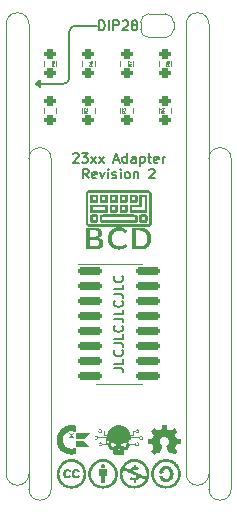
<source format=gto>
%TF.GenerationSoftware,KiCad,Pcbnew,(6.0.2)*%
%TF.CreationDate,2022-03-14T15:32:47-04:00*%
%TF.ProjectId,23XX-Adapter,32335858-2d41-4646-9170-7465722e6b69,2*%
%TF.SameCoordinates,Original*%
%TF.FileFunction,Legend,Top*%
%TF.FilePolarity,Positive*%
%FSLAX46Y46*%
G04 Gerber Fmt 4.6, Leading zero omitted, Abs format (unit mm)*
G04 Created by KiCad (PCBNEW (6.0.2)) date 2022-03-14 15:32:47*
%MOMM*%
%LPD*%
G01*
G04 APERTURE LIST*
G04 Aperture macros list*
%AMRoundRect*
0 Rectangle with rounded corners*
0 $1 Rounding radius*
0 $2 $3 $4 $5 $6 $7 $8 $9 X,Y pos of 4 corners*
0 Add a 4 corners polygon primitive as box body*
4,1,4,$2,$3,$4,$5,$6,$7,$8,$9,$2,$3,0*
0 Add four circle primitives for the rounded corners*
1,1,$1+$1,$2,$3*
1,1,$1+$1,$4,$5*
1,1,$1+$1,$6,$7*
1,1,$1+$1,$8,$9*
0 Add four rect primitives between the rounded corners*
20,1,$1+$1,$2,$3,$4,$5,0*
20,1,$1+$1,$4,$5,$6,$7,0*
20,1,$1+$1,$6,$7,$8,$9,0*
20,1,$1+$1,$8,$9,$2,$3,0*%
%AMFreePoly0*
4,1,22,0.500000,-0.750000,0.000000,-0.750000,0.000000,-0.745033,-0.079941,-0.743568,-0.215256,-0.701293,-0.333266,-0.622738,-0.424486,-0.514219,-0.481581,-0.384460,-0.499164,-0.250000,-0.500000,-0.250000,-0.500000,0.250000,-0.499164,0.250000,-0.499963,0.256109,-0.478152,0.396186,-0.417904,0.524511,-0.324060,0.630769,-0.204165,0.706417,-0.067858,0.745374,0.000000,0.744959,0.000000,0.750000,
0.500000,0.750000,0.500000,-0.750000,0.500000,-0.750000,$1*%
%AMFreePoly1*
4,1,20,0.000000,0.744959,0.073905,0.744508,0.209726,0.703889,0.328688,0.626782,0.421226,0.519385,0.479903,0.390333,0.500000,0.250000,0.500000,-0.250000,0.499851,-0.262216,0.476331,-0.402017,0.414519,-0.529596,0.319384,-0.634700,0.198574,-0.708877,0.061801,-0.746166,0.000000,-0.745033,0.000000,-0.750000,-0.500000,-0.750000,-0.500000,0.750000,0.000000,0.750000,0.000000,0.744959,
0.000000,0.744959,$1*%
G04 Aperture macros list end*
%ADD10C,0.152400*%
%ADD11C,0.062500*%
%ADD12C,0.120000*%
%ADD13C,0.100000*%
%ADD14RoundRect,0.200000X0.275000X-0.200000X0.275000X0.200000X-0.275000X0.200000X-0.275000X-0.200000X0*%
%ADD15RoundRect,0.200000X-0.275000X0.200000X-0.275000X-0.200000X0.275000X-0.200000X0.275000X0.200000X0*%
%ADD16C,1.600000*%
%ADD17O,1.600000X1.600000*%
%ADD18O,1.000000X1.000000*%
%ADD19R,1.000000X1.000000*%
%ADD20FreePoly0,180.000000*%
%ADD21FreePoly1,180.000000*%
%ADD22RoundRect,0.150000X-0.825000X-0.150000X0.825000X-0.150000X0.825000X0.150000X-0.825000X0.150000X0*%
G04 APERTURE END LIST*
D10*
X143904000Y-79470000D02*
G75*
G03*
X144412000Y-78962000I-1J508001D01*
G01*
X141935000Y-79770000D02*
X141610000Y-79470000D01*
X141610000Y-79470000D02*
X141935000Y-79170000D01*
X141935000Y-79170000D02*
X141935000Y-79770000D01*
G36*
X141935000Y-79770000D02*
G01*
X141610000Y-79470000D01*
X141935000Y-79170000D01*
X141935000Y-79770000D01*
G37*
X141935000Y-79770000D02*
X141610000Y-79470000D01*
X141935000Y-79170000D01*
X141935000Y-79770000D01*
X143904000Y-79470000D02*
X141935000Y-79470000D01*
X146761000Y-74537500D02*
X144920000Y-74537500D01*
X144920000Y-74537500D02*
G75*
G03*
X144412000Y-75045500I1J-508001D01*
G01*
X144412000Y-78962000D02*
X144412000Y-75045500D01*
X146952104Y-74905195D02*
X146952104Y-74092395D01*
X147145628Y-74092395D01*
X147261742Y-74131100D01*
X147339152Y-74208509D01*
X147377857Y-74285919D01*
X147416561Y-74440738D01*
X147416561Y-74556852D01*
X147377857Y-74711671D01*
X147339152Y-74789080D01*
X147261742Y-74866490D01*
X147145628Y-74905195D01*
X146952104Y-74905195D01*
X147764904Y-74905195D02*
X147764904Y-74092395D01*
X148151952Y-74905195D02*
X148151952Y-74092395D01*
X148461590Y-74092395D01*
X148539000Y-74131100D01*
X148577704Y-74169804D01*
X148616409Y-74247214D01*
X148616409Y-74363328D01*
X148577704Y-74440738D01*
X148539000Y-74479442D01*
X148461590Y-74518147D01*
X148151952Y-74518147D01*
X148926047Y-74169804D02*
X148964752Y-74131100D01*
X149042161Y-74092395D01*
X149235685Y-74092395D01*
X149313095Y-74131100D01*
X149351800Y-74169804D01*
X149390504Y-74247214D01*
X149390504Y-74324623D01*
X149351800Y-74440738D01*
X148887342Y-74905195D01*
X149390504Y-74905195D01*
X149854961Y-74440738D02*
X149777552Y-74402033D01*
X149738847Y-74363328D01*
X149700142Y-74285919D01*
X149700142Y-74247214D01*
X149738847Y-74169804D01*
X149777552Y-74131100D01*
X149854961Y-74092395D01*
X150009780Y-74092395D01*
X150087190Y-74131100D01*
X150125895Y-74169804D01*
X150164600Y-74247214D01*
X150164600Y-74285919D01*
X150125895Y-74363328D01*
X150087190Y-74402033D01*
X150009780Y-74440738D01*
X149854961Y-74440738D01*
X149777552Y-74479442D01*
X149738847Y-74518147D01*
X149700142Y-74595557D01*
X149700142Y-74750376D01*
X149738847Y-74827785D01*
X149777552Y-74866490D01*
X149854961Y-74905195D01*
X150009780Y-74905195D01*
X150087190Y-74866490D01*
X150125895Y-74827785D01*
X150164600Y-74750376D01*
X150164600Y-74595557D01*
X150125895Y-74518147D01*
X150087190Y-74479442D01*
X150009780Y-74440738D01*
X144732023Y-85420908D02*
X144770728Y-85382204D01*
X144848138Y-85343499D01*
X145041661Y-85343499D01*
X145119071Y-85382204D01*
X145157776Y-85420908D01*
X145196480Y-85498318D01*
X145196480Y-85575727D01*
X145157776Y-85691842D01*
X144693319Y-86156299D01*
X145196480Y-86156299D01*
X145467414Y-85343499D02*
X145970576Y-85343499D01*
X145699642Y-85653137D01*
X145815757Y-85653137D01*
X145893166Y-85691842D01*
X145931871Y-85730546D01*
X145970576Y-85807956D01*
X145970576Y-86001480D01*
X145931871Y-86078889D01*
X145893166Y-86117594D01*
X145815757Y-86156299D01*
X145583528Y-86156299D01*
X145506119Y-86117594D01*
X145467414Y-86078889D01*
X146241509Y-86156299D02*
X146667261Y-85614432D01*
X146241509Y-85614432D02*
X146667261Y-86156299D01*
X146899490Y-86156299D02*
X147325242Y-85614432D01*
X146899490Y-85614432D02*
X147325242Y-86156299D01*
X148215452Y-85924070D02*
X148602500Y-85924070D01*
X148138042Y-86156299D02*
X148408976Y-85343499D01*
X148679909Y-86156299D01*
X149299185Y-86156299D02*
X149299185Y-85343499D01*
X149299185Y-86117594D02*
X149221776Y-86156299D01*
X149066957Y-86156299D01*
X148989547Y-86117594D01*
X148950842Y-86078889D01*
X148912138Y-86001480D01*
X148912138Y-85769251D01*
X148950842Y-85691842D01*
X148989547Y-85653137D01*
X149066957Y-85614432D01*
X149221776Y-85614432D01*
X149299185Y-85653137D01*
X150034576Y-86156299D02*
X150034576Y-85730546D01*
X149995871Y-85653137D01*
X149918461Y-85614432D01*
X149763642Y-85614432D01*
X149686233Y-85653137D01*
X150034576Y-86117594D02*
X149957166Y-86156299D01*
X149763642Y-86156299D01*
X149686233Y-86117594D01*
X149647528Y-86040184D01*
X149647528Y-85962775D01*
X149686233Y-85885365D01*
X149763642Y-85846661D01*
X149957166Y-85846661D01*
X150034576Y-85807956D01*
X150421623Y-85614432D02*
X150421623Y-86427232D01*
X150421623Y-85653137D02*
X150499033Y-85614432D01*
X150653852Y-85614432D01*
X150731261Y-85653137D01*
X150769966Y-85691842D01*
X150808671Y-85769251D01*
X150808671Y-86001480D01*
X150769966Y-86078889D01*
X150731261Y-86117594D01*
X150653852Y-86156299D01*
X150499033Y-86156299D01*
X150421623Y-86117594D01*
X151040900Y-85614432D02*
X151350538Y-85614432D01*
X151157014Y-85343499D02*
X151157014Y-86040184D01*
X151195719Y-86117594D01*
X151273128Y-86156299D01*
X151350538Y-86156299D01*
X151931109Y-86117594D02*
X151853700Y-86156299D01*
X151698880Y-86156299D01*
X151621471Y-86117594D01*
X151582766Y-86040184D01*
X151582766Y-85730546D01*
X151621471Y-85653137D01*
X151698880Y-85614432D01*
X151853700Y-85614432D01*
X151931109Y-85653137D01*
X151969814Y-85730546D01*
X151969814Y-85807956D01*
X151582766Y-85885365D01*
X152318157Y-86156299D02*
X152318157Y-85614432D01*
X152318157Y-85769251D02*
X152356861Y-85691842D01*
X152395566Y-85653137D01*
X152472976Y-85614432D01*
X152550385Y-85614432D01*
X146047985Y-87464907D02*
X145777052Y-87077859D01*
X145583528Y-87464907D02*
X145583528Y-86652107D01*
X145893166Y-86652107D01*
X145970576Y-86690812D01*
X146009280Y-86729516D01*
X146047985Y-86806926D01*
X146047985Y-86923040D01*
X146009280Y-87000450D01*
X145970576Y-87039154D01*
X145893166Y-87077859D01*
X145583528Y-87077859D01*
X146705966Y-87426202D02*
X146628557Y-87464907D01*
X146473738Y-87464907D01*
X146396328Y-87426202D01*
X146357623Y-87348792D01*
X146357623Y-87039154D01*
X146396328Y-86961745D01*
X146473738Y-86923040D01*
X146628557Y-86923040D01*
X146705966Y-86961745D01*
X146744671Y-87039154D01*
X146744671Y-87116564D01*
X146357623Y-87193973D01*
X147015604Y-86923040D02*
X147209128Y-87464907D01*
X147402652Y-86923040D01*
X147712290Y-87464907D02*
X147712290Y-86923040D01*
X147712290Y-86652107D02*
X147673585Y-86690812D01*
X147712290Y-86729516D01*
X147750995Y-86690812D01*
X147712290Y-86652107D01*
X147712290Y-86729516D01*
X148060633Y-87426202D02*
X148138042Y-87464907D01*
X148292861Y-87464907D01*
X148370271Y-87426202D01*
X148408976Y-87348792D01*
X148408976Y-87310088D01*
X148370271Y-87232678D01*
X148292861Y-87193973D01*
X148176747Y-87193973D01*
X148099338Y-87155269D01*
X148060633Y-87077859D01*
X148060633Y-87039154D01*
X148099338Y-86961745D01*
X148176747Y-86923040D01*
X148292861Y-86923040D01*
X148370271Y-86961745D01*
X148757319Y-87464907D02*
X148757319Y-86923040D01*
X148757319Y-86652107D02*
X148718614Y-86690812D01*
X148757319Y-86729516D01*
X148796023Y-86690812D01*
X148757319Y-86652107D01*
X148757319Y-86729516D01*
X149260480Y-87464907D02*
X149183071Y-87426202D01*
X149144366Y-87387497D01*
X149105661Y-87310088D01*
X149105661Y-87077859D01*
X149144366Y-87000450D01*
X149183071Y-86961745D01*
X149260480Y-86923040D01*
X149376595Y-86923040D01*
X149454004Y-86961745D01*
X149492709Y-87000450D01*
X149531414Y-87077859D01*
X149531414Y-87310088D01*
X149492709Y-87387497D01*
X149454004Y-87426202D01*
X149376595Y-87464907D01*
X149260480Y-87464907D01*
X149879757Y-86923040D02*
X149879757Y-87464907D01*
X149879757Y-87000450D02*
X149918461Y-86961745D01*
X149995871Y-86923040D01*
X150111985Y-86923040D01*
X150189395Y-86961745D01*
X150228100Y-87039154D01*
X150228100Y-87464907D01*
X151195719Y-86729516D02*
X151234423Y-86690812D01*
X151311833Y-86652107D01*
X151505357Y-86652107D01*
X151582766Y-86690812D01*
X151621471Y-86729516D01*
X151660176Y-86806926D01*
X151660176Y-86884335D01*
X151621471Y-87000450D01*
X151157014Y-87464907D01*
X151660176Y-87464907D01*
X148172395Y-103529362D02*
X148752966Y-103529362D01*
X148869080Y-103568067D01*
X148946490Y-103645477D01*
X148985195Y-103761591D01*
X148985195Y-103839001D01*
X148985195Y-102755267D02*
X148985195Y-103142315D01*
X148172395Y-103142315D01*
X148907785Y-102019877D02*
X148946490Y-102058581D01*
X148985195Y-102174696D01*
X148985195Y-102252105D01*
X148946490Y-102368220D01*
X148869080Y-102445629D01*
X148791671Y-102484334D01*
X148636852Y-102523039D01*
X148520738Y-102523039D01*
X148365919Y-102484334D01*
X148288509Y-102445629D01*
X148211100Y-102368220D01*
X148172395Y-102252105D01*
X148172395Y-102174696D01*
X148211100Y-102058581D01*
X148249804Y-102019877D01*
X148172395Y-101439305D02*
X148752966Y-101439305D01*
X148869080Y-101478010D01*
X148946490Y-101555420D01*
X148985195Y-101671534D01*
X148985195Y-101748943D01*
X148985195Y-100665210D02*
X148985195Y-101052258D01*
X148172395Y-101052258D01*
X148907785Y-99929820D02*
X148946490Y-99968524D01*
X148985195Y-100084639D01*
X148985195Y-100162048D01*
X148946490Y-100278162D01*
X148869080Y-100355572D01*
X148791671Y-100394277D01*
X148636852Y-100432981D01*
X148520738Y-100432981D01*
X148365919Y-100394277D01*
X148288509Y-100355572D01*
X148211100Y-100278162D01*
X148172395Y-100162048D01*
X148172395Y-100084639D01*
X148211100Y-99968524D01*
X148249804Y-99929820D01*
X148172395Y-99349248D02*
X148752966Y-99349248D01*
X148869080Y-99387953D01*
X148946490Y-99465362D01*
X148985195Y-99581477D01*
X148985195Y-99658886D01*
X148985195Y-98575153D02*
X148985195Y-98962201D01*
X148172395Y-98962201D01*
X148907785Y-97839762D02*
X148946490Y-97878467D01*
X148985195Y-97994581D01*
X148985195Y-98071991D01*
X148946490Y-98188105D01*
X148869080Y-98265515D01*
X148791671Y-98304220D01*
X148636852Y-98342924D01*
X148520738Y-98342924D01*
X148365919Y-98304220D01*
X148288509Y-98265515D01*
X148211100Y-98188105D01*
X148172395Y-98071991D01*
X148172395Y-97994581D01*
X148211100Y-97878467D01*
X148249804Y-97839762D01*
X148172395Y-97259191D02*
X148752966Y-97259191D01*
X148869080Y-97297896D01*
X148946490Y-97375305D01*
X148985195Y-97491420D01*
X148985195Y-97568829D01*
X148985195Y-96485096D02*
X148985195Y-96872143D01*
X148172395Y-96872143D01*
X148907785Y-95749705D02*
X148946490Y-95788410D01*
X148985195Y-95904524D01*
X148985195Y-95981934D01*
X148946490Y-96098048D01*
X148869080Y-96175458D01*
X148791671Y-96214162D01*
X148636852Y-96252867D01*
X148520738Y-96252867D01*
X148365919Y-96214162D01*
X148288509Y-96175458D01*
X148211100Y-96098048D01*
X148172395Y-95981934D01*
X148172395Y-95904524D01*
X148211100Y-95788410D01*
X148249804Y-95749705D01*
D11*
X145890095Y-81749666D02*
X145771047Y-81833000D01*
X145890095Y-81892523D02*
X145640095Y-81892523D01*
X145640095Y-81797285D01*
X145652000Y-81773476D01*
X145663904Y-81761571D01*
X145687714Y-81749666D01*
X145723428Y-81749666D01*
X145747238Y-81761571D01*
X145759142Y-81773476D01*
X145771047Y-81797285D01*
X145771047Y-81892523D01*
X145663904Y-81654428D02*
X145652000Y-81642523D01*
X145640095Y-81618714D01*
X145640095Y-81559190D01*
X145652000Y-81535380D01*
X145663904Y-81523476D01*
X145687714Y-81511571D01*
X145711523Y-81511571D01*
X145747238Y-81523476D01*
X145890095Y-81666333D01*
X145890095Y-81511571D01*
X146368095Y-77796666D02*
X146249047Y-77880000D01*
X146368095Y-77939523D02*
X146118095Y-77939523D01*
X146118095Y-77844285D01*
X146130000Y-77820476D01*
X146141904Y-77808571D01*
X146165714Y-77796666D01*
X146201428Y-77796666D01*
X146225238Y-77808571D01*
X146237142Y-77820476D01*
X146249047Y-77844285D01*
X146249047Y-77939523D01*
X146118095Y-77582380D02*
X146118095Y-77630000D01*
X146130000Y-77653809D01*
X146141904Y-77665714D01*
X146177619Y-77689523D01*
X146225238Y-77701428D01*
X146320476Y-77701428D01*
X146344285Y-77689523D01*
X146356190Y-77677619D01*
X146368095Y-77653809D01*
X146368095Y-77606190D01*
X146356190Y-77582380D01*
X146344285Y-77570476D01*
X146320476Y-77558571D01*
X146260952Y-77558571D01*
X146237142Y-77570476D01*
X146225238Y-77582380D01*
X146213333Y-77606190D01*
X146213333Y-77653809D01*
X146225238Y-77677619D01*
X146237142Y-77689523D01*
X146260952Y-77701428D01*
X149606095Y-77796666D02*
X149487047Y-77880000D01*
X149606095Y-77939523D02*
X149356095Y-77939523D01*
X149356095Y-77844285D01*
X149368000Y-77820476D01*
X149379904Y-77808571D01*
X149403714Y-77796666D01*
X149439428Y-77796666D01*
X149463238Y-77808571D01*
X149475142Y-77820476D01*
X149487047Y-77844285D01*
X149487047Y-77939523D01*
X149356095Y-77713333D02*
X149356095Y-77546666D01*
X149606095Y-77653809D01*
X143160095Y-77796666D02*
X143041047Y-77880000D01*
X143160095Y-77939523D02*
X142910095Y-77939523D01*
X142910095Y-77844285D01*
X142922000Y-77820476D01*
X142933904Y-77808571D01*
X142957714Y-77796666D01*
X142993428Y-77796666D01*
X143017238Y-77808571D01*
X143029142Y-77820476D01*
X143041047Y-77844285D01*
X143041047Y-77939523D01*
X142910095Y-77570476D02*
X142910095Y-77689523D01*
X143029142Y-77701428D01*
X143017238Y-77689523D01*
X143005333Y-77665714D01*
X143005333Y-77606190D01*
X143017238Y-77582380D01*
X143029142Y-77570476D01*
X143052952Y-77558571D01*
X143112476Y-77558571D01*
X143136285Y-77570476D01*
X143148190Y-77582380D01*
X143160095Y-77606190D01*
X143160095Y-77665714D01*
X143148190Y-77689523D01*
X143136285Y-77701428D01*
X152396095Y-81749666D02*
X152277047Y-81833000D01*
X152396095Y-81892523D02*
X152146095Y-81892523D01*
X152146095Y-81797285D01*
X152158000Y-81773476D01*
X152169904Y-81761571D01*
X152193714Y-81749666D01*
X152229428Y-81749666D01*
X152253238Y-81761571D01*
X152265142Y-81773476D01*
X152277047Y-81797285D01*
X152277047Y-81892523D01*
X152229428Y-81535380D02*
X152396095Y-81535380D01*
X152134190Y-81594904D02*
X152312761Y-81654428D01*
X152312761Y-81499666D01*
X152874095Y-77796666D02*
X152755047Y-77880000D01*
X152874095Y-77939523D02*
X152624095Y-77939523D01*
X152624095Y-77844285D01*
X152636000Y-77820476D01*
X152647904Y-77808571D01*
X152671714Y-77796666D01*
X152707428Y-77796666D01*
X152731238Y-77808571D01*
X152743142Y-77820476D01*
X152755047Y-77844285D01*
X152755047Y-77939523D01*
X152731238Y-77653809D02*
X152719333Y-77677619D01*
X152707428Y-77689523D01*
X152683619Y-77701428D01*
X152671714Y-77701428D01*
X152647904Y-77689523D01*
X152636000Y-77677619D01*
X152624095Y-77653809D01*
X152624095Y-77606190D01*
X152636000Y-77582380D01*
X152647904Y-77570476D01*
X152671714Y-77558571D01*
X152683619Y-77558571D01*
X152707428Y-77570476D01*
X152719333Y-77582380D01*
X152731238Y-77606190D01*
X152731238Y-77653809D01*
X152743142Y-77677619D01*
X152755047Y-77689523D01*
X152778857Y-77701428D01*
X152826476Y-77701428D01*
X152850285Y-77689523D01*
X152862190Y-77677619D01*
X152874095Y-77653809D01*
X152874095Y-77606190D01*
X152862190Y-77582380D01*
X152850285Y-77570476D01*
X152826476Y-77558571D01*
X152778857Y-77558571D01*
X152755047Y-77570476D01*
X152743142Y-77582380D01*
X152731238Y-77606190D01*
X149158095Y-81749666D02*
X149039047Y-81833000D01*
X149158095Y-81892523D02*
X148908095Y-81892523D01*
X148908095Y-81797285D01*
X148920000Y-81773476D01*
X148931904Y-81761571D01*
X148955714Y-81749666D01*
X148991428Y-81749666D01*
X149015238Y-81761571D01*
X149027142Y-81773476D01*
X149039047Y-81797285D01*
X149039047Y-81892523D01*
X148908095Y-81666333D02*
X148908095Y-81511571D01*
X149003333Y-81594904D01*
X149003333Y-81559190D01*
X149015238Y-81535380D01*
X149027142Y-81523476D01*
X149050952Y-81511571D01*
X149110476Y-81511571D01*
X149134285Y-81523476D01*
X149146190Y-81535380D01*
X149158095Y-81559190D01*
X149158095Y-81630619D01*
X149146190Y-81654428D01*
X149134285Y-81666333D01*
G36*
X144822758Y-109063219D02*
G01*
X144748144Y-109137967D01*
X144673530Y-109212714D01*
X144748144Y-109287462D01*
X144822758Y-109362209D01*
X144752130Y-109432837D01*
X144677382Y-109358223D01*
X144602635Y-109283609D01*
X144527887Y-109358223D01*
X144453140Y-109432837D01*
X144417826Y-109397523D01*
X144382511Y-109362209D01*
X144457126Y-109287462D01*
X144531740Y-109212714D01*
X144457126Y-109137967D01*
X144382511Y-109063219D01*
X144417826Y-109027905D01*
X144453140Y-108992591D01*
X144527887Y-109067205D01*
X144602635Y-109141819D01*
X144677382Y-109067205D01*
X144752130Y-108992591D01*
X144822758Y-109063219D01*
G37*
G36*
X144647849Y-108358050D02*
G01*
X144684567Y-108358887D01*
X144716416Y-108360197D01*
X144741204Y-108361979D01*
X144749395Y-108362924D01*
X144795829Y-108369938D01*
X144839105Y-108377670D01*
X144877873Y-108385804D01*
X144910786Y-108394019D01*
X144936492Y-108401997D01*
X144953642Y-108409421D01*
X144957742Y-108412114D01*
X144959262Y-108415552D01*
X144960545Y-108423728D01*
X144961609Y-108437334D01*
X144962470Y-108457063D01*
X144963143Y-108483605D01*
X144963646Y-108517655D01*
X144963994Y-108559904D01*
X144964203Y-108611044D01*
X144964289Y-108671768D01*
X144964294Y-108691833D01*
X144964245Y-108744376D01*
X144964103Y-108793619D01*
X144963878Y-108838594D01*
X144963580Y-108878331D01*
X144963217Y-108911859D01*
X144962800Y-108938210D01*
X144962338Y-108956414D01*
X144961840Y-108965501D01*
X144961628Y-108966367D01*
X144956218Y-108963548D01*
X144945299Y-108956338D01*
X144937255Y-108950642D01*
X144923903Y-108941626D01*
X144913740Y-108935938D01*
X144910575Y-108934918D01*
X144902790Y-108932872D01*
X144890454Y-108927882D01*
X144889085Y-108927255D01*
X144828160Y-108903602D01*
X144760117Y-108885549D01*
X144686965Y-108873533D01*
X144619165Y-108868271D01*
X144585376Y-108867309D01*
X144558331Y-108867485D01*
X144534329Y-108869042D01*
X144509670Y-108872221D01*
X144480652Y-108877263D01*
X144480267Y-108877335D01*
X144450087Y-108883644D01*
X144417420Y-108891585D01*
X144384861Y-108900420D01*
X144355003Y-108909412D01*
X144330439Y-108917822D01*
X144314668Y-108924450D01*
X144306338Y-108928610D01*
X144291438Y-108936038D01*
X144272782Y-108945330D01*
X144267183Y-108948118D01*
X144196259Y-108989091D01*
X144129609Y-109038847D01*
X144068491Y-109096129D01*
X144014160Y-109159680D01*
X143967874Y-109228244D01*
X143944931Y-109270370D01*
X143935205Y-109289854D01*
X143926775Y-109306644D01*
X143921126Y-109317788D01*
X143920275Y-109319437D01*
X143912892Y-109336867D01*
X143904368Y-109362324D01*
X143895358Y-109393507D01*
X143886515Y-109428116D01*
X143878494Y-109463848D01*
X143876657Y-109472869D01*
X143865486Y-109550701D01*
X143863694Y-109626620D01*
X143871282Y-109703394D01*
X143876657Y-109733533D01*
X143884364Y-109769184D01*
X143893059Y-109804297D01*
X143902089Y-109836573D01*
X143910799Y-109863710D01*
X143918535Y-109883407D01*
X143920275Y-109886965D01*
X143924926Y-109896094D01*
X143932756Y-109911660D01*
X143942280Y-109930711D01*
X143944931Y-109936032D01*
X143985904Y-110006956D01*
X144035660Y-110073606D01*
X144092942Y-110134724D01*
X144156493Y-110189055D01*
X144225057Y-110235341D01*
X144267183Y-110258284D01*
X144286393Y-110267850D01*
X144302647Y-110275951D01*
X144313131Y-110281183D01*
X144314668Y-110281952D01*
X144332016Y-110289165D01*
X144357060Y-110297644D01*
X144387207Y-110306649D01*
X144419863Y-110315444D01*
X144452434Y-110323289D01*
X144480267Y-110329067D01*
X144547425Y-110337365D01*
X144618731Y-110338473D01*
X144691550Y-110332712D01*
X144763246Y-110320405D01*
X144831186Y-110301872D01*
X144889085Y-110279147D01*
X144901748Y-110273939D01*
X144910489Y-110271508D01*
X144910960Y-110271484D01*
X144917771Y-110268512D01*
X144929773Y-110260836D01*
X144940306Y-110253174D01*
X144964294Y-110234863D01*
X144964294Y-110511983D01*
X144964241Y-110576011D01*
X144964072Y-110630246D01*
X144963771Y-110675378D01*
X144963322Y-110712095D01*
X144962708Y-110741087D01*
X144961915Y-110763044D01*
X144960925Y-110778654D01*
X144959723Y-110788608D01*
X144958293Y-110793594D01*
X144957742Y-110794288D01*
X144944745Y-110801165D01*
X144923013Y-110808761D01*
X144894233Y-110816681D01*
X144860095Y-110824529D01*
X144822287Y-110831909D01*
X144782496Y-110838424D01*
X144752016Y-110842548D01*
X144716997Y-110845842D01*
X144674775Y-110848269D01*
X144628601Y-110849760D01*
X144581723Y-110850247D01*
X144537392Y-110849661D01*
X144498857Y-110847933D01*
X144498367Y-110847900D01*
X144470693Y-110845685D01*
X144444418Y-110842991D01*
X144422648Y-110840172D01*
X144409263Y-110837768D01*
X144389876Y-110833627D01*
X144366717Y-110829291D01*
X144353667Y-110827109D01*
X144297243Y-110815529D01*
X144235184Y-110797959D01*
X144169795Y-110775253D01*
X144103382Y-110748265D01*
X144038251Y-110717847D01*
X143990999Y-110692943D01*
X143961015Y-110676135D01*
X143936911Y-110662156D01*
X143916378Y-110649447D01*
X143897111Y-110636445D01*
X143876802Y-110621590D01*
X143853145Y-110603321D01*
X143823833Y-110580076D01*
X143821661Y-110578343D01*
X143739982Y-110507740D01*
X143666675Y-110432691D01*
X143600747Y-110351960D01*
X143541206Y-110264317D01*
X143487061Y-110168526D01*
X143478362Y-110151424D01*
X143467277Y-110128979D01*
X143458160Y-110109908D01*
X143451926Y-110096170D01*
X143449492Y-110089724D01*
X143449486Y-110089635D01*
X143447201Y-110082506D01*
X143441681Y-110070830D01*
X143441079Y-110069689D01*
X143434941Y-110055949D01*
X143427872Y-110036955D01*
X143423168Y-110022516D01*
X143416932Y-110002023D01*
X143409126Y-109976467D01*
X143401264Y-109950803D01*
X143399947Y-109946515D01*
X143390040Y-109910411D01*
X143379813Y-109865995D01*
X143369721Y-109815412D01*
X143360222Y-109760804D01*
X143359741Y-109757823D01*
X143357838Y-109739775D01*
X143356354Y-109713333D01*
X143355291Y-109680580D01*
X143354647Y-109643598D01*
X143354424Y-109604467D01*
X143354621Y-109565269D01*
X143355237Y-109528086D01*
X143356274Y-109495000D01*
X143357730Y-109468092D01*
X143359606Y-109449443D01*
X143359741Y-109448579D01*
X143369196Y-109393817D01*
X143379268Y-109342965D01*
X143389499Y-109298167D01*
X143399435Y-109261566D01*
X143399947Y-109259887D01*
X143407658Y-109234735D01*
X143415586Y-109208791D01*
X143422220Y-109187010D01*
X143423168Y-109183886D01*
X143429750Y-109164126D01*
X143436751Y-109146062D01*
X143441079Y-109136713D01*
X143446799Y-109124848D01*
X143449463Y-109117111D01*
X143449486Y-109116767D01*
X143451928Y-109109425D01*
X143458598Y-109094694D01*
X143468589Y-109074319D01*
X143480990Y-109050046D01*
X143494891Y-109023624D01*
X143509383Y-108996798D01*
X143523558Y-108971314D01*
X143536504Y-108948920D01*
X143539514Y-108943889D01*
X143562289Y-108908790D01*
X143590644Y-108869169D01*
X143622495Y-108827662D01*
X143655761Y-108786904D01*
X143688360Y-108749529D01*
X143716532Y-108719839D01*
X143736006Y-108701427D01*
X143761385Y-108678887D01*
X143790525Y-108653987D01*
X143821279Y-108628497D01*
X143851503Y-108604187D01*
X143879051Y-108582825D01*
X143901777Y-108566180D01*
X143908144Y-108561830D01*
X143927744Y-108549572D01*
X143953893Y-108534292D01*
X143983942Y-108517433D01*
X144015244Y-108500436D01*
X144045148Y-108484743D01*
X144071005Y-108471795D01*
X144087965Y-108463964D01*
X144154881Y-108436692D01*
X144217831Y-108414372D01*
X144280073Y-108396091D01*
X144344862Y-108380936D01*
X144415455Y-108367992D01*
X144448012Y-108362937D01*
X144467923Y-108360943D01*
X144496113Y-108359420D01*
X144530393Y-108358370D01*
X144568570Y-108357791D01*
X144608452Y-108357684D01*
X144647849Y-108358050D01*
G37*
G36*
X145923477Y-109262508D02*
G01*
X145664065Y-109521959D01*
X144990501Y-109521959D01*
X144990501Y-109003057D01*
X146182888Y-109003057D01*
X145923477Y-109262508D01*
G37*
G36*
X145941822Y-109946515D02*
G01*
X146182885Y-110187621D01*
X144990501Y-110187621D01*
X144990501Y-109705409D01*
X145700758Y-109705409D01*
X145941822Y-109946515D01*
G37*
D12*
X145508500Y-81945258D02*
X145508500Y-81470742D01*
X146553500Y-81945258D02*
X146553500Y-81470742D01*
X145508500Y-77517742D02*
X145508500Y-77992258D01*
X146553500Y-77517742D02*
X146553500Y-77992258D01*
X148746500Y-77517742D02*
X148746500Y-77992258D01*
X149791500Y-77517742D02*
X149791500Y-77992258D01*
G36*
X149516220Y-89192772D02*
G01*
X149516279Y-89123507D01*
X149516556Y-89066901D01*
X149517208Y-89021451D01*
X149518388Y-88985649D01*
X149520252Y-88957991D01*
X149522953Y-88936970D01*
X149526646Y-88921081D01*
X149531486Y-88908819D01*
X149537628Y-88898677D01*
X149545226Y-88889150D01*
X149547675Y-88886341D01*
X149556347Y-88877129D01*
X149565512Y-88869608D01*
X149576629Y-88863605D01*
X149591156Y-88858951D01*
X149610551Y-88855475D01*
X149636272Y-88853006D01*
X149669778Y-88851373D01*
X149712526Y-88850405D01*
X149765974Y-88849932D01*
X149831581Y-88849781D01*
X149859751Y-88849774D01*
X149930316Y-88849846D01*
X149988174Y-88850178D01*
X150034782Y-88850940D01*
X150071598Y-88852302D01*
X150100081Y-88854436D01*
X150121689Y-88857513D01*
X150137878Y-88861703D01*
X150150109Y-88867177D01*
X150159838Y-88874106D01*
X150168525Y-88882662D01*
X150171826Y-88886341D01*
X150179859Y-88895959D01*
X150186395Y-88905761D01*
X150191587Y-88917253D01*
X150195591Y-88931938D01*
X150198560Y-88951320D01*
X150200649Y-88976902D01*
X150202011Y-89010189D01*
X150202800Y-89052685D01*
X150203171Y-89105892D01*
X150203278Y-89171315D01*
X150203281Y-89193304D01*
X150203223Y-89262642D01*
X150202947Y-89319318D01*
X150202298Y-89364836D01*
X150201122Y-89400698D01*
X150199265Y-89428411D01*
X150196573Y-89449476D01*
X150192893Y-89465398D01*
X150188069Y-89477680D01*
X150181948Y-89487827D01*
X150174375Y-89497343D01*
X150171826Y-89500267D01*
X150163195Y-89509454D01*
X150154102Y-89516959D01*
X150143099Y-89522947D01*
X150128733Y-89527584D01*
X150109556Y-89531036D01*
X150084118Y-89533469D01*
X150050968Y-89535049D01*
X150008656Y-89535940D01*
X149955733Y-89536311D01*
X149890747Y-89536325D01*
X149857115Y-89536259D01*
X149781095Y-89535903D01*
X149718552Y-89535198D01*
X149668798Y-89534120D01*
X149631147Y-89532649D01*
X149604913Y-89530760D01*
X149589409Y-89528432D01*
X149585922Y-89527313D01*
X149565714Y-89515730D01*
X149551693Y-89505012D01*
X149542756Y-89496332D01*
X149535459Y-89487080D01*
X149529635Y-89475798D01*
X149525119Y-89461031D01*
X149521746Y-89441320D01*
X149519350Y-89415209D01*
X149517765Y-89381242D01*
X149516827Y-89337961D01*
X149516369Y-89283909D01*
X149516245Y-89226275D01*
X149729862Y-89226275D01*
X149729866Y-89261955D01*
X149730285Y-89290456D01*
X149731089Y-89309235D01*
X149731917Y-89315392D01*
X149736252Y-89318824D01*
X149747306Y-89321212D01*
X149766741Y-89322651D01*
X149796219Y-89323234D01*
X149837404Y-89323056D01*
X149861362Y-89322735D01*
X149987247Y-89320800D01*
X149987247Y-89065808D01*
X149732255Y-89065808D01*
X149730306Y-89185961D01*
X149729862Y-89226275D01*
X149516245Y-89226275D01*
X149516226Y-89217631D01*
X149516220Y-89192772D01*
G37*
G36*
X145837929Y-88651223D02*
G01*
X145872035Y-88597583D01*
X145916755Y-88552096D01*
X145969815Y-88517038D01*
X145974446Y-88514706D01*
X146020412Y-88492077D01*
X151184588Y-88492077D01*
X151230555Y-88514706D01*
X151284195Y-88548812D01*
X151329681Y-88593532D01*
X151364739Y-88646592D01*
X151367071Y-88651223D01*
X151389700Y-88697189D01*
X151389700Y-91353948D01*
X151367071Y-91399914D01*
X151332965Y-91453554D01*
X151288245Y-91499040D01*
X151235186Y-91534099D01*
X151230555Y-91536431D01*
X151184589Y-91559060D01*
X148616816Y-91560377D01*
X148380574Y-91560489D01*
X148158134Y-91560575D01*
X147949135Y-91560633D01*
X147753212Y-91560662D01*
X147570003Y-91560662D01*
X147399145Y-91560632D01*
X147240273Y-91560570D01*
X147093026Y-91560475D01*
X146957039Y-91560347D01*
X146831951Y-91560183D01*
X146717397Y-91559985D01*
X146613014Y-91559749D01*
X146518440Y-91559475D01*
X146433311Y-91559163D01*
X146357264Y-91558811D01*
X146289935Y-91558417D01*
X146230963Y-91557982D01*
X146179982Y-91557504D01*
X146136632Y-91556982D01*
X146100547Y-91556414D01*
X146071366Y-91555801D01*
X146048724Y-91555140D01*
X146032259Y-91554431D01*
X146021608Y-91553673D01*
X146016668Y-91552941D01*
X145963368Y-91531457D01*
X145914514Y-91497920D01*
X145872375Y-91454272D01*
X145839221Y-91402457D01*
X145837915Y-91399839D01*
X145815300Y-91353948D01*
X145815300Y-91306520D01*
X146024252Y-91306520D01*
X146067840Y-91350108D01*
X151137161Y-91350108D01*
X151180749Y-91306520D01*
X151180749Y-88744617D01*
X151137161Y-88701029D01*
X146067840Y-88701029D01*
X146024252Y-88744617D01*
X146024252Y-91306520D01*
X145815300Y-91306520D01*
X145815300Y-88697189D01*
X145837929Y-88651223D01*
G37*
G36*
X150119952Y-91626349D02*
G01*
X150208822Y-91626444D01*
X150284810Y-91626748D01*
X150349199Y-91627294D01*
X150403270Y-91628111D01*
X150448306Y-91629230D01*
X150485590Y-91630682D01*
X150516405Y-91632499D01*
X150542032Y-91634710D01*
X150560875Y-91636948D01*
X150680293Y-91658157D01*
X150790099Y-91687926D01*
X150889850Y-91726035D01*
X150979101Y-91772265D01*
X151057410Y-91826398D01*
X151124332Y-91888213D01*
X151163053Y-91934450D01*
X151205929Y-91996246D01*
X151241401Y-92058272D01*
X151270292Y-92122906D01*
X151293420Y-92192523D01*
X151311607Y-92269501D01*
X151325674Y-92356216D01*
X151334077Y-92429715D01*
X151338479Y-92476188D01*
X151341330Y-92512750D01*
X151342626Y-92543572D01*
X151342362Y-92572827D01*
X151340537Y-92604684D01*
X151337146Y-92643315D01*
X151333874Y-92676281D01*
X151327829Y-92732388D01*
X151321869Y-92778359D01*
X151315280Y-92818203D01*
X151307344Y-92855927D01*
X151297346Y-92895540D01*
X151289868Y-92922557D01*
X151270775Y-92978530D01*
X151244719Y-93038818D01*
X151214484Y-93097453D01*
X151188148Y-93140681D01*
X151172193Y-93161943D01*
X151149854Y-93188225D01*
X151123734Y-93216831D01*
X151096434Y-93245064D01*
X151070555Y-93270227D01*
X151048698Y-93289624D01*
X151034421Y-93300034D01*
X151020724Y-93308072D01*
X150999676Y-93320680D01*
X150977538Y-93334094D01*
X150903739Y-93372326D01*
X150818188Y-93404180D01*
X150720546Y-93429759D01*
X150610476Y-93449167D01*
X150596393Y-93451089D01*
X150572057Y-93453858D01*
X150542984Y-93456261D01*
X150507950Y-93458336D01*
X150465731Y-93460123D01*
X150415103Y-93461660D01*
X150354842Y-93462988D01*
X150283722Y-93464143D01*
X150200521Y-93465167D01*
X150134221Y-93465828D01*
X149757046Y-93469302D01*
X149757046Y-93221683D01*
X150068702Y-93221683D01*
X150282966Y-93218166D01*
X150341060Y-93216954D01*
X150395733Y-93215322D01*
X150444887Y-93213367D01*
X150486421Y-93211188D01*
X150518238Y-93208881D01*
X150538237Y-93206544D01*
X150539728Y-93206269D01*
X150569750Y-93199689D01*
X150600141Y-93192007D01*
X150615052Y-93187719D01*
X150635960Y-93181715D01*
X150651628Y-93178063D01*
X150655761Y-93177548D01*
X150669594Y-93173961D01*
X150692094Y-93164325D01*
X150720061Y-93150327D01*
X150750294Y-93133656D01*
X150779594Y-93115998D01*
X150804760Y-93099043D01*
X150805140Y-93098766D01*
X150857037Y-93054308D01*
X150901174Y-93001913D01*
X150938342Y-92940244D01*
X150969333Y-92867963D01*
X150994936Y-92783736D01*
X150997426Y-92773812D01*
X151004153Y-92737544D01*
X151009566Y-92690662D01*
X151013523Y-92636672D01*
X151015881Y-92579077D01*
X151016496Y-92521381D01*
X151015226Y-92467089D01*
X151011928Y-92419705D01*
X151011879Y-92419224D01*
X150996240Y-92319786D01*
X150970735Y-92230458D01*
X150935233Y-92151058D01*
X150889604Y-92081406D01*
X150833719Y-92021321D01*
X150767446Y-91970623D01*
X150690657Y-91929132D01*
X150645975Y-91910931D01*
X150584788Y-91893274D01*
X150510507Y-91880405D01*
X150423378Y-91872344D01*
X150323645Y-91869113D01*
X150211556Y-91870734D01*
X150195018Y-91871344D01*
X150068702Y-91876330D01*
X150068702Y-93221683D01*
X149757046Y-93221683D01*
X149757046Y-91626349D01*
X150119952Y-91626349D01*
G37*
G36*
X148680414Y-89192772D02*
G01*
X148680473Y-89123507D01*
X148680750Y-89066901D01*
X148681402Y-89021451D01*
X148682582Y-88985649D01*
X148684446Y-88957991D01*
X148687147Y-88936970D01*
X148690840Y-88921081D01*
X148695681Y-88908819D01*
X148701822Y-88898677D01*
X148709420Y-88889150D01*
X148711869Y-88886341D01*
X148720541Y-88877129D01*
X148729706Y-88869608D01*
X148740823Y-88863605D01*
X148755350Y-88858951D01*
X148774745Y-88855475D01*
X148800466Y-88853006D01*
X148833972Y-88851373D01*
X148876720Y-88850405D01*
X148930168Y-88849932D01*
X148995775Y-88849781D01*
X149023945Y-88849774D01*
X149094510Y-88849846D01*
X149152368Y-88850178D01*
X149198976Y-88850940D01*
X149235793Y-88852302D01*
X149264275Y-88854436D01*
X149285883Y-88857513D01*
X149302072Y-88861703D01*
X149314303Y-88867177D01*
X149324032Y-88874106D01*
X149332719Y-88882662D01*
X149336020Y-88886341D01*
X149344053Y-88895959D01*
X149350589Y-88905761D01*
X149355781Y-88917253D01*
X149359785Y-88931938D01*
X149362754Y-88951320D01*
X149364843Y-88976902D01*
X149366205Y-89010189D01*
X149366994Y-89052685D01*
X149367365Y-89105892D01*
X149367472Y-89171315D01*
X149367475Y-89193304D01*
X149367417Y-89262642D01*
X149367141Y-89319318D01*
X149366492Y-89364836D01*
X149365316Y-89400698D01*
X149363459Y-89428411D01*
X149360768Y-89449476D01*
X149357087Y-89465398D01*
X149352263Y-89477680D01*
X149346142Y-89487827D01*
X149338570Y-89497343D01*
X149336020Y-89500267D01*
X149327389Y-89509454D01*
X149318297Y-89516959D01*
X149307293Y-89522947D01*
X149292927Y-89527584D01*
X149273751Y-89531036D01*
X149248312Y-89533469D01*
X149215162Y-89535049D01*
X149172850Y-89535940D01*
X149119927Y-89536311D01*
X149054942Y-89536325D01*
X149021309Y-89536259D01*
X148945289Y-89535903D01*
X148882746Y-89535198D01*
X148832992Y-89534120D01*
X148795341Y-89532649D01*
X148769107Y-89530760D01*
X148753603Y-89528432D01*
X148750116Y-89527313D01*
X148729908Y-89515730D01*
X148715887Y-89505012D01*
X148706950Y-89496332D01*
X148699653Y-89487080D01*
X148693829Y-89475798D01*
X148689313Y-89461031D01*
X148685940Y-89441320D01*
X148683544Y-89415209D01*
X148681960Y-89381242D01*
X148681021Y-89337961D01*
X148680563Y-89283909D01*
X148680440Y-89226275D01*
X148894057Y-89226275D01*
X148894060Y-89261955D01*
X148894480Y-89290456D01*
X148895283Y-89309235D01*
X148896112Y-89315392D01*
X148900446Y-89318824D01*
X148911500Y-89321212D01*
X148930935Y-89322651D01*
X148960413Y-89323234D01*
X149001598Y-89323056D01*
X149025556Y-89322735D01*
X149151441Y-89320800D01*
X149151441Y-89065808D01*
X148896449Y-89065808D01*
X148894500Y-89185961D01*
X148894057Y-89226275D01*
X148680440Y-89226275D01*
X148680421Y-89217631D01*
X148680414Y-89192772D01*
G37*
G36*
X147844608Y-90028578D02*
G01*
X147844667Y-89959313D01*
X147844944Y-89902707D01*
X147845596Y-89857257D01*
X147846776Y-89821455D01*
X147848640Y-89793797D01*
X147851341Y-89772776D01*
X147855034Y-89756887D01*
X147859875Y-89744625D01*
X147866016Y-89734483D01*
X147873614Y-89724956D01*
X147876063Y-89722147D01*
X147884735Y-89712935D01*
X147893900Y-89705413D01*
X147905017Y-89699411D01*
X147919544Y-89694757D01*
X147938939Y-89691281D01*
X147964661Y-89688812D01*
X147998166Y-89687179D01*
X148040914Y-89686211D01*
X148094362Y-89685738D01*
X148159969Y-89685587D01*
X148188139Y-89685580D01*
X148258704Y-89685652D01*
X148316562Y-89685984D01*
X148363170Y-89686746D01*
X148399987Y-89688108D01*
X148428469Y-89690242D01*
X148450077Y-89693319D01*
X148466267Y-89697509D01*
X148478497Y-89702983D01*
X148488227Y-89709912D01*
X148496913Y-89718467D01*
X148500214Y-89722147D01*
X148508247Y-89731765D01*
X148514783Y-89741567D01*
X148519976Y-89753059D01*
X148523979Y-89767744D01*
X148526948Y-89787126D01*
X148529037Y-89812708D01*
X148530399Y-89845995D01*
X148531188Y-89888491D01*
X148531559Y-89941698D01*
X148531666Y-90007121D01*
X148531669Y-90029110D01*
X148531611Y-90098448D01*
X148531335Y-90155124D01*
X148530686Y-90200641D01*
X148529510Y-90236504D01*
X148527653Y-90264216D01*
X148524962Y-90285282D01*
X148521281Y-90301204D01*
X148516457Y-90313486D01*
X148510336Y-90323633D01*
X148502764Y-90333149D01*
X148500214Y-90336073D01*
X148491583Y-90345260D01*
X148482491Y-90352765D01*
X148471487Y-90358753D01*
X148457121Y-90363390D01*
X148437945Y-90366842D01*
X148412506Y-90369275D01*
X148379356Y-90370854D01*
X148337045Y-90371746D01*
X148284121Y-90372116D01*
X148219136Y-90372131D01*
X148185503Y-90372065D01*
X148109483Y-90371709D01*
X148046940Y-90371003D01*
X147997186Y-90369926D01*
X147959535Y-90368455D01*
X147933301Y-90366566D01*
X147917797Y-90364238D01*
X147914310Y-90363119D01*
X147894102Y-90351536D01*
X147880081Y-90340818D01*
X147871144Y-90332138D01*
X147863847Y-90322886D01*
X147858023Y-90311604D01*
X147853507Y-90296837D01*
X147850134Y-90277126D01*
X147847738Y-90251015D01*
X147846154Y-90217048D01*
X147845215Y-90173767D01*
X147844757Y-90119715D01*
X147844634Y-90062081D01*
X148058251Y-90062081D01*
X148058254Y-90097760D01*
X148058674Y-90126262D01*
X148059477Y-90145041D01*
X148060306Y-90151197D01*
X148064640Y-90154630D01*
X148075694Y-90157018D01*
X148095129Y-90158457D01*
X148124607Y-90159040D01*
X148165792Y-90158862D01*
X148189750Y-90158541D01*
X148315635Y-90156606D01*
X148315635Y-89901614D01*
X148060643Y-89901614D01*
X148058694Y-90021767D01*
X148058251Y-90062081D01*
X147844634Y-90062081D01*
X147844615Y-90053437D01*
X147844608Y-90028578D01*
G37*
G36*
X148680414Y-90028578D02*
G01*
X148680473Y-89959313D01*
X148680750Y-89902707D01*
X148681402Y-89857257D01*
X148682582Y-89821455D01*
X148684446Y-89793797D01*
X148687147Y-89772776D01*
X148690840Y-89756887D01*
X148695681Y-89744625D01*
X148701822Y-89734483D01*
X148709420Y-89724956D01*
X148711869Y-89722147D01*
X148720541Y-89712935D01*
X148729706Y-89705413D01*
X148740823Y-89699411D01*
X148755350Y-89694757D01*
X148774745Y-89691281D01*
X148800466Y-89688812D01*
X148833972Y-89687179D01*
X148876720Y-89686211D01*
X148930168Y-89685738D01*
X148995775Y-89685587D01*
X149023945Y-89685580D01*
X149094510Y-89685652D01*
X149152368Y-89685984D01*
X149198976Y-89686746D01*
X149235793Y-89688108D01*
X149264275Y-89690242D01*
X149285883Y-89693319D01*
X149302072Y-89697509D01*
X149314303Y-89702983D01*
X149324032Y-89709912D01*
X149332719Y-89718467D01*
X149336020Y-89722147D01*
X149344053Y-89731765D01*
X149350589Y-89741567D01*
X149355781Y-89753059D01*
X149359785Y-89767744D01*
X149362754Y-89787126D01*
X149364843Y-89812708D01*
X149366205Y-89845995D01*
X149366994Y-89888491D01*
X149367365Y-89941698D01*
X149367472Y-90007121D01*
X149367475Y-90029110D01*
X149367417Y-90098448D01*
X149367141Y-90155124D01*
X149366492Y-90200641D01*
X149365316Y-90236504D01*
X149363459Y-90264216D01*
X149360768Y-90285282D01*
X149357087Y-90301204D01*
X149352263Y-90313486D01*
X149346142Y-90323633D01*
X149338570Y-90333149D01*
X149336020Y-90336073D01*
X149327389Y-90345260D01*
X149318297Y-90352765D01*
X149307293Y-90358753D01*
X149292927Y-90363390D01*
X149273751Y-90366842D01*
X149248312Y-90369275D01*
X149215162Y-90370854D01*
X149172850Y-90371746D01*
X149119927Y-90372116D01*
X149054942Y-90372131D01*
X149021309Y-90372065D01*
X148945289Y-90371709D01*
X148882746Y-90371003D01*
X148832992Y-90369926D01*
X148795341Y-90368455D01*
X148769107Y-90366566D01*
X148753603Y-90364238D01*
X148750116Y-90363119D01*
X148729908Y-90351536D01*
X148715887Y-90340818D01*
X148706950Y-90332138D01*
X148699653Y-90322886D01*
X148693829Y-90311604D01*
X148689313Y-90296837D01*
X148685940Y-90277126D01*
X148683544Y-90251015D01*
X148681960Y-90217048D01*
X148681021Y-90173767D01*
X148680563Y-90119715D01*
X148680440Y-90062081D01*
X148894057Y-90062081D01*
X148894060Y-90097760D01*
X148894480Y-90126262D01*
X148895283Y-90145041D01*
X148896112Y-90151197D01*
X148900446Y-90154630D01*
X148911500Y-90157018D01*
X148930935Y-90158457D01*
X148960413Y-90159040D01*
X149001598Y-90158862D01*
X149025556Y-90158541D01*
X149151441Y-90156606D01*
X149151441Y-89901614D01*
X148896449Y-89901614D01*
X148894500Y-90021767D01*
X148894057Y-90062081D01*
X148680440Y-90062081D01*
X148680421Y-90053437D01*
X148680414Y-90028578D01*
G37*
G36*
X150352026Y-90864384D02*
G01*
X150352084Y-90795118D01*
X150352362Y-90738513D01*
X150353014Y-90693062D01*
X150354194Y-90657261D01*
X150356058Y-90629602D01*
X150358759Y-90608582D01*
X150362452Y-90592693D01*
X150367292Y-90580430D01*
X150373434Y-90570289D01*
X150381032Y-90560762D01*
X150383481Y-90557953D01*
X150392153Y-90548741D01*
X150401318Y-90541219D01*
X150412435Y-90535217D01*
X150426962Y-90530563D01*
X150446357Y-90527087D01*
X150472078Y-90524618D01*
X150505584Y-90522985D01*
X150548332Y-90522017D01*
X150601780Y-90521543D01*
X150667387Y-90521393D01*
X150695557Y-90521385D01*
X150766122Y-90521458D01*
X150823980Y-90521790D01*
X150870588Y-90522551D01*
X150907404Y-90523914D01*
X150935887Y-90526048D01*
X150957494Y-90529125D01*
X150973684Y-90533315D01*
X150985915Y-90538789D01*
X150995644Y-90545718D01*
X151004331Y-90554273D01*
X151007632Y-90557953D01*
X151015665Y-90567571D01*
X151022201Y-90577373D01*
X151027393Y-90588865D01*
X151031397Y-90603550D01*
X151034366Y-90622932D01*
X151036455Y-90648514D01*
X151037816Y-90681801D01*
X151038606Y-90724297D01*
X151038977Y-90777504D01*
X151039083Y-90842927D01*
X151039087Y-90864916D01*
X151039029Y-90934254D01*
X151038753Y-90990930D01*
X151038104Y-91036447D01*
X151036928Y-91072310D01*
X151035071Y-91100022D01*
X151032379Y-91121087D01*
X151028699Y-91137009D01*
X151023875Y-91149292D01*
X151017754Y-91159439D01*
X151010181Y-91168954D01*
X151007632Y-91171878D01*
X150999001Y-91181066D01*
X150989908Y-91188571D01*
X150978904Y-91194559D01*
X150964539Y-91199196D01*
X150945362Y-91202648D01*
X150919924Y-91205081D01*
X150886774Y-91206660D01*
X150844462Y-91207552D01*
X150791539Y-91207922D01*
X150726553Y-91207937D01*
X150692921Y-91207871D01*
X150616901Y-91207515D01*
X150554358Y-91206809D01*
X150504604Y-91205732D01*
X150466953Y-91204261D01*
X150440718Y-91202372D01*
X150425215Y-91200043D01*
X150421728Y-91198925D01*
X150401520Y-91187342D01*
X150387498Y-91176624D01*
X150378562Y-91167944D01*
X150371265Y-91158692D01*
X150365441Y-91147410D01*
X150360925Y-91132642D01*
X150357552Y-91112932D01*
X150355156Y-91086821D01*
X150353571Y-91052854D01*
X150352633Y-91009573D01*
X150352175Y-90955521D01*
X150352051Y-90897886D01*
X150565668Y-90897886D01*
X150565672Y-90933566D01*
X150566091Y-90962068D01*
X150566894Y-90980847D01*
X150567723Y-90987003D01*
X150572058Y-90990436D01*
X150583112Y-90992824D01*
X150602546Y-90994263D01*
X150632025Y-90994846D01*
X150673210Y-90994668D01*
X150697168Y-90994347D01*
X150823052Y-90992412D01*
X150823052Y-90737420D01*
X150568061Y-90737420D01*
X150566112Y-90857573D01*
X150565668Y-90897886D01*
X150352051Y-90897886D01*
X150352032Y-90889242D01*
X150352026Y-90864384D01*
G37*
G36*
X147008803Y-90864384D02*
G01*
X147008861Y-90795118D01*
X147009138Y-90738513D01*
X147009790Y-90693062D01*
X147010970Y-90657261D01*
X147012834Y-90629602D01*
X147015535Y-90608582D01*
X147019229Y-90592693D01*
X147024069Y-90580430D01*
X147030210Y-90570289D01*
X147037808Y-90560762D01*
X147040258Y-90557953D01*
X147043626Y-90553807D01*
X147046508Y-90549986D01*
X147049469Y-90546476D01*
X147053073Y-90543265D01*
X147057885Y-90540338D01*
X147064469Y-90537684D01*
X147073390Y-90535289D01*
X147085213Y-90533139D01*
X147100502Y-90531222D01*
X147119823Y-90529524D01*
X147143738Y-90528032D01*
X147172815Y-90526732D01*
X147207616Y-90525613D01*
X147248707Y-90524659D01*
X147296652Y-90523858D01*
X147352016Y-90523198D01*
X147415363Y-90522664D01*
X147487259Y-90522243D01*
X147568267Y-90521923D01*
X147658953Y-90521690D01*
X147759881Y-90521531D01*
X147871616Y-90521432D01*
X147994723Y-90521381D01*
X148129765Y-90521364D01*
X148277308Y-90521368D01*
X148437917Y-90521379D01*
X148603032Y-90521385D01*
X148784436Y-90521404D01*
X148952109Y-90521461D01*
X149106486Y-90521559D01*
X149248002Y-90521700D01*
X149377093Y-90521887D01*
X149494193Y-90522122D01*
X149599738Y-90522408D01*
X149694163Y-90522747D01*
X149777903Y-90523141D01*
X149851393Y-90523593D01*
X149915068Y-90524106D01*
X149969364Y-90524680D01*
X150014715Y-90525321D01*
X150051557Y-90526028D01*
X150080325Y-90526806D01*
X150101454Y-90527655D01*
X150115379Y-90528580D01*
X150122535Y-90529582D01*
X150123263Y-90529820D01*
X150157296Y-90551257D01*
X150181484Y-90581515D01*
X150186192Y-90591311D01*
X150189164Y-90605700D01*
X150191669Y-90632180D01*
X150193704Y-90668682D01*
X150195272Y-90713138D01*
X150196371Y-90763480D01*
X150197001Y-90817640D01*
X150197163Y-90873550D01*
X150196857Y-90929142D01*
X150196082Y-90982347D01*
X150194839Y-91031098D01*
X150193128Y-91073327D01*
X150190948Y-91106965D01*
X150188299Y-91129944D01*
X150186192Y-91138521D01*
X150165210Y-91170842D01*
X150133709Y-91195000D01*
X150123263Y-91200011D01*
X150113896Y-91201010D01*
X150091169Y-91201945D01*
X150055881Y-91202818D01*
X150008832Y-91203629D01*
X149950821Y-91204377D01*
X149882649Y-91205063D01*
X149805115Y-91205688D01*
X149719020Y-91206252D01*
X149625163Y-91206755D01*
X149524343Y-91207196D01*
X149417362Y-91207578D01*
X149305018Y-91207899D01*
X149188111Y-91208161D01*
X149067442Y-91208363D01*
X148943809Y-91208505D01*
X148818014Y-91208589D01*
X148690855Y-91208614D01*
X148563133Y-91208580D01*
X148435647Y-91208489D01*
X148309197Y-91208339D01*
X148184584Y-91208132D01*
X148062606Y-91207868D01*
X147944064Y-91207547D01*
X147829757Y-91207169D01*
X147720486Y-91206734D01*
X147617051Y-91206244D01*
X147520250Y-91205697D01*
X147430884Y-91205095D01*
X147349753Y-91204438D01*
X147277656Y-91203726D01*
X147215394Y-91202959D01*
X147163766Y-91202137D01*
X147123572Y-91201262D01*
X147095611Y-91200332D01*
X147080685Y-91199349D01*
X147078504Y-91198925D01*
X147058296Y-91187342D01*
X147044275Y-91176624D01*
X147035338Y-91167944D01*
X147028041Y-91158692D01*
X147022217Y-91147410D01*
X147017701Y-91132642D01*
X147014328Y-91112932D01*
X147011932Y-91086821D01*
X147010348Y-91052854D01*
X147009409Y-91009573D01*
X147008952Y-90955521D01*
X147008905Y-90933526D01*
X147222436Y-90933526D01*
X147222842Y-90961992D01*
X147223628Y-90980730D01*
X147224444Y-90986857D01*
X147227088Y-90987975D01*
X147234474Y-90988995D01*
X147247123Y-90989922D01*
X147265555Y-90990757D01*
X147290293Y-90991503D01*
X147321859Y-90992164D01*
X147360772Y-90992742D01*
X147407555Y-90993240D01*
X147462729Y-90993661D01*
X147526815Y-90994006D01*
X147600336Y-90994280D01*
X147683811Y-90994485D01*
X147777763Y-90994624D01*
X147882713Y-90994699D01*
X147999183Y-90994713D01*
X148127693Y-90994669D01*
X148268765Y-90994570D01*
X148422921Y-90994419D01*
X148590682Y-90994218D01*
X148604056Y-90994200D01*
X149980163Y-90992412D01*
X149980163Y-90737420D01*
X147224837Y-90737420D01*
X147222888Y-90857573D01*
X147222442Y-90897873D01*
X147222436Y-90933526D01*
X147008905Y-90933526D01*
X147008809Y-90889242D01*
X147008803Y-90864384D01*
G37*
G36*
X147008803Y-89192772D02*
G01*
X147008861Y-89123507D01*
X147009138Y-89066901D01*
X147009790Y-89021451D01*
X147010970Y-88985649D01*
X147012834Y-88957991D01*
X147015535Y-88936970D01*
X147019229Y-88921081D01*
X147024069Y-88908819D01*
X147030210Y-88898677D01*
X147037808Y-88889150D01*
X147040258Y-88886341D01*
X147048929Y-88877129D01*
X147058094Y-88869608D01*
X147069211Y-88863605D01*
X147083738Y-88858951D01*
X147103133Y-88855475D01*
X147128855Y-88853006D01*
X147162360Y-88851373D01*
X147205108Y-88850405D01*
X147258556Y-88849932D01*
X147324163Y-88849781D01*
X147352333Y-88849774D01*
X147422899Y-88849846D01*
X147480756Y-88850178D01*
X147527364Y-88850940D01*
X147564181Y-88852302D01*
X147592663Y-88854436D01*
X147614271Y-88857513D01*
X147630461Y-88861703D01*
X147642691Y-88867177D01*
X147652421Y-88874106D01*
X147661107Y-88882662D01*
X147664408Y-88886341D01*
X147672441Y-88895959D01*
X147678977Y-88905761D01*
X147684170Y-88917253D01*
X147688173Y-88931938D01*
X147691143Y-88951320D01*
X147693231Y-88976902D01*
X147694593Y-89010189D01*
X147695382Y-89052685D01*
X147695753Y-89105892D01*
X147695860Y-89171315D01*
X147695863Y-89193304D01*
X147695805Y-89262642D01*
X147695529Y-89319318D01*
X147694880Y-89364836D01*
X147693704Y-89400698D01*
X147691847Y-89428411D01*
X147689156Y-89449476D01*
X147685475Y-89465398D01*
X147680651Y-89477680D01*
X147674530Y-89487827D01*
X147666958Y-89497343D01*
X147664408Y-89500267D01*
X147655777Y-89509454D01*
X147646685Y-89516959D01*
X147635681Y-89522947D01*
X147621316Y-89527584D01*
X147602139Y-89531036D01*
X147576700Y-89533469D01*
X147543550Y-89535049D01*
X147501239Y-89535940D01*
X147448315Y-89536311D01*
X147383330Y-89536325D01*
X147349697Y-89536259D01*
X147273678Y-89535903D01*
X147211134Y-89535198D01*
X147161380Y-89534120D01*
X147123729Y-89532649D01*
X147097495Y-89530760D01*
X147081991Y-89528432D01*
X147078504Y-89527313D01*
X147058296Y-89515730D01*
X147044275Y-89505012D01*
X147035338Y-89496332D01*
X147028041Y-89487080D01*
X147022217Y-89475798D01*
X147017701Y-89461031D01*
X147014328Y-89441320D01*
X147011932Y-89415209D01*
X147010348Y-89381242D01*
X147009409Y-89337961D01*
X147008952Y-89283909D01*
X147008828Y-89226275D01*
X147222445Y-89226275D01*
X147222448Y-89261955D01*
X147222868Y-89290456D01*
X147223671Y-89309235D01*
X147224500Y-89315392D01*
X147228834Y-89318824D01*
X147239888Y-89321212D01*
X147259323Y-89322651D01*
X147288801Y-89323234D01*
X147329986Y-89323056D01*
X147353944Y-89322735D01*
X147479829Y-89320800D01*
X147479829Y-89065808D01*
X147224837Y-89065808D01*
X147222888Y-89185961D01*
X147222445Y-89226275D01*
X147008828Y-89226275D01*
X147008809Y-89217631D01*
X147008803Y-89192772D01*
G37*
G36*
X148659217Y-91600977D02*
G01*
X148715003Y-91603034D01*
X148764825Y-91606696D01*
X148805341Y-91611966D01*
X148818535Y-91614603D01*
X148940411Y-91648481D01*
X149051736Y-91691557D01*
X149152403Y-91743780D01*
X149242306Y-91805097D01*
X149285484Y-91841203D01*
X149309693Y-91864788D01*
X149321727Y-91881187D01*
X149322703Y-91888950D01*
X149316915Y-91898283D01*
X149304512Y-91916525D01*
X149287242Y-91941154D01*
X149266856Y-91969646D01*
X149264126Y-91973421D01*
X149241358Y-92005179D01*
X149219441Y-92036284D01*
X149200904Y-92063115D01*
X149188506Y-92081690D01*
X149166719Y-92115586D01*
X149141372Y-92091653D01*
X149096984Y-92053503D01*
X149046334Y-92016134D01*
X148993929Y-91982569D01*
X148944280Y-91955831D01*
X148927342Y-91948202D01*
X148851700Y-91918894D01*
X148782954Y-91898094D01*
X148717357Y-91884962D01*
X148651162Y-91878659D01*
X148613125Y-91877799D01*
X148569481Y-91878472D01*
X148533631Y-91881055D01*
X148500465Y-91886392D01*
X148464873Y-91895327D01*
X148421744Y-91908706D01*
X148417276Y-91910171D01*
X148350777Y-91938374D01*
X148284825Y-91978116D01*
X148222412Y-92026982D01*
X148166528Y-92082557D01*
X148120163Y-92142426D01*
X148110225Y-92158087D01*
X148070759Y-92230357D01*
X148041603Y-92301126D01*
X148021828Y-92373864D01*
X148010503Y-92452042D01*
X148006696Y-92539127D01*
X148006686Y-92544188D01*
X148007478Y-92599990D01*
X148010306Y-92646207D01*
X148015854Y-92687357D01*
X148024803Y-92727958D01*
X148037835Y-92772526D01*
X148044025Y-92791519D01*
X148057476Y-92827178D01*
X148074726Y-92866023D01*
X148093903Y-92904413D01*
X148113130Y-92938706D01*
X148130534Y-92965261D01*
X148138557Y-92975148D01*
X148151722Y-92989653D01*
X148169002Y-93008945D01*
X148177514Y-93018524D01*
X148192975Y-93034684D01*
X148213058Y-93053938D01*
X148234996Y-93073854D01*
X148256020Y-93092001D01*
X148273362Y-93105946D01*
X148284253Y-93113258D01*
X148285981Y-93113800D01*
X148293864Y-93117470D01*
X148308921Y-93126750D01*
X148317091Y-93132217D01*
X148332127Y-93142171D01*
X148346101Y-93150184D01*
X148362689Y-93158006D01*
X148385568Y-93167384D01*
X148414798Y-93178685D01*
X148476261Y-93196835D01*
X148545549Y-93208258D01*
X148618548Y-93212865D01*
X148691143Y-93210564D01*
X148759221Y-93201267D01*
X148811689Y-93187376D01*
X148831590Y-93181218D01*
X148846528Y-93177796D01*
X148849257Y-93177548D01*
X148858333Y-93174564D01*
X148877064Y-93166552D01*
X148902485Y-93154926D01*
X148931634Y-93141099D01*
X148961548Y-93126484D01*
X148989261Y-93112494D01*
X149011812Y-93100540D01*
X149017694Y-93097239D01*
X149036347Y-93084982D01*
X149061508Y-93066445D01*
X149089141Y-93044805D01*
X149115205Y-93023240D01*
X149135665Y-93004928D01*
X149138421Y-93002242D01*
X149153446Y-92988483D01*
X149164701Y-92980255D01*
X149167483Y-92979222D01*
X149173617Y-92984713D01*
X149186305Y-92999846D01*
X149204046Y-93022606D01*
X149225340Y-93050980D01*
X149248687Y-93082954D01*
X149272586Y-93116514D01*
X149295539Y-93149649D01*
X149306076Y-93165254D01*
X149333367Y-93206083D01*
X149296289Y-93239419D01*
X149274360Y-93258430D01*
X149249194Y-93279161D01*
X149223371Y-93299625D01*
X149199470Y-93317835D01*
X149180069Y-93331802D01*
X149167747Y-93339539D01*
X149165177Y-93340460D01*
X149157186Y-93344117D01*
X149141600Y-93353510D01*
X149129093Y-93361709D01*
X149110363Y-93373630D01*
X149096205Y-93381340D01*
X149091461Y-93382958D01*
X149082193Y-93385925D01*
X149064720Y-93393580D01*
X149049277Y-93401059D01*
X149008312Y-93418943D01*
X148957481Y-93436950D01*
X148901009Y-93453779D01*
X148843124Y-93468130D01*
X148807910Y-93475299D01*
X148764870Y-93481283D01*
X148712778Y-93485492D01*
X148655315Y-93487905D01*
X148596163Y-93488501D01*
X148539004Y-93487257D01*
X148487518Y-93484153D01*
X148445389Y-93479166D01*
X148436047Y-93477484D01*
X148378796Y-93464538D01*
X148320697Y-93448553D01*
X148266036Y-93430861D01*
X148219096Y-93412791D01*
X148200437Y-93404312D01*
X148178521Y-93393761D01*
X148159424Y-93384753D01*
X148154397Y-93382442D01*
X148114185Y-93360746D01*
X148068544Y-93330274D01*
X148020710Y-93293459D01*
X147973916Y-93252733D01*
X147945994Y-93225725D01*
X147903254Y-93180848D01*
X147869659Y-93141598D01*
X147843016Y-93105106D01*
X147821131Y-93068505D01*
X147811672Y-93050053D01*
X147800709Y-93029107D01*
X147791481Y-93014055D01*
X147786739Y-93008734D01*
X147781780Y-93000627D01*
X147780861Y-92993215D01*
X147777415Y-92979866D01*
X147773670Y-92975614D01*
X147763567Y-92963319D01*
X147752031Y-92939288D01*
X147739707Y-92905796D01*
X147727244Y-92865121D01*
X147715288Y-92819539D01*
X147704485Y-92771325D01*
X147695483Y-92722756D01*
X147689167Y-92678190D01*
X147683204Y-92592314D01*
X147684286Y-92502126D01*
X147691972Y-92410887D01*
X147705823Y-92321856D01*
X147725401Y-92238293D01*
X147750265Y-92163458D01*
X147762361Y-92135016D01*
X147772013Y-92113464D01*
X147778706Y-92097491D01*
X147780861Y-92091101D01*
X147784502Y-92083675D01*
X147793857Y-92068491D01*
X147802110Y-92055975D01*
X147814003Y-92037484D01*
X147821715Y-92023828D01*
X147823359Y-92019453D01*
X147827375Y-92011323D01*
X147837536Y-91996552D01*
X147843579Y-91988607D01*
X147856370Y-91971277D01*
X147865008Y-91957723D01*
X147866599Y-91954320D01*
X147873668Y-91943078D01*
X147888917Y-91924484D01*
X147910149Y-91900833D01*
X147935167Y-91874417D01*
X147961777Y-91847530D01*
X147987780Y-91822465D01*
X148010982Y-91801516D01*
X148020678Y-91793435D01*
X148106166Y-91733793D01*
X148202106Y-91683394D01*
X148308037Y-91642452D01*
X148407715Y-91614749D01*
X148443224Y-91608791D01*
X148489469Y-91604434D01*
X148543110Y-91601679D01*
X148600806Y-91600526D01*
X148659217Y-91600977D01*
G37*
G36*
X149516220Y-90028578D02*
G01*
X149516279Y-89959313D01*
X149516556Y-89902707D01*
X149517208Y-89857257D01*
X149518388Y-89821455D01*
X149520252Y-89793797D01*
X149522953Y-89772776D01*
X149526646Y-89756887D01*
X149531486Y-89744625D01*
X149537628Y-89734483D01*
X149545226Y-89724956D01*
X149547675Y-89722147D01*
X149554799Y-89714326D01*
X149562059Y-89707708D01*
X149570636Y-89702192D01*
X149581710Y-89697679D01*
X149596462Y-89694067D01*
X149616075Y-89691257D01*
X149641728Y-89689148D01*
X149674603Y-89687638D01*
X149715881Y-89686629D01*
X149766744Y-89686019D01*
X149828371Y-89685708D01*
X149901944Y-89685595D01*
X149977487Y-89685580D01*
X150344943Y-89685580D01*
X150344943Y-89314582D01*
X150344964Y-89229118D01*
X150345092Y-89156646D01*
X150345427Y-89095990D01*
X150346068Y-89045975D01*
X150347113Y-89005427D01*
X150348663Y-88973170D01*
X150350816Y-88948030D01*
X150353671Y-88928831D01*
X150357328Y-88914399D01*
X150361886Y-88903559D01*
X150367443Y-88895135D01*
X150374100Y-88887953D01*
X150381511Y-88881229D01*
X150391138Y-88873188D01*
X150400952Y-88866648D01*
X150412458Y-88861453D01*
X150427161Y-88857449D01*
X150446568Y-88854482D01*
X150472184Y-88852396D01*
X150505516Y-88851037D01*
X150548067Y-88850250D01*
X150601345Y-88849882D01*
X150666855Y-88849777D01*
X150687942Y-88849774D01*
X150758578Y-88849846D01*
X150816505Y-88850176D01*
X150863179Y-88850934D01*
X150900055Y-88852291D01*
X150928592Y-88854417D01*
X150950244Y-88857483D01*
X150966469Y-88861658D01*
X150978723Y-88867114D01*
X150988461Y-88874019D01*
X150997141Y-88882546D01*
X151000549Y-88886341D01*
X151005756Y-88892262D01*
X151010354Y-88898064D01*
X151014381Y-88904619D01*
X151017876Y-88912797D01*
X151020875Y-88923469D01*
X151023417Y-88937506D01*
X151025539Y-88955779D01*
X151027279Y-88979158D01*
X151028676Y-89008515D01*
X151029766Y-89044721D01*
X151030588Y-89088646D01*
X151031180Y-89141160D01*
X151031579Y-89203136D01*
X151031823Y-89275443D01*
X151031950Y-89358954D01*
X151031998Y-89454537D01*
X151032004Y-89563065D01*
X151032004Y-89610675D01*
X151032008Y-89725521D01*
X151031990Y-89827059D01*
X151031908Y-89916149D01*
X151031719Y-89993649D01*
X151031380Y-90060419D01*
X151030847Y-90117316D01*
X151030078Y-90165201D01*
X151029030Y-90204931D01*
X151027659Y-90237366D01*
X151025924Y-90263365D01*
X151023780Y-90283786D01*
X151021185Y-90299488D01*
X151018096Y-90311331D01*
X151014469Y-90320172D01*
X151010262Y-90326871D01*
X151005433Y-90332287D01*
X150999937Y-90337278D01*
X150995436Y-90341185D01*
X150976092Y-90355109D01*
X150959069Y-90364205D01*
X150948556Y-90365683D01*
X150925101Y-90367017D01*
X150889915Y-90368209D01*
X150844209Y-90369259D01*
X150789195Y-90370170D01*
X150726084Y-90370942D01*
X150656089Y-90371575D01*
X150580419Y-90372072D01*
X150500286Y-90372431D01*
X150416903Y-90372656D01*
X150331479Y-90372746D01*
X150245227Y-90372703D01*
X150159358Y-90372527D01*
X150075084Y-90372220D01*
X149993615Y-90371783D01*
X149916164Y-90371215D01*
X149843941Y-90370519D01*
X149778158Y-90369696D01*
X149720026Y-90368746D01*
X149670758Y-90367670D01*
X149631563Y-90366469D01*
X149603654Y-90365144D01*
X149588241Y-90363697D01*
X149585922Y-90363119D01*
X149565714Y-90351536D01*
X149551693Y-90340818D01*
X149542756Y-90332138D01*
X149535459Y-90322886D01*
X149529635Y-90311604D01*
X149525119Y-90296837D01*
X149521746Y-90277126D01*
X149519350Y-90251015D01*
X149517765Y-90217048D01*
X149516827Y-90173767D01*
X149516369Y-90119715D01*
X149516322Y-90097728D01*
X149729856Y-90097728D01*
X149730264Y-90126200D01*
X149731054Y-90144945D01*
X149731871Y-90151078D01*
X149734893Y-90152823D01*
X149743074Y-90154325D01*
X149757244Y-90155593D01*
X149778231Y-90156640D01*
X149806866Y-90157476D01*
X149843977Y-90158112D01*
X149890393Y-90158560D01*
X149946943Y-90158831D01*
X150014457Y-90158936D01*
X150093764Y-90158887D01*
X150185693Y-90158694D01*
X150275678Y-90158421D01*
X150815969Y-90156606D01*
X150815969Y-89065808D01*
X150560978Y-89065808D01*
X150559150Y-89481883D01*
X150557323Y-89897958D01*
X149732255Y-89901614D01*
X149730306Y-90021767D01*
X149729860Y-90062069D01*
X149729856Y-90097728D01*
X149516322Y-90097728D01*
X149516226Y-90053437D01*
X149516220Y-90028578D01*
G37*
G36*
X146257356Y-91626349D02*
G01*
X146343298Y-91626388D01*
X146416466Y-91626530D01*
X146478254Y-91626817D01*
X146530054Y-91627289D01*
X146573259Y-91627986D01*
X146609262Y-91628948D01*
X146639455Y-91630215D01*
X146665232Y-91631829D01*
X146687986Y-91633828D01*
X146709108Y-91636254D01*
X146729992Y-91639147D01*
X146737236Y-91640237D01*
X146815682Y-91654031D01*
X146882186Y-91670019D01*
X146938916Y-91689112D01*
X146988037Y-91712218D01*
X147031716Y-91740249D01*
X147072120Y-91774114D01*
X147084471Y-91786091D01*
X147121394Y-91832140D01*
X147151472Y-91888028D01*
X147174258Y-91950954D01*
X147189304Y-92018117D01*
X147196163Y-92086718D01*
X147194388Y-92153955D01*
X147183531Y-92217028D01*
X147163144Y-92273137D01*
X147162495Y-92274453D01*
X147135415Y-92320632D01*
X147102100Y-92361302D01*
X147060792Y-92397909D01*
X147009735Y-92431899D01*
X146947171Y-92464716D01*
X146911499Y-92480930D01*
X146894190Y-92490050D01*
X146884507Y-92498247D01*
X146883693Y-92501112D01*
X146891359Y-92507179D01*
X146907762Y-92513615D01*
X146913707Y-92515278D01*
X146933145Y-92520830D01*
X146946758Y-92525789D01*
X146948596Y-92526744D01*
X146959809Y-92530804D01*
X146978344Y-92535183D01*
X146982241Y-92535918D01*
X146999271Y-92540390D01*
X147008344Y-92545497D01*
X147008803Y-92546685D01*
X147014968Y-92551868D01*
X147030035Y-92556615D01*
X147032258Y-92557059D01*
X147053617Y-92564693D01*
X147081945Y-92579812D01*
X147113909Y-92600177D01*
X147146178Y-92623547D01*
X147175418Y-92647682D01*
X147194383Y-92666029D01*
X147226951Y-92707090D01*
X147253866Y-92755515D01*
X147275210Y-92809227D01*
X147280570Y-92827419D01*
X147284324Y-92847522D01*
X147286721Y-92872408D01*
X147288012Y-92904949D01*
X147288445Y-92948015D01*
X147288448Y-92961514D01*
X147287296Y-93021121D01*
X147283534Y-93069956D01*
X147276463Y-93111287D01*
X147265383Y-93148378D01*
X147249594Y-93184495D01*
X147234841Y-93211867D01*
X147219359Y-93235097D01*
X147197948Y-93262346D01*
X147173609Y-93290279D01*
X147149341Y-93315562D01*
X147128146Y-93334858D01*
X147116953Y-93342897D01*
X147060792Y-93373672D01*
X147008041Y-93398012D01*
X146954859Y-93417195D01*
X146897403Y-93432495D01*
X146831832Y-93445191D01*
X146789226Y-93451769D01*
X146768895Y-93454221D01*
X146743544Y-93456369D01*
X146712090Y-93458244D01*
X146673445Y-93459876D01*
X146626525Y-93461296D01*
X146570243Y-93462535D01*
X146503514Y-93463623D01*
X146425252Y-93464592D01*
X146334371Y-93465471D01*
X146291639Y-93465825D01*
X145868423Y-93469189D01*
X145868423Y-92939502D01*
X146172997Y-92939502D01*
X146173116Y-93000134D01*
X146173456Y-93056285D01*
X146173990Y-93106386D01*
X146174692Y-93148869D01*
X146175534Y-93182165D01*
X146176489Y-93204705D01*
X146177530Y-93214922D01*
X146177719Y-93215325D01*
X146185675Y-93216437D01*
X146206130Y-93217449D01*
X146237418Y-93218330D01*
X146277871Y-93219049D01*
X146325822Y-93219575D01*
X146379605Y-93219876D01*
X146423856Y-93219936D01*
X146491028Y-93219823D01*
X146545870Y-93219498D01*
X146590221Y-93218876D01*
X146625917Y-93217875D01*
X146654796Y-93216410D01*
X146678694Y-93214399D01*
X146699449Y-93211758D01*
X146718897Y-93208403D01*
X146730767Y-93206000D01*
X146794701Y-93188800D01*
X146846521Y-93166328D01*
X146887595Y-93137664D01*
X146919290Y-93101888D01*
X146939778Y-93065420D01*
X146946372Y-93048646D01*
X146950788Y-93030631D01*
X146953454Y-93007995D01*
X146954799Y-92977360D01*
X146955219Y-92943806D01*
X146955113Y-92905086D01*
X146954082Y-92877469D01*
X146951758Y-92857903D01*
X146947776Y-92843339D01*
X146941771Y-92830722D01*
X146941632Y-92830476D01*
X146912542Y-92788891D01*
X146875560Y-92753720D01*
X146829761Y-92724583D01*
X146774219Y-92701099D01*
X146708009Y-92682886D01*
X146630204Y-92669565D01*
X146539878Y-92660754D01*
X146527170Y-92659920D01*
X146479916Y-92657486D01*
X146429784Y-92655793D01*
X146378952Y-92654825D01*
X146329598Y-92654563D01*
X146283898Y-92654991D01*
X146244030Y-92656092D01*
X146212172Y-92657847D01*
X146190500Y-92660240D01*
X146181851Y-92662671D01*
X146179471Y-92667398D01*
X146177524Y-92678921D01*
X146175975Y-92698314D01*
X146174790Y-92726652D01*
X146173934Y-92765010D01*
X146173373Y-92814460D01*
X146173073Y-92876079D01*
X146172997Y-92939502D01*
X145868423Y-92939502D01*
X145868423Y-92135674D01*
X146172997Y-92135674D01*
X146173109Y-92208598D01*
X146173470Y-92268430D01*
X146174113Y-92316244D01*
X146175073Y-92353111D01*
X146176385Y-92380104D01*
X146178082Y-92398297D01*
X146180199Y-92408761D01*
X146181851Y-92411963D01*
X146187316Y-92414845D01*
X146198428Y-92416933D01*
X146216664Y-92418267D01*
X146243497Y-92418886D01*
X146280401Y-92418832D01*
X146328853Y-92418143D01*
X146374865Y-92417208D01*
X146434516Y-92415737D01*
X146482226Y-92414134D01*
X146520220Y-92412226D01*
X146550724Y-92409840D01*
X146575961Y-92406802D01*
X146598158Y-92402938D01*
X146619232Y-92398152D01*
X146686390Y-92377168D01*
X146745440Y-92350084D01*
X146794940Y-92317853D01*
X146833451Y-92281427D01*
X146859531Y-92241756D01*
X146861118Y-92238290D01*
X146875902Y-92189978D01*
X146879288Y-92136607D01*
X146871656Y-92077570D01*
X146862752Y-92039468D01*
X146852947Y-92011054D01*
X146840041Y-91987911D01*
X146821832Y-91965621D01*
X146809584Y-91952947D01*
X146776854Y-91925041D01*
X146739740Y-91903410D01*
X146695791Y-91887123D01*
X146642559Y-91875248D01*
X146585309Y-91867626D01*
X146558950Y-91865583D01*
X146523645Y-91863835D01*
X146481702Y-91862398D01*
X146435430Y-91861292D01*
X146387138Y-91860535D01*
X146339134Y-91860146D01*
X146293727Y-91860145D01*
X146253226Y-91860548D01*
X146219939Y-91861375D01*
X146196174Y-91862645D01*
X146184241Y-91864376D01*
X146184201Y-91864391D01*
X146181299Y-91866752D01*
X146178939Y-91872268D01*
X146177066Y-91882256D01*
X146175625Y-91898036D01*
X146174563Y-91920927D01*
X146173823Y-91952247D01*
X146173353Y-91993316D01*
X146173098Y-92045452D01*
X146173002Y-92109975D01*
X146172997Y-92135674D01*
X145868423Y-92135674D01*
X145868423Y-91626349D01*
X146257356Y-91626349D01*
G37*
G36*
X146172334Y-89134071D02*
G01*
X146172844Y-89081094D01*
X146173784Y-89032420D01*
X146175162Y-88990096D01*
X146176982Y-88956170D01*
X146179250Y-88932689D01*
X146181432Y-88922709D01*
X146202868Y-88888675D01*
X146233126Y-88864488D01*
X146242922Y-88859780D01*
X146257311Y-88856807D01*
X146283791Y-88854303D01*
X146320293Y-88852267D01*
X146364749Y-88850700D01*
X146415091Y-88849601D01*
X146469251Y-88848970D01*
X146525161Y-88848808D01*
X146580753Y-88849115D01*
X146633959Y-88849889D01*
X146682710Y-88851132D01*
X146724938Y-88852844D01*
X146758576Y-88855024D01*
X146781555Y-88857672D01*
X146790132Y-88859780D01*
X146822453Y-88880761D01*
X146846611Y-88912263D01*
X146851623Y-88922709D01*
X146854004Y-88935476D01*
X146856016Y-88960371D01*
X146857660Y-88995357D01*
X146858936Y-89038400D01*
X146859843Y-89087466D01*
X146860381Y-89140520D01*
X146860550Y-89195526D01*
X146860351Y-89250451D01*
X146859783Y-89303259D01*
X146858847Y-89351916D01*
X146857542Y-89394387D01*
X146855868Y-89428638D01*
X146853826Y-89452633D01*
X146851623Y-89463899D01*
X146830186Y-89497933D01*
X146799928Y-89522120D01*
X146790132Y-89526828D01*
X146776596Y-89529488D01*
X146750991Y-89531749D01*
X146715351Y-89533608D01*
X146671708Y-89535063D01*
X146622094Y-89536114D01*
X146568540Y-89536758D01*
X146513079Y-89536993D01*
X146457744Y-89536817D01*
X146404566Y-89536230D01*
X146355577Y-89535228D01*
X146312810Y-89533810D01*
X146278297Y-89531975D01*
X146254070Y-89529720D01*
X146242698Y-89527313D01*
X146209243Y-89505205D01*
X146186027Y-89473632D01*
X146183037Y-89467053D01*
X146180318Y-89453372D01*
X146177982Y-89427612D01*
X146176034Y-89391822D01*
X146174481Y-89348048D01*
X146173328Y-89298338D01*
X146172582Y-89244740D01*
X146172471Y-89226275D01*
X146386639Y-89226275D01*
X146386643Y-89261955D01*
X146387062Y-89290456D01*
X146387865Y-89309235D01*
X146388694Y-89315392D01*
X146393029Y-89318824D01*
X146404082Y-89321212D01*
X146423517Y-89322651D01*
X146452995Y-89323234D01*
X146494180Y-89323056D01*
X146518138Y-89322735D01*
X146644023Y-89320800D01*
X146644023Y-89065808D01*
X146389031Y-89065808D01*
X146387082Y-89185961D01*
X146386639Y-89226275D01*
X146172471Y-89226275D01*
X146172249Y-89189302D01*
X146172334Y-89134071D01*
G37*
G36*
X147844608Y-89192772D02*
G01*
X147844667Y-89123507D01*
X147844944Y-89066901D01*
X147845596Y-89021451D01*
X147846776Y-88985649D01*
X147848640Y-88957991D01*
X147851341Y-88936970D01*
X147855034Y-88921081D01*
X147859875Y-88908819D01*
X147866016Y-88898677D01*
X147873614Y-88889150D01*
X147876063Y-88886341D01*
X147884735Y-88877129D01*
X147893900Y-88869608D01*
X147905017Y-88863605D01*
X147919544Y-88858951D01*
X147938939Y-88855475D01*
X147964661Y-88853006D01*
X147998166Y-88851373D01*
X148040914Y-88850405D01*
X148094362Y-88849932D01*
X148159969Y-88849781D01*
X148188139Y-88849774D01*
X148258704Y-88849846D01*
X148316562Y-88850178D01*
X148363170Y-88850940D01*
X148399987Y-88852302D01*
X148428469Y-88854436D01*
X148450077Y-88857513D01*
X148466267Y-88861703D01*
X148478497Y-88867177D01*
X148488227Y-88874106D01*
X148496913Y-88882662D01*
X148500214Y-88886341D01*
X148508247Y-88895959D01*
X148514783Y-88905761D01*
X148519976Y-88917253D01*
X148523979Y-88931938D01*
X148526948Y-88951320D01*
X148529037Y-88976902D01*
X148530399Y-89010189D01*
X148531188Y-89052685D01*
X148531559Y-89105892D01*
X148531666Y-89171315D01*
X148531669Y-89193304D01*
X148531611Y-89262642D01*
X148531335Y-89319318D01*
X148530686Y-89364836D01*
X148529510Y-89400698D01*
X148527653Y-89428411D01*
X148524962Y-89449476D01*
X148521281Y-89465398D01*
X148516457Y-89477680D01*
X148510336Y-89487827D01*
X148502764Y-89497343D01*
X148500214Y-89500267D01*
X148491583Y-89509454D01*
X148482491Y-89516959D01*
X148471487Y-89522947D01*
X148457121Y-89527584D01*
X148437945Y-89531036D01*
X148412506Y-89533469D01*
X148379356Y-89535049D01*
X148337045Y-89535940D01*
X148284121Y-89536311D01*
X148219136Y-89536325D01*
X148185503Y-89536259D01*
X148109483Y-89535903D01*
X148046940Y-89535198D01*
X147997186Y-89534120D01*
X147959535Y-89532649D01*
X147933301Y-89530760D01*
X147917797Y-89528432D01*
X147914310Y-89527313D01*
X147894102Y-89515730D01*
X147880081Y-89505012D01*
X147871144Y-89496332D01*
X147863847Y-89487080D01*
X147858023Y-89475798D01*
X147853507Y-89461031D01*
X147850134Y-89441320D01*
X147847738Y-89415209D01*
X147846154Y-89381242D01*
X147845215Y-89337961D01*
X147844757Y-89283909D01*
X147844634Y-89226275D01*
X148058251Y-89226275D01*
X148058254Y-89261955D01*
X148058674Y-89290456D01*
X148059477Y-89309235D01*
X148060306Y-89315392D01*
X148064640Y-89318824D01*
X148075694Y-89321212D01*
X148095129Y-89322651D01*
X148124607Y-89323234D01*
X148165792Y-89323056D01*
X148189750Y-89322735D01*
X148315635Y-89320800D01*
X148315635Y-89065808D01*
X148060643Y-89065808D01*
X148058694Y-89185961D01*
X148058251Y-89226275D01*
X147844634Y-89226275D01*
X147844615Y-89217631D01*
X147844608Y-89192772D01*
G37*
G36*
X146172334Y-90805683D02*
G01*
X146172844Y-90752706D01*
X146173784Y-90704032D01*
X146175162Y-90661708D01*
X146176982Y-90627782D01*
X146179250Y-90604301D01*
X146181432Y-90594321D01*
X146202868Y-90560287D01*
X146233126Y-90536100D01*
X146242922Y-90531392D01*
X146257311Y-90528419D01*
X146283791Y-90525915D01*
X146320293Y-90523879D01*
X146364749Y-90522312D01*
X146415091Y-90521213D01*
X146469251Y-90520582D01*
X146525161Y-90520420D01*
X146580753Y-90520726D01*
X146633959Y-90521501D01*
X146682710Y-90522744D01*
X146724938Y-90524456D01*
X146758576Y-90526636D01*
X146781555Y-90529284D01*
X146790132Y-90531392D01*
X146822453Y-90552373D01*
X146846611Y-90583875D01*
X146851623Y-90594321D01*
X146854004Y-90607088D01*
X146856016Y-90631982D01*
X146857660Y-90666969D01*
X146858936Y-90710012D01*
X146859843Y-90759078D01*
X146860381Y-90812131D01*
X146860550Y-90867138D01*
X146860351Y-90922063D01*
X146859783Y-90974871D01*
X146858847Y-91023528D01*
X146857542Y-91065999D01*
X146855868Y-91100250D01*
X146853826Y-91124245D01*
X146851623Y-91135511D01*
X146830186Y-91169545D01*
X146799928Y-91193732D01*
X146790132Y-91198440D01*
X146776596Y-91201100D01*
X146750991Y-91203361D01*
X146715351Y-91205220D01*
X146671708Y-91206675D01*
X146622094Y-91207726D01*
X146568540Y-91208370D01*
X146513079Y-91208605D01*
X146457744Y-91208429D01*
X146404566Y-91207842D01*
X146355577Y-91206840D01*
X146312810Y-91205422D01*
X146278297Y-91203587D01*
X146254070Y-91201332D01*
X146242698Y-91198925D01*
X146209243Y-91176817D01*
X146186027Y-91145243D01*
X146183037Y-91138665D01*
X146180318Y-91124984D01*
X146177982Y-91099224D01*
X146176034Y-91063434D01*
X146174481Y-91019660D01*
X146173328Y-90969950D01*
X146172582Y-90916352D01*
X146172471Y-90897886D01*
X146386639Y-90897886D01*
X146386643Y-90933566D01*
X146387062Y-90962068D01*
X146387865Y-90980847D01*
X146388694Y-90987003D01*
X146393029Y-90990436D01*
X146404082Y-90992824D01*
X146423517Y-90994263D01*
X146452995Y-90994846D01*
X146494180Y-90994668D01*
X146518138Y-90994347D01*
X146644023Y-90992412D01*
X146644023Y-90737420D01*
X146389031Y-90737420D01*
X146387082Y-90857573D01*
X146386639Y-90897886D01*
X146172471Y-90897886D01*
X146172249Y-90860914D01*
X146172334Y-90805683D01*
G37*
G36*
X146172249Y-90025108D02*
G01*
X146172334Y-89969877D01*
X146172844Y-89916900D01*
X146173784Y-89868226D01*
X146175162Y-89825902D01*
X146176982Y-89791976D01*
X146179250Y-89768495D01*
X146181432Y-89758515D01*
X146202868Y-89724481D01*
X146233126Y-89700294D01*
X146242922Y-89695586D01*
X146254411Y-89693738D01*
X146278844Y-89692056D01*
X146314998Y-89690541D01*
X146361651Y-89689193D01*
X146417582Y-89688011D01*
X146481568Y-89686996D01*
X146552388Y-89686148D01*
X146628819Y-89685466D01*
X146709640Y-89684951D01*
X146793629Y-89684602D01*
X146879564Y-89684420D01*
X146966222Y-89684405D01*
X147052382Y-89684556D01*
X147136823Y-89684874D01*
X147218321Y-89685358D01*
X147295655Y-89686009D01*
X147367604Y-89686827D01*
X147432945Y-89687811D01*
X147490456Y-89688962D01*
X147538915Y-89690280D01*
X147577100Y-89691764D01*
X147603790Y-89693414D01*
X147617763Y-89695232D01*
X147618855Y-89695586D01*
X147651176Y-89716567D01*
X147675334Y-89748069D01*
X147680345Y-89758515D01*
X147682979Y-89771973D01*
X147685160Y-89797543D01*
X147686895Y-89833176D01*
X147688190Y-89876826D01*
X147689051Y-89926444D01*
X147689483Y-89979983D01*
X147689493Y-90035396D01*
X147689087Y-90090635D01*
X147688270Y-90143652D01*
X147687048Y-90192400D01*
X147685428Y-90234831D01*
X147683414Y-90268898D01*
X147681014Y-90292553D01*
X147678774Y-90302715D01*
X147657793Y-90335036D01*
X147626291Y-90359194D01*
X147615845Y-90364205D01*
X147605332Y-90365683D01*
X147581877Y-90367017D01*
X147546691Y-90368209D01*
X147500985Y-90369259D01*
X147445971Y-90370170D01*
X147382861Y-90370942D01*
X147312865Y-90371575D01*
X147237195Y-90372072D01*
X147157063Y-90372431D01*
X147073679Y-90372656D01*
X146988255Y-90372746D01*
X146902004Y-90372703D01*
X146816135Y-90372527D01*
X146731860Y-90372220D01*
X146650392Y-90371783D01*
X146572940Y-90371215D01*
X146500717Y-90370519D01*
X146434934Y-90369696D01*
X146376803Y-90368746D01*
X146327534Y-90367670D01*
X146288339Y-90366469D01*
X146260430Y-90365144D01*
X146245018Y-90363697D01*
X146242698Y-90363119D01*
X146209243Y-90341011D01*
X146186027Y-90309438D01*
X146183037Y-90302859D01*
X146180318Y-90289178D01*
X146177982Y-90263418D01*
X146176034Y-90227628D01*
X146174481Y-90183854D01*
X146173328Y-90134144D01*
X146172821Y-90097728D01*
X146386633Y-90097728D01*
X146387041Y-90126200D01*
X146387830Y-90144945D01*
X146388648Y-90151078D01*
X146391669Y-90152823D01*
X146399850Y-90154325D01*
X146414020Y-90155593D01*
X146435008Y-90156640D01*
X146463642Y-90157476D01*
X146500753Y-90158112D01*
X146547169Y-90158560D01*
X146603719Y-90158831D01*
X146671233Y-90158936D01*
X146750540Y-90158887D01*
X146842469Y-90158694D01*
X146932454Y-90158421D01*
X147472746Y-90156606D01*
X147472746Y-89901614D01*
X146389031Y-89901614D01*
X146387082Y-90021767D01*
X146386636Y-90062069D01*
X146386633Y-90097728D01*
X146172821Y-90097728D01*
X146172582Y-90080546D01*
X146172249Y-90025108D01*
G37*
X143315500Y-81945258D02*
X143315500Y-81470742D01*
X142270500Y-81945258D02*
X142270500Y-81470742D01*
X143315500Y-77517742D02*
X143315500Y-77992258D01*
X142270500Y-77517742D02*
X142270500Y-77992258D01*
X153029500Y-81945258D02*
X153029500Y-81470742D01*
X151984500Y-81945258D02*
X151984500Y-81470742D01*
G36*
X147311576Y-111667575D02*
G01*
X147347540Y-111675945D01*
X147377631Y-111690260D01*
X147402587Y-111710820D01*
X147413076Y-111723146D01*
X147426615Y-111744792D01*
X147435890Y-111769423D01*
X147441340Y-111798780D01*
X147443399Y-111834608D01*
X147443438Y-111844397D01*
X147440514Y-111888592D01*
X147431985Y-111925723D01*
X147417564Y-111956096D01*
X147396964Y-111980020D01*
X147369898Y-111997801D01*
X147336082Y-112009747D01*
X147295228Y-112016165D01*
X147282636Y-112017006D01*
X147260809Y-112017388D01*
X147238803Y-112016616D01*
X147220933Y-112014858D01*
X147219000Y-112014542D01*
X147182832Y-112004264D01*
X147152080Y-111987356D01*
X147127440Y-111964323D01*
X147109610Y-111935674D01*
X147109102Y-111934542D01*
X147099987Y-111906485D01*
X147094426Y-111873227D01*
X147092774Y-111838073D01*
X147095196Y-111805620D01*
X147104171Y-111765603D01*
X147118575Y-111732623D01*
X147138698Y-111706445D01*
X147164829Y-111686834D01*
X147197257Y-111673556D01*
X147236273Y-111666377D01*
X147269000Y-111664852D01*
X147311576Y-111667575D01*
G37*
G36*
X147207575Y-112083839D02*
G01*
X147271016Y-112084056D01*
X147273951Y-112084068D01*
X147558349Y-112085306D01*
X147575043Y-112098041D01*
X147581630Y-112102969D01*
X147587264Y-112107409D01*
X147592024Y-112112075D01*
X147595986Y-112117678D01*
X147599227Y-112124930D01*
X147601826Y-112134543D01*
X147603860Y-112147230D01*
X147605407Y-112163701D01*
X147606543Y-112184669D01*
X147607346Y-112210847D01*
X147607895Y-112242945D01*
X147608266Y-112281677D01*
X147608537Y-112327753D01*
X147608785Y-112381886D01*
X147608910Y-112409170D01*
X147610185Y-112678488D01*
X147464454Y-112678488D01*
X147464454Y-113283033D01*
X147073545Y-113283033D01*
X147073545Y-112678488D01*
X146928090Y-112678488D01*
X146928116Y-112418261D01*
X146928209Y-112355806D01*
X146928473Y-112300737D01*
X146928903Y-112253311D01*
X146929495Y-112213787D01*
X146930245Y-112182421D01*
X146931147Y-112159472D01*
X146932198Y-112145199D01*
X146932909Y-112140864D01*
X146941187Y-112122524D01*
X146954374Y-112105121D01*
X146969772Y-112091887D01*
X146976983Y-112088038D01*
X146982745Y-112086884D01*
X146994268Y-112085922D01*
X147011967Y-112085144D01*
X147036255Y-112084546D01*
X147067546Y-112084122D01*
X147106254Y-112083867D01*
X147152792Y-112083774D01*
X147207575Y-112083839D01*
G37*
G36*
X146020571Y-112425771D02*
G01*
X146021928Y-112384338D01*
X146023833Y-112345744D01*
X146026246Y-112311892D01*
X146029129Y-112284684D01*
X146030020Y-112278488D01*
X146050731Y-112174080D01*
X146079899Y-112072964D01*
X146117452Y-111975275D01*
X146163321Y-111881150D01*
X146217436Y-111790724D01*
X146279727Y-111704131D01*
X146350125Y-111621509D01*
X146389357Y-111580714D01*
X146468065Y-111508152D01*
X146550893Y-111443563D01*
X146637649Y-111387050D01*
X146728140Y-111338720D01*
X146822174Y-111298676D01*
X146919558Y-111267022D01*
X147003090Y-111247138D01*
X147032752Y-111241387D01*
X147059145Y-111236784D01*
X147083863Y-111233207D01*
X147108500Y-111230534D01*
X147134649Y-111228643D01*
X147163905Y-111227412D01*
X147197861Y-111226718D01*
X147238111Y-111226440D01*
X147273545Y-111226431D01*
X147324474Y-111226738D01*
X147368022Y-111227608D01*
X147405888Y-111229214D01*
X147439774Y-111231730D01*
X147471380Y-111235332D01*
X147502408Y-111240192D01*
X147534557Y-111246485D01*
X147569528Y-111254385D01*
X147586323Y-111258433D01*
X147686109Y-111287462D01*
X147782396Y-111324829D01*
X147874921Y-111370375D01*
X147963422Y-111423942D01*
X148047635Y-111485374D01*
X148127299Y-111554511D01*
X148196885Y-111625381D01*
X148265287Y-111706340D01*
X148325188Y-111789810D01*
X148376842Y-111876332D01*
X148420503Y-111966448D01*
X148456425Y-112060699D01*
X148484862Y-112159628D01*
X148506069Y-112263775D01*
X148510811Y-112294397D01*
X148513087Y-112316215D01*
X148514844Y-112345454D01*
X148516091Y-112380457D01*
X148516835Y-112419571D01*
X148517086Y-112461139D01*
X148516852Y-112503507D01*
X148516141Y-112545019D01*
X148514962Y-112584020D01*
X148513324Y-112618855D01*
X148511235Y-112647869D01*
X148508883Y-112668255D01*
X148488582Y-112774157D01*
X148460687Y-112875153D01*
X148425107Y-112971400D01*
X148381748Y-113063057D01*
X148330519Y-113150281D01*
X148271328Y-113233230D01*
X148204083Y-113312062D01*
X148128692Y-113386934D01*
X148050879Y-113453394D01*
X147963968Y-113517002D01*
X147873473Y-113572285D01*
X147779530Y-113619187D01*
X147682274Y-113657653D01*
X147581838Y-113687624D01*
X147478359Y-113709045D01*
X147421113Y-113717055D01*
X147401581Y-113718800D01*
X147375783Y-113720315D01*
X147345411Y-113721574D01*
X147312159Y-113722552D01*
X147277720Y-113723226D01*
X147243785Y-113723570D01*
X147212049Y-113723560D01*
X147184203Y-113723171D01*
X147161941Y-113722379D01*
X147146955Y-113721158D01*
X147146272Y-113721063D01*
X147136696Y-113719782D01*
X147120915Y-113717776D01*
X147101750Y-113715402D01*
X147094000Y-113714457D01*
X146995529Y-113697952D01*
X146898822Y-113672638D01*
X146804217Y-113638682D01*
X146712052Y-113596254D01*
X146622667Y-113545521D01*
X146536401Y-113486653D01*
X146453592Y-113419819D01*
X146396878Y-113367424D01*
X146321117Y-113287666D01*
X146253730Y-113204410D01*
X146194730Y-113117681D01*
X146144131Y-113027505D01*
X146101943Y-112933909D01*
X146068181Y-112836917D01*
X146042856Y-112736556D01*
X146025982Y-112632851D01*
X146023340Y-112608942D01*
X146021384Y-112581848D01*
X146020168Y-112548081D01*
X146019652Y-112509545D01*
X146019702Y-112495429D01*
X146248800Y-112495429D01*
X146250070Y-112540579D01*
X146252660Y-112582009D01*
X146256568Y-112617176D01*
X146256900Y-112619397D01*
X146274979Y-112711647D01*
X146300476Y-112799300D01*
X146333657Y-112882888D01*
X146374789Y-112962940D01*
X146424136Y-113039987D01*
X146481967Y-113114560D01*
X146534897Y-113173188D01*
X146606953Y-113242334D01*
X146682119Y-113302963D01*
X146760555Y-113355161D01*
X146842424Y-113399011D01*
X146927889Y-113434597D01*
X147017111Y-113462003D01*
X147110252Y-113481314D01*
X147136159Y-113485160D01*
X147166358Y-113488222D01*
X147203126Y-113490292D01*
X147243993Y-113491370D01*
X147286492Y-113491456D01*
X147328154Y-113490551D01*
X147366511Y-113488653D01*
X147399095Y-113485764D01*
X147403994Y-113485160D01*
X147496933Y-113468746D01*
X147586573Y-113444030D01*
X147673066Y-113410933D01*
X147756563Y-113369378D01*
X147837216Y-113319290D01*
X147915175Y-113260591D01*
X147990594Y-113193203D01*
X148003291Y-113180761D01*
X148056785Y-113124233D01*
X148102924Y-113067795D01*
X148143185Y-113009403D01*
X148179050Y-112947012D01*
X148194131Y-112917124D01*
X148228989Y-112835100D01*
X148256121Y-112749238D01*
X148275533Y-112660480D01*
X148287233Y-112569766D01*
X148291229Y-112478039D01*
X148287526Y-112386239D01*
X148276132Y-112295307D01*
X148257054Y-112206185D01*
X148230300Y-112119815D01*
X148195877Y-112037136D01*
X148187344Y-112019672D01*
X148142123Y-111939308D01*
X148089466Y-111862925D01*
X148030104Y-111791186D01*
X147964769Y-111724753D01*
X147894194Y-111664288D01*
X147819108Y-111610453D01*
X147740245Y-111563911D01*
X147658336Y-111525323D01*
X147628090Y-111513450D01*
X147544462Y-111486958D01*
X147456809Y-111467896D01*
X147366413Y-111456310D01*
X147274554Y-111452246D01*
X147182513Y-111455752D01*
X147091569Y-111466873D01*
X147003005Y-111485657D01*
X146986560Y-111490094D01*
X146900082Y-111518829D01*
X146817336Y-111555701D01*
X146738130Y-111600822D01*
X146662271Y-111654305D01*
X146589564Y-111716262D01*
X146575843Y-111729238D01*
X146505340Y-111802784D01*
X146443227Y-111879792D01*
X146389514Y-111960244D01*
X146344213Y-112044120D01*
X146307332Y-112131401D01*
X146278884Y-112222066D01*
X146258877Y-112316098D01*
X146256909Y-112328488D01*
X146252903Y-112363088D01*
X146250217Y-112404141D01*
X146248849Y-112449102D01*
X146248800Y-112495429D01*
X146019702Y-112495429D01*
X146019800Y-112468141D01*
X146020571Y-112425771D01*
G37*
X153029500Y-77517742D02*
X153029500Y-77992258D01*
X151984500Y-77517742D02*
X151984500Y-77992258D01*
X148746500Y-81945258D02*
X148746500Y-81470742D01*
X149791500Y-81945258D02*
X149791500Y-81470742D01*
G36*
X152638019Y-111817823D02*
G01*
X152678112Y-111820011D01*
X152714823Y-111823417D01*
X152745684Y-111827978D01*
X152751987Y-111829246D01*
X152821517Y-111847724D01*
X152884820Y-111872158D01*
X152942993Y-111903121D01*
X152997132Y-111941181D01*
X153040675Y-111979422D01*
X153091932Y-112034945D01*
X153135711Y-112095618D01*
X153171984Y-112161385D01*
X153200722Y-112232185D01*
X153221899Y-112307962D01*
X153235131Y-112385686D01*
X153237597Y-112414943D01*
X153238840Y-112450037D01*
X153238934Y-112488748D01*
X153237954Y-112528859D01*
X153235974Y-112568151D01*
X153233069Y-112604406D01*
X153229313Y-112635404D01*
X153226144Y-112653129D01*
X153213301Y-112704911D01*
X153197765Y-112752074D01*
X153178008Y-112799017D01*
X153168682Y-112818512D01*
X153131801Y-112883390D01*
X153088101Y-112942597D01*
X153038156Y-112995707D01*
X152982539Y-113042295D01*
X152921826Y-113081936D01*
X152856588Y-113114205D01*
X152787400Y-113138677D01*
X152714837Y-113154927D01*
X152714690Y-113154951D01*
X152682698Y-113159023D01*
X152645753Y-113161950D01*
X152606845Y-113163635D01*
X152568963Y-113163981D01*
X152535096Y-113162892D01*
X152516636Y-113161366D01*
X152449909Y-113149838D01*
X152385433Y-113130645D01*
X152324203Y-113104332D01*
X152267216Y-113071442D01*
X152215467Y-113032520D01*
X152169954Y-112988109D01*
X152145940Y-112958905D01*
X152111256Y-112906423D01*
X152082662Y-112848997D01*
X152059848Y-112785852D01*
X152042503Y-112716212D01*
X152037272Y-112687830D01*
X152034406Y-112670785D01*
X152193845Y-112670785D01*
X152238222Y-112670855D01*
X152274228Y-112671083D01*
X152302583Y-112671494D01*
X152324006Y-112672114D01*
X152339216Y-112672967D01*
X152348932Y-112674079D01*
X152353874Y-112675476D01*
X152354848Y-112676467D01*
X152356273Y-112683513D01*
X152358580Y-112696828D01*
X152361300Y-112713689D01*
X152361631Y-112715815D01*
X152372358Y-112758504D01*
X152390318Y-112795864D01*
X152415252Y-112827712D01*
X152446899Y-112853862D01*
X152484999Y-112874133D01*
X152529291Y-112888339D01*
X152579514Y-112896298D01*
X152620035Y-112898058D01*
X152669403Y-112894482D01*
X152713969Y-112883601D01*
X152754070Y-112865183D01*
X152790045Y-112838997D01*
X152822233Y-112804812D01*
X152850971Y-112762395D01*
X152869254Y-112727603D01*
X152888000Y-112681919D01*
X152901808Y-112633454D01*
X152910961Y-112580730D01*
X152915740Y-112522268D01*
X152916636Y-112479015D01*
X152913819Y-112407807D01*
X152905408Y-112343191D01*
X152891464Y-112285290D01*
X152872049Y-112234228D01*
X152847223Y-112190126D01*
X152817048Y-112153109D01*
X152781585Y-112123298D01*
X152740894Y-112100816D01*
X152725470Y-112094716D01*
X152710466Y-112089658D01*
X152697166Y-112086227D01*
X152683153Y-112084116D01*
X152666007Y-112083017D01*
X152643310Y-112082621D01*
X152630272Y-112082591D01*
X152596291Y-112083193D01*
X152569430Y-112085098D01*
X152547788Y-112088472D01*
X152539363Y-112090482D01*
X152492640Y-112106647D01*
X152452997Y-112128425D01*
X152420198Y-112156028D01*
X152394007Y-112189672D01*
X152374189Y-112229571D01*
X152368417Y-112245986D01*
X152361486Y-112268030D01*
X152357990Y-112282777D01*
X152358930Y-112291691D01*
X152365310Y-112296235D01*
X152378132Y-112297871D01*
X152398400Y-112298064D01*
X152404105Y-112298058D01*
X152450665Y-112298058D01*
X152325727Y-112423058D01*
X152297933Y-112450751D01*
X152272054Y-112476315D01*
X152248811Y-112499055D01*
X152228924Y-112518277D01*
X152213111Y-112533286D01*
X152202094Y-112543388D01*
X152196591Y-112547888D01*
X152196181Y-112548058D01*
X152192089Y-112544959D01*
X152182488Y-112536236D01*
X152168238Y-112522745D01*
X152150203Y-112505346D01*
X152129244Y-112484896D01*
X152106223Y-112462254D01*
X152082002Y-112438277D01*
X152057443Y-112413823D01*
X152033407Y-112389752D01*
X152010757Y-112366920D01*
X151990355Y-112346186D01*
X151973063Y-112328408D01*
X151959742Y-112314443D01*
X151951255Y-112305151D01*
X151948454Y-112301436D01*
X151952685Y-112300045D01*
X151964122Y-112298932D01*
X151980881Y-112298232D01*
X151995875Y-112298058D01*
X152017341Y-112298137D01*
X152031554Y-112297460D01*
X152040330Y-112294659D01*
X152045487Y-112288363D01*
X152048841Y-112277203D01*
X152052209Y-112259809D01*
X152053159Y-112254876D01*
X152071099Y-112185109D01*
X152096499Y-112120100D01*
X152128957Y-112060244D01*
X152168069Y-112005936D01*
X152213434Y-111957572D01*
X152264649Y-111915548D01*
X152321311Y-111880259D01*
X152383017Y-111852101D01*
X152449365Y-111831470D01*
X152493200Y-111822542D01*
X152522135Y-111819214D01*
X152557563Y-111817361D01*
X152597013Y-111816919D01*
X152638019Y-111817823D01*
G37*
G36*
X151355816Y-112389780D02*
G01*
X151357645Y-112351835D01*
X151359967Y-112318489D01*
X151362745Y-112291594D01*
X151364043Y-112282637D01*
X151383953Y-112182151D01*
X151410061Y-112087584D01*
X151442793Y-111997832D01*
X151482573Y-111911791D01*
X151529828Y-111828356D01*
X151552815Y-111792611D01*
X151578137Y-111755421D01*
X151601731Y-111722757D01*
X151625180Y-111692713D01*
X151650064Y-111663384D01*
X151677965Y-111632863D01*
X151710466Y-111599245D01*
X151727692Y-111581921D01*
X151788820Y-111523892D01*
X151849076Y-111473155D01*
X151910360Y-111428343D01*
X151974573Y-111388089D01*
X152043613Y-111351027D01*
X152059818Y-111343080D01*
X152146316Y-111305147D01*
X152233190Y-111274940D01*
X152322326Y-111251930D01*
X152415607Y-111235586D01*
X152462090Y-111229987D01*
X152491466Y-111227749D01*
X152527662Y-111226278D01*
X152568441Y-111225555D01*
X152611568Y-111225563D01*
X152654805Y-111226283D01*
X152695916Y-111227696D01*
X152732663Y-111229785D01*
X152762090Y-111232446D01*
X152865914Y-111248511D01*
X152965320Y-111272236D01*
X153060631Y-111303786D01*
X153152168Y-111343321D01*
X153240253Y-111391005D01*
X153325207Y-111447000D01*
X153407353Y-111511469D01*
X153487010Y-111584573D01*
X153514917Y-111612804D01*
X153584715Y-111691097D01*
X153646299Y-111772833D01*
X153699824Y-111858339D01*
X153745450Y-111947942D01*
X153783333Y-112041967D01*
X153813632Y-112140743D01*
X153836504Y-112244594D01*
X153844811Y-112295785D01*
X153847161Y-112318221D01*
X153848962Y-112348057D01*
X153850223Y-112383620D01*
X153850954Y-112423237D01*
X153851166Y-112465236D01*
X153850869Y-112507942D01*
X153850073Y-112549682D01*
X153848787Y-112588784D01*
X153847022Y-112623575D01*
X153844788Y-112652380D01*
X153842548Y-112670785D01*
X153823714Y-112770108D01*
X153799136Y-112863175D01*
X153768441Y-112951067D01*
X153731253Y-113034862D01*
X153689969Y-113110983D01*
X153654804Y-113166892D01*
X153617167Y-113219490D01*
X153575446Y-113270815D01*
X153528031Y-113322905D01*
X153498757Y-113352802D01*
X153418411Y-113427464D01*
X153335417Y-113493509D01*
X153249425Y-113551119D01*
X153160081Y-113600474D01*
X153067036Y-113641753D01*
X152969936Y-113675137D01*
X152868431Y-113700805D01*
X152793016Y-113714520D01*
X152777736Y-113716243D01*
X152755512Y-113717902D01*
X152727832Y-113719458D01*
X152696184Y-113720872D01*
X152662057Y-113722105D01*
X152626939Y-113723118D01*
X152592317Y-113723871D01*
X152559682Y-113724327D01*
X152530520Y-113724446D01*
X152506320Y-113724189D01*
X152488572Y-113723518D01*
X152480272Y-113722700D01*
X152470695Y-113721307D01*
X152454912Y-113719214D01*
X152435745Y-113716794D01*
X152428000Y-113715845D01*
X152329532Y-113699341D01*
X152232826Y-113674027D01*
X152138222Y-113640072D01*
X152046060Y-113597645D01*
X151956678Y-113546916D01*
X151870416Y-113488054D01*
X151787615Y-113421226D01*
X151730883Y-113368812D01*
X151655049Y-113289084D01*
X151587719Y-113206165D01*
X151528859Y-113119986D01*
X151478434Y-113030477D01*
X151436410Y-112937568D01*
X151402753Y-112841189D01*
X151377428Y-112741271D01*
X151360401Y-112637743D01*
X151357340Y-112610330D01*
X151355409Y-112583676D01*
X151354200Y-112550512D01*
X151353674Y-112512689D01*
X151353793Y-112472058D01*
X151354116Y-112453592D01*
X151581066Y-112453592D01*
X151583587Y-112547392D01*
X151584557Y-112559421D01*
X151596923Y-112654483D01*
X151617235Y-112745351D01*
X151645621Y-112832306D01*
X151682210Y-112915630D01*
X151727132Y-112995605D01*
X151780517Y-113072512D01*
X151842494Y-113146633D01*
X151866189Y-113171916D01*
X151938510Y-113241342D01*
X152013375Y-113302111D01*
X152091072Y-113354373D01*
X152171887Y-113398277D01*
X152256107Y-113433972D01*
X152344019Y-113461609D01*
X152435909Y-113481335D01*
X152470159Y-113486548D01*
X152500358Y-113489610D01*
X152537126Y-113491680D01*
X152577993Y-113492758D01*
X152620492Y-113492844D01*
X152662154Y-113491939D01*
X152700511Y-113490041D01*
X152733095Y-113487152D01*
X152737994Y-113486548D01*
X152831305Y-113470028D01*
X152921391Y-113445094D01*
X153008341Y-113411703D01*
X153092241Y-113369810D01*
X153173179Y-113319370D01*
X153251242Y-113260341D01*
X153326517Y-113192677D01*
X153334917Y-113184421D01*
X153398289Y-113116264D01*
X153453152Y-113045741D01*
X153499929Y-112972184D01*
X153539040Y-112894923D01*
X153570910Y-112813289D01*
X153572961Y-112807149D01*
X153597455Y-112719490D01*
X153614215Y-112628987D01*
X153623261Y-112536793D01*
X153624617Y-112444061D01*
X153618304Y-112351942D01*
X153604346Y-112261589D01*
X153582763Y-112174153D01*
X153559434Y-112105549D01*
X153524147Y-112026174D01*
X153480641Y-111948793D01*
X153429721Y-111874279D01*
X153372189Y-111803510D01*
X153308848Y-111737361D01*
X153240504Y-111676708D01*
X153167959Y-111622427D01*
X153092016Y-111575393D01*
X153055272Y-111555988D01*
X152972070Y-111519462D01*
X152885066Y-111490824D01*
X152795104Y-111470149D01*
X152703027Y-111457509D01*
X152609676Y-111452979D01*
X152515894Y-111456632D01*
X152422526Y-111468540D01*
X152330412Y-111488779D01*
X152319334Y-111491812D01*
X152235923Y-111519819D01*
X152154722Y-111556376D01*
X152076225Y-111601109D01*
X152000929Y-111653640D01*
X151929327Y-111713593D01*
X151861914Y-111780592D01*
X151799185Y-111854260D01*
X151745656Y-111928171D01*
X151697662Y-112008028D01*
X151657671Y-112091840D01*
X151625849Y-112178956D01*
X151602363Y-112268721D01*
X151587380Y-112360484D01*
X151581066Y-112453592D01*
X151354116Y-112453592D01*
X151354520Y-112430471D01*
X151355816Y-112389780D01*
G37*
G36*
X148689161Y-112393687D02*
G01*
X148690630Y-112354956D01*
X148692620Y-112320761D01*
X148695122Y-112292804D01*
X148696703Y-112280761D01*
X148717288Y-112176091D01*
X148746297Y-112074809D01*
X148783673Y-111977023D01*
X148815596Y-111911217D01*
X149088755Y-111911217D01*
X149089001Y-111915125D01*
X149093770Y-111917673D01*
X149105914Y-111923488D01*
X149124514Y-111932157D01*
X149148651Y-111943268D01*
X149177407Y-111956408D01*
X149209863Y-111971163D01*
X149245099Y-111987121D01*
X149282199Y-112003869D01*
X149320242Y-112020994D01*
X149358310Y-112038083D01*
X149395485Y-112054723D01*
X149430847Y-112070501D01*
X149463478Y-112085003D01*
X149492460Y-112097818D01*
X149516874Y-112108532D01*
X149535800Y-112116733D01*
X149548321Y-112122006D01*
X149553518Y-112123940D01*
X149553554Y-112123942D01*
X149557049Y-112120023D01*
X149561296Y-112110211D01*
X149562677Y-112105956D01*
X149569634Y-112089544D01*
X149581264Y-112069072D01*
X149595896Y-112046993D01*
X149611860Y-112025760D01*
X149627486Y-112007826D01*
X149633595Y-112001822D01*
X149670060Y-111973015D01*
X149711781Y-111948224D01*
X149744434Y-111933580D01*
X149768540Y-111925289D01*
X149795221Y-111917714D01*
X149821714Y-111911503D01*
X149845259Y-111907303D01*
X149863081Y-111905761D01*
X149876909Y-111905761D01*
X149876909Y-111714852D01*
X150026909Y-111714852D01*
X150026909Y-111903921D01*
X150069121Y-111909253D01*
X150132630Y-111921329D01*
X150194974Y-111941550D01*
X150242818Y-111962805D01*
X150267244Y-111975474D01*
X150289879Y-111988276D01*
X150309383Y-112000350D01*
X150324422Y-112010834D01*
X150333656Y-112018867D01*
X150335971Y-112022850D01*
X150332934Y-112026904D01*
X150324398Y-112036566D01*
X150311204Y-112050930D01*
X150294194Y-112069089D01*
X150274208Y-112090136D01*
X150255166Y-112109975D01*
X150174390Y-112193734D01*
X150142621Y-112174861D01*
X150091138Y-112148550D01*
X150039689Y-112130665D01*
X149988819Y-112121315D01*
X149939076Y-112120608D01*
X149899889Y-112126468D01*
X149870346Y-112135724D01*
X149846001Y-112148501D01*
X149828286Y-112163914D01*
X149820899Y-112175153D01*
X149815776Y-112191091D01*
X149813567Y-112209063D01*
X149814375Y-112225689D01*
X149818304Y-112237586D01*
X149818954Y-112238490D01*
X149820181Y-112239695D01*
X149822430Y-112241297D01*
X149826067Y-112243464D01*
X149831457Y-112246360D01*
X149838965Y-112250150D01*
X149848958Y-112255001D01*
X149861800Y-112261078D01*
X149877858Y-112268547D01*
X149897496Y-112277574D01*
X149921080Y-112288323D01*
X149948977Y-112300961D01*
X149981550Y-112315654D01*
X150019167Y-112332566D01*
X150062192Y-112351864D01*
X150110991Y-112373714D01*
X150165929Y-112398280D01*
X150227372Y-112425728D01*
X150295686Y-112456225D01*
X150371236Y-112489935D01*
X150454387Y-112527025D01*
X150538272Y-112564434D01*
X150607585Y-112595303D01*
X150668988Y-112622559D01*
X150722847Y-112646358D01*
X150769523Y-112666855D01*
X150809383Y-112684206D01*
X150842789Y-112698566D01*
X150870106Y-112710091D01*
X150891699Y-112718935D01*
X150907930Y-112725254D01*
X150919164Y-112729203D01*
X150925765Y-112730937D01*
X150928057Y-112730716D01*
X150930131Y-112724067D01*
X150933231Y-112710446D01*
X150936931Y-112691857D01*
X150940705Y-112670916D01*
X150953168Y-112574541D01*
X150957541Y-112478825D01*
X150953949Y-112384434D01*
X150942515Y-112292031D01*
X150923364Y-112202281D01*
X150896620Y-112115848D01*
X150862407Y-112033395D01*
X150820851Y-111955588D01*
X150800899Y-111923942D01*
X150772757Y-111882940D01*
X150745255Y-111846391D01*
X150716265Y-111811723D01*
X150683659Y-111776358D01*
X150654383Y-111746670D01*
X150582141Y-111680569D01*
X150507362Y-111623114D01*
X150429682Y-111574124D01*
X150348739Y-111533420D01*
X150264171Y-111500820D01*
X150175614Y-111476144D01*
X150082707Y-111459212D01*
X150075226Y-111458206D01*
X150015396Y-111452698D01*
X149950257Y-111450825D01*
X149882716Y-111452461D01*
X149815676Y-111457477D01*
X149752044Y-111465747D01*
X149706768Y-111474348D01*
X149626083Y-111496509D01*
X149545619Y-111526814D01*
X149467044Y-111564428D01*
X149392023Y-111608521D01*
X149322225Y-111658260D01*
X149296533Y-111679216D01*
X149275134Y-111698201D01*
X149251928Y-111720232D01*
X149227684Y-111744434D01*
X149203172Y-111769932D01*
X149179163Y-111795851D01*
X149156425Y-111821317D01*
X149135729Y-111845454D01*
X149117844Y-111867388D01*
X149103541Y-111886243D01*
X149093588Y-111901144D01*
X149088755Y-111911217D01*
X148815596Y-111911217D01*
X148829361Y-111882841D01*
X148883306Y-111792372D01*
X148945450Y-111705724D01*
X149015740Y-111623005D01*
X149056357Y-111580714D01*
X149135065Y-111508152D01*
X149217893Y-111443563D01*
X149304649Y-111387050D01*
X149395140Y-111338720D01*
X149489174Y-111298676D01*
X149586558Y-111267022D01*
X149670090Y-111247138D01*
X149699752Y-111241387D01*
X149726145Y-111236784D01*
X149750863Y-111233207D01*
X149775500Y-111230534D01*
X149801649Y-111228643D01*
X149830905Y-111227412D01*
X149864861Y-111226718D01*
X149905111Y-111226440D01*
X149940545Y-111226431D01*
X149991474Y-111226738D01*
X150035022Y-111227608D01*
X150072888Y-111229214D01*
X150106774Y-111231730D01*
X150138380Y-111235332D01*
X150169408Y-111240192D01*
X150201557Y-111246485D01*
X150236528Y-111254385D01*
X150253323Y-111258433D01*
X150352724Y-111287381D01*
X150448864Y-111324728D01*
X150541395Y-111370262D01*
X150629970Y-111423772D01*
X150714242Y-111485044D01*
X150793864Y-111553868D01*
X150868489Y-111630031D01*
X150876453Y-111638934D01*
X150942428Y-111718911D01*
X150999932Y-111800703D01*
X151049334Y-111885096D01*
X151091001Y-111972876D01*
X151125299Y-112064826D01*
X151152596Y-112161735D01*
X151173260Y-112264385D01*
X151175524Y-112278488D01*
X151178519Y-112303910D01*
X151180897Y-112336677D01*
X151182655Y-112375067D01*
X151183791Y-112417354D01*
X151184305Y-112461815D01*
X151184194Y-112506725D01*
X151183457Y-112550360D01*
X151182092Y-112590997D01*
X151180097Y-112626911D01*
X151177471Y-112656378D01*
X151175906Y-112668255D01*
X151155724Y-112773909D01*
X151128234Y-112874241D01*
X151093272Y-112969556D01*
X151050670Y-113060158D01*
X151000263Y-113146351D01*
X150941885Y-113228439D01*
X150875371Y-113306726D01*
X150800553Y-113381516D01*
X150773283Y-113406124D01*
X150688050Y-113475675D01*
X150600222Y-113536543D01*
X150509619Y-113588811D01*
X150416059Y-113632560D01*
X150319363Y-113667873D01*
X150219349Y-113694831D01*
X150115836Y-113713517D01*
X150088113Y-113717055D01*
X150068581Y-113718800D01*
X150042783Y-113720315D01*
X150012411Y-113721574D01*
X149979159Y-113722552D01*
X149944720Y-113723226D01*
X149910785Y-113723570D01*
X149879049Y-113723560D01*
X149851203Y-113723171D01*
X149828941Y-113722379D01*
X149813955Y-113721158D01*
X149813272Y-113721063D01*
X149803696Y-113719782D01*
X149787915Y-113717776D01*
X149768750Y-113715402D01*
X149761000Y-113714457D01*
X149662396Y-113697939D01*
X149565750Y-113672625D01*
X149471327Y-113638650D01*
X149379398Y-113596150D01*
X149290230Y-113545262D01*
X149204091Y-113486121D01*
X149121250Y-113418864D01*
X149054063Y-113355851D01*
X148980193Y-113276632D01*
X148914991Y-113195149D01*
X148858208Y-113110914D01*
X148809594Y-113023437D01*
X148768902Y-112932231D01*
X148735883Y-112836806D01*
X148710288Y-112736674D01*
X148694399Y-112648942D01*
X148691914Y-112626082D01*
X148690026Y-112595853D01*
X148688723Y-112559954D01*
X148687996Y-112520087D01*
X148687834Y-112477953D01*
X148687999Y-112460002D01*
X148914216Y-112460002D01*
X148914937Y-112514189D01*
X148923156Y-112608904D01*
X148938836Y-112698827D01*
X148962261Y-112784745D01*
X148993714Y-112867447D01*
X149033481Y-112947720D01*
X149081843Y-113026352D01*
X149117466Y-113076215D01*
X149138145Y-113101865D01*
X149164134Y-113131307D01*
X149193756Y-113162864D01*
X149225338Y-113194862D01*
X149257203Y-113225622D01*
X149287676Y-113253471D01*
X149315082Y-113276730D01*
X149327675Y-113286537D01*
X149406672Y-113340712D01*
X149487379Y-113386245D01*
X149570551Y-113423424D01*
X149656944Y-113452537D01*
X149747312Y-113473873D01*
X149842410Y-113487720D01*
X149858727Y-113489315D01*
X149878792Y-113490355D01*
X149905739Y-113490624D01*
X149937397Y-113490203D01*
X149971598Y-113489176D01*
X150006172Y-113487622D01*
X150038949Y-113485624D01*
X150067760Y-113483263D01*
X150090436Y-113480620D01*
X150090545Y-113480604D01*
X150181635Y-113463065D01*
X150269115Y-113437541D01*
X150353537Y-113403798D01*
X150435450Y-113361604D01*
X150515403Y-113310727D01*
X150548556Y-113286694D01*
X150574919Y-113265586D01*
X150605215Y-113239186D01*
X150637634Y-113209250D01*
X150670367Y-113177534D01*
X150701605Y-113145794D01*
X150729539Y-113115787D01*
X150752358Y-113089268D01*
X150753748Y-113087550D01*
X150771886Y-113064234D01*
X150788788Y-113041074D01*
X150803694Y-113019264D01*
X150815845Y-112999997D01*
X150824482Y-112984467D01*
X150828845Y-112973869D01*
X150828684Y-112969678D01*
X150824155Y-112967418D01*
X150812243Y-112961883D01*
X150793873Y-112953487D01*
X150769970Y-112942646D01*
X150741459Y-112929773D01*
X150709267Y-112915281D01*
X150674318Y-112899584D01*
X150637538Y-112883098D01*
X150599854Y-112866235D01*
X150562189Y-112849410D01*
X150525469Y-112833036D01*
X150490621Y-112817527D01*
X150458569Y-112803298D01*
X150430239Y-112790763D01*
X150406557Y-112780335D01*
X150388447Y-112772428D01*
X150376836Y-112767456D01*
X150373917Y-112766263D01*
X150369717Y-112769124D01*
X150364667Y-112779550D01*
X150361004Y-112790662D01*
X150344815Y-112832626D01*
X150321291Y-112874101D01*
X150292031Y-112912905D01*
X150258631Y-112946854D01*
X150230817Y-112968505D01*
X150189891Y-112992674D01*
X150145284Y-113012824D01*
X150099940Y-113027806D01*
X150056803Y-113036474D01*
X150056454Y-113036517D01*
X150029181Y-113039884D01*
X150027955Y-113136459D01*
X150026728Y-113233033D01*
X149876909Y-113233033D01*
X149876909Y-113042848D01*
X149846227Y-113039915D01*
X149799192Y-113033849D01*
X149753065Y-113024987D01*
X149711596Y-113014069D01*
X149705626Y-113012175D01*
X149671795Y-112999218D01*
X149634229Y-112981600D01*
X149595833Y-112960868D01*
X149559510Y-112938569D01*
X149534012Y-112920729D01*
X149494283Y-112890911D01*
X149523060Y-112860836D01*
X149550948Y-112831837D01*
X149577533Y-112804472D01*
X149602095Y-112779460D01*
X149623913Y-112757522D01*
X149642266Y-112739377D01*
X149656433Y-112725744D01*
X149665695Y-112717344D01*
X149669220Y-112714852D01*
X149674278Y-112717485D01*
X149684587Y-112724529D01*
X149698309Y-112734699D01*
X149705093Y-112739942D01*
X149754240Y-112773054D01*
X149806667Y-112798332D01*
X149861354Y-112815409D01*
X149917281Y-112823917D01*
X149940545Y-112824844D01*
X149984873Y-112822371D01*
X150022217Y-112814360D01*
X150052490Y-112800875D01*
X150075607Y-112781977D01*
X150091481Y-112757730D01*
X150100028Y-112728194D01*
X150101606Y-112707684D01*
X150101252Y-112689153D01*
X150099144Y-112675882D01*
X150094345Y-112664077D01*
X150088272Y-112653670D01*
X150083453Y-112646242D01*
X150078578Y-112640140D01*
X150072414Y-112634636D01*
X150063729Y-112628999D01*
X150051290Y-112622499D01*
X150033863Y-112614408D01*
X150010217Y-112603995D01*
X149988272Y-112594489D01*
X149972980Y-112587870D01*
X149957801Y-112581281D01*
X149942243Y-112574503D01*
X149925817Y-112567318D01*
X149908032Y-112559509D01*
X149888399Y-112550857D01*
X149866427Y-112541144D01*
X149841626Y-112530154D01*
X149813505Y-112517667D01*
X149781575Y-112503466D01*
X149745346Y-112487334D01*
X149704326Y-112469051D01*
X149658027Y-112448402D01*
X149605957Y-112425166D01*
X149547627Y-112399127D01*
X149482547Y-112370068D01*
X149410226Y-112337769D01*
X149330174Y-112302013D01*
X149316614Y-112295956D01*
X149263898Y-112272419D01*
X149213596Y-112249980D01*
X149166320Y-112228912D01*
X149122686Y-112209487D01*
X149083308Y-112191979D01*
X149048801Y-112176660D01*
X149019779Y-112163804D01*
X148996857Y-112153682D01*
X148980649Y-112146569D01*
X148971770Y-112142736D01*
X148970221Y-112142124D01*
X148967511Y-112146288D01*
X148963251Y-112157703D01*
X148957894Y-112174754D01*
X148951899Y-112195824D01*
X148945721Y-112219299D01*
X148939816Y-112243564D01*
X148934641Y-112267002D01*
X148933833Y-112270955D01*
X148923838Y-112331561D01*
X148917194Y-112395931D01*
X148914216Y-112460002D01*
X148687999Y-112460002D01*
X148688226Y-112435253D01*
X148689161Y-112393687D01*
G37*
G36*
X143354541Y-112430355D02*
G01*
X143354847Y-112397468D01*
X143355420Y-112370674D01*
X143356342Y-112348473D01*
X143357692Y-112329366D01*
X143359551Y-112311854D01*
X143362000Y-112294439D01*
X143364766Y-112277651D01*
X143387532Y-112170659D01*
X143418200Y-112068127D01*
X143456871Y-111969846D01*
X143503646Y-111875609D01*
X143558627Y-111785208D01*
X143621914Y-111698434D01*
X143678665Y-111631406D01*
X143754491Y-111553572D01*
X143834254Y-111483920D01*
X143917931Y-111422465D01*
X144005496Y-111369219D01*
X144096924Y-111324196D01*
X144192190Y-111287408D01*
X144291268Y-111258869D01*
X144394135Y-111238591D01*
X144441238Y-111232214D01*
X144475933Y-111229112D01*
X144517278Y-111226958D01*
X144562884Y-111225752D01*
X144610362Y-111225493D01*
X144657320Y-111226182D01*
X144701368Y-111227818D01*
X144740117Y-111230400D01*
X144758555Y-111232253D01*
X144810179Y-111239384D01*
X144863417Y-111248710D01*
X144914872Y-111259567D01*
X144961144Y-111271291D01*
X144967415Y-111273079D01*
X145062313Y-111305269D01*
X145154812Y-111345893D01*
X145244242Y-111394458D01*
X145329932Y-111450473D01*
X145411214Y-111513446D01*
X145487417Y-111582885D01*
X145557871Y-111658300D01*
X145621906Y-111739197D01*
X145642571Y-111768560D01*
X145695341Y-111853849D01*
X145741208Y-111944619D01*
X145779875Y-112040105D01*
X145811046Y-112139544D01*
X145834424Y-112242171D01*
X145840903Y-112279924D01*
X145843943Y-112304922D01*
X145846517Y-112337101D01*
X145848587Y-112374559D01*
X145850114Y-112415395D01*
X145851060Y-112457710D01*
X145851386Y-112499602D01*
X145851053Y-112539171D01*
X145850022Y-112574515D01*
X145848254Y-112603734D01*
X145847641Y-112610378D01*
X145832669Y-112716261D01*
X145809661Y-112818588D01*
X145778735Y-112917016D01*
X145740012Y-113011202D01*
X145693610Y-113100803D01*
X145654553Y-113163726D01*
X145627325Y-113203330D01*
X145601483Y-113238139D01*
X145575016Y-113270584D01*
X145545918Y-113303096D01*
X145512180Y-113338105D01*
X145502180Y-113348136D01*
X145420978Y-113422965D01*
X145335438Y-113489869D01*
X145245759Y-113548752D01*
X145152140Y-113599518D01*
X145054779Y-113642071D01*
X144953876Y-113676314D01*
X144849629Y-113702153D01*
X144742236Y-113719490D01*
X144731545Y-113720729D01*
X144715321Y-113721960D01*
X144691896Y-113722964D01*
X144663160Y-113723731D01*
X144631001Y-113724249D01*
X144597307Y-113724508D01*
X144563966Y-113724498D01*
X144532868Y-113724207D01*
X144505900Y-113723626D01*
X144484950Y-113722744D01*
X144477000Y-113722157D01*
X144428023Y-113716002D01*
X144373694Y-113706418D01*
X144316792Y-113694044D01*
X144260095Y-113679521D01*
X144206380Y-113663489D01*
X144173571Y-113652268D01*
X144108020Y-113625583D01*
X144039937Y-113592568D01*
X143971648Y-113554574D01*
X143905477Y-113512953D01*
X143843752Y-113469058D01*
X143804272Y-113437566D01*
X143785334Y-113420971D01*
X143762407Y-113399841D01*
X143737711Y-113376281D01*
X143713467Y-113352395D01*
X143699455Y-113338161D01*
X143628065Y-113258418D01*
X143564788Y-113174671D01*
X143509563Y-113086797D01*
X143462332Y-112994677D01*
X143423034Y-112898188D01*
X143391611Y-112797209D01*
X143368004Y-112691620D01*
X143360399Y-112645833D01*
X143358033Y-112623780D01*
X143356263Y-112593133D01*
X143355086Y-112553761D01*
X143354496Y-112505531D01*
X143354433Y-112475379D01*
X143581857Y-112475379D01*
X143582709Y-112528563D01*
X143585502Y-112575737D01*
X143590590Y-112619844D01*
X143598328Y-112663824D01*
X143609071Y-112710621D01*
X143611260Y-112719218D01*
X143638942Y-112808543D01*
X143675009Y-112895000D01*
X143719061Y-112978045D01*
X143770693Y-113057137D01*
X143829504Y-113131733D01*
X143895092Y-113201292D01*
X143967053Y-113265270D01*
X144044987Y-113323126D01*
X144072854Y-113341357D01*
X144150744Y-113385388D01*
X144233444Y-113422221D01*
X144319904Y-113451605D01*
X144409071Y-113473292D01*
X144499894Y-113487031D01*
X144591322Y-113492571D01*
X144682302Y-113489664D01*
X144692909Y-113488756D01*
X144782422Y-113476267D01*
X144871973Y-113455368D01*
X144959791Y-113426556D01*
X145044104Y-113390332D01*
X145046412Y-113389209D01*
X145083570Y-113370599D01*
X145115364Y-113353463D01*
X145144483Y-113336158D01*
X145173616Y-113317042D01*
X145205450Y-113294470D01*
X145224727Y-113280255D01*
X145298248Y-113220199D01*
X145364993Y-113154732D01*
X145424651Y-113084311D01*
X145476917Y-113009399D01*
X145521480Y-112930453D01*
X145558033Y-112847935D01*
X145586268Y-112762305D01*
X145595078Y-112727651D01*
X145613354Y-112630306D01*
X145622808Y-112533558D01*
X145623594Y-112437854D01*
X145615863Y-112343641D01*
X145599766Y-112251367D01*
X145575455Y-112161479D01*
X145543082Y-112074424D01*
X145502799Y-111990651D01*
X145454757Y-111910605D01*
X145399109Y-111834736D01*
X145336006Y-111763490D01*
X145265600Y-111697314D01*
X145237658Y-111674146D01*
X145164145Y-111620233D01*
X145087283Y-111573413D01*
X145008166Y-111534260D01*
X144927887Y-111503347D01*
X144890636Y-111491987D01*
X144800892Y-111471290D01*
X144709133Y-111458527D01*
X144616405Y-111453622D01*
X144523751Y-111456500D01*
X144432215Y-111467086D01*
X144342843Y-111485305D01*
X144256678Y-111511082D01*
X144176982Y-111543313D01*
X144101633Y-111582844D01*
X144028426Y-111630517D01*
X143958217Y-111685476D01*
X143891866Y-111746863D01*
X143830230Y-111813820D01*
X143774165Y-111885490D01*
X143724530Y-111961016D01*
X143683651Y-112036507D01*
X143648938Y-112114476D01*
X143621948Y-112190372D01*
X143602236Y-112266110D01*
X143589358Y-112343608D01*
X143582869Y-112424784D01*
X143581857Y-112475379D01*
X143354433Y-112475379D01*
X143354424Y-112470833D01*
X143354541Y-112430355D01*
G37*
G36*
X144986090Y-112087426D02*
G01*
X145017006Y-112087857D01*
X145041059Y-112088861D01*
X145060470Y-112090646D01*
X145077461Y-112093419D01*
X145094254Y-112097389D01*
X145095181Y-112097637D01*
X145141307Y-112112544D01*
X145181053Y-112131229D01*
X145216791Y-112155011D01*
X145248833Y-112183177D01*
X145262544Y-112197677D01*
X145276490Y-112214189D01*
X145289444Y-112231025D01*
X145300180Y-112246497D01*
X145307473Y-112258918D01*
X145310097Y-112266600D01*
X145309981Y-112267344D01*
X145305891Y-112270263D01*
X145295221Y-112276620D01*
X145279435Y-112285619D01*
X145259998Y-112296463D01*
X145238372Y-112308357D01*
X145216024Y-112320503D01*
X145194415Y-112332105D01*
X145175012Y-112342367D01*
X145159277Y-112350492D01*
X145148676Y-112355684D01*
X145144793Y-112357197D01*
X145141844Y-112353646D01*
X145135985Y-112344586D01*
X145131955Y-112337879D01*
X145114001Y-112313329D01*
X145091224Y-112291081D01*
X145066645Y-112273941D01*
X145058818Y-112269959D01*
X145031976Y-112261735D01*
X145001113Y-112258730D01*
X144969625Y-112260906D01*
X144940908Y-112268225D01*
X144933515Y-112271336D01*
X144903969Y-112289683D01*
X144880045Y-112314550D01*
X144861442Y-112346348D01*
X144847857Y-112385490D01*
X144846962Y-112389015D01*
X144843477Y-112409686D01*
X144841356Y-112436232D01*
X144840569Y-112466079D01*
X144841085Y-112496648D01*
X144842872Y-112525362D01*
X144845898Y-112549644D01*
X144849090Y-112563821D01*
X144864171Y-112603567D01*
X144883007Y-112635518D01*
X144906127Y-112660378D01*
X144934060Y-112678851D01*
X144936282Y-112679959D01*
X144948465Y-112685262D01*
X144960446Y-112688562D01*
X144974970Y-112690304D01*
X144994782Y-112690934D01*
X145004272Y-112690974D01*
X145026833Y-112690649D01*
X145043074Y-112689376D01*
X145055753Y-112686708D01*
X145067626Y-112682200D01*
X145072454Y-112679933D01*
X145094478Y-112666116D01*
X145115893Y-112647299D01*
X145133928Y-112626239D01*
X145144841Y-112607952D01*
X145151180Y-112596606D01*
X145157319Y-112589844D01*
X145159473Y-112589015D01*
X145165665Y-112590957D01*
X145178038Y-112596265D01*
X145195054Y-112604166D01*
X145215177Y-112613884D01*
X145236870Y-112624646D01*
X145258595Y-112635676D01*
X145278817Y-112646200D01*
X145295999Y-112655443D01*
X145308603Y-112662631D01*
X145315092Y-112666989D01*
X145315636Y-112667726D01*
X145312967Y-112674431D01*
X145305845Y-112686259D01*
X145295600Y-112701317D01*
X145283560Y-112717712D01*
X145271055Y-112733552D01*
X145262031Y-112744082D01*
X145228514Y-112775998D01*
X145188717Y-112805081D01*
X145145328Y-112829703D01*
X145101034Y-112848236D01*
X145079272Y-112854741D01*
X145057595Y-112858767D01*
X145029722Y-112861786D01*
X144998501Y-112863687D01*
X144966783Y-112864359D01*
X144937416Y-112863690D01*
X144913252Y-112861570D01*
X144911269Y-112861280D01*
X144856295Y-112848773D01*
X144806114Y-112828673D01*
X144760015Y-112800619D01*
X144717284Y-112764250D01*
X144715169Y-112762154D01*
X144696132Y-112742449D01*
X144681956Y-112725695D01*
X144670530Y-112709005D01*
X144659742Y-112689498D01*
X144654969Y-112679924D01*
X144635417Y-112633648D01*
X144621916Y-112586443D01*
X144614116Y-112536405D01*
X144611669Y-112481626D01*
X144612509Y-112448106D01*
X144616377Y-112401039D01*
X144623772Y-112359541D01*
X144635451Y-112320523D01*
X144652171Y-112280896D01*
X144654833Y-112275379D01*
X144664853Y-112255842D01*
X144674496Y-112239849D01*
X144685532Y-112225033D01*
X144699735Y-112209026D01*
X144718876Y-112189462D01*
X144719960Y-112188382D01*
X144739954Y-112168959D01*
X144756268Y-112154551D01*
X144771277Y-112143391D01*
X144787358Y-112133712D01*
X144806855Y-112123763D01*
X144835497Y-112110614D01*
X144860990Y-112100936D01*
X144885685Y-112094251D01*
X144911930Y-112090084D01*
X144942077Y-112087958D01*
X144978474Y-112087396D01*
X144986090Y-112087426D01*
G37*
G36*
X144281545Y-112086071D02*
G01*
X144343435Y-112092722D01*
X144399571Y-112106354D01*
X144450132Y-112127064D01*
X144495298Y-112154945D01*
X144535252Y-112190095D01*
X144570171Y-112232607D01*
X144576771Y-112242311D01*
X144583650Y-112254442D01*
X144587175Y-112264101D01*
X144587191Y-112267311D01*
X144582897Y-112270578D01*
X144571990Y-112277239D01*
X144555924Y-112286502D01*
X144536156Y-112297572D01*
X144514140Y-112309656D01*
X144491330Y-112321960D01*
X144469184Y-112333691D01*
X144449155Y-112344055D01*
X144432698Y-112352257D01*
X144423981Y-112356334D01*
X144420108Y-112353557D01*
X144413114Y-112344920D01*
X144405213Y-112333360D01*
X144380780Y-112302281D01*
X144352551Y-112279290D01*
X144320835Y-112264555D01*
X144285942Y-112258243D01*
X144267123Y-112258316D01*
X144229966Y-112264484D01*
X144198084Y-112278014D01*
X144171534Y-112298828D01*
X144150373Y-112326844D01*
X144134656Y-112361982D01*
X144124441Y-112404161D01*
X144119783Y-112453302D01*
X144119481Y-112468560D01*
X144121472Y-112517571D01*
X144128161Y-112559668D01*
X144139872Y-112595909D01*
X144156927Y-112627348D01*
X144175115Y-112650274D01*
X144195729Y-112668843D01*
X144218602Y-112681371D01*
X144245652Y-112688580D01*
X144278796Y-112691193D01*
X144283818Y-112691233D01*
X144307056Y-112690785D01*
X144324064Y-112689097D01*
X144337666Y-112685744D01*
X144348010Y-112681569D01*
X144376394Y-112664071D01*
X144401873Y-112640014D01*
X144421145Y-112613007D01*
X144428942Y-112600317D01*
X144435498Y-112591620D01*
X144438850Y-112589015D01*
X144444585Y-112591005D01*
X144456685Y-112596431D01*
X144473549Y-112604481D01*
X144493575Y-112614339D01*
X144515159Y-112625192D01*
X144536699Y-112636227D01*
X144556594Y-112646628D01*
X144573239Y-112655583D01*
X144585034Y-112662277D01*
X144590375Y-112665896D01*
X144590476Y-112666030D01*
X144589771Y-112672665D01*
X144583986Y-112684506D01*
X144574155Y-112700032D01*
X144561313Y-112717719D01*
X144546491Y-112736043D01*
X144532097Y-112752052D01*
X144490063Y-112789736D01*
X144443022Y-112820080D01*
X144391585Y-112842891D01*
X144336362Y-112857975D01*
X144277968Y-112865137D01*
X144217012Y-112864184D01*
X144188363Y-112860979D01*
X144136160Y-112849271D01*
X144086628Y-112829718D01*
X144040833Y-112803075D01*
X143999836Y-112770096D01*
X143964704Y-112731536D01*
X143936500Y-112688149D01*
X143931900Y-112679195D01*
X143918258Y-112649933D01*
X143907968Y-112623535D01*
X143900579Y-112597837D01*
X143895645Y-112570670D01*
X143892714Y-112539868D01*
X143891340Y-112503264D01*
X143891097Y-112482197D01*
X143891134Y-112448715D01*
X143891758Y-112422366D01*
X143893101Y-112401205D01*
X143895292Y-112383284D01*
X143898465Y-112366659D01*
X143899066Y-112364015D01*
X143916363Y-112307767D01*
X143940637Y-112257095D01*
X143971442Y-112212320D01*
X144008334Y-112173766D01*
X144050870Y-112141755D01*
X144098605Y-112116611D01*
X144151094Y-112098655D01*
X144207894Y-112088212D01*
X144268561Y-112085603D01*
X144281545Y-112086071D01*
G37*
G36*
X149548190Y-109471615D02*
G01*
X149515148Y-109537497D01*
X149483806Y-109605066D01*
X149460266Y-109666918D01*
X149445117Y-109721406D01*
X149440885Y-109745278D01*
X149435356Y-109785821D01*
X149407346Y-109728385D01*
X149394470Y-109702871D01*
X149386497Y-109689328D01*
X149383088Y-109687275D01*
X149383594Y-109694600D01*
X149392964Y-109732116D01*
X149407947Y-109774973D01*
X149427201Y-109820579D01*
X149449385Y-109866346D01*
X149473158Y-109909680D01*
X149497178Y-109947994D01*
X149520105Y-109978694D01*
X149540596Y-109999192D01*
X149541738Y-110000054D01*
X149558860Y-110015402D01*
X149564578Y-110030161D01*
X149559931Y-110048803D01*
X149555333Y-110058487D01*
X149548379Y-110071059D01*
X149535475Y-110093381D01*
X149517698Y-110123659D01*
X149496121Y-110160100D01*
X149471819Y-110200908D01*
X149445869Y-110244290D01*
X149419345Y-110288451D01*
X149393321Y-110331597D01*
X149368873Y-110371932D01*
X149347077Y-110407664D01*
X149329007Y-110436997D01*
X149318429Y-110453903D01*
X149289054Y-110500330D01*
X149241186Y-110497113D01*
X149197170Y-110492809D01*
X149161077Y-110485451D01*
X149129263Y-110473449D01*
X149098083Y-110455217D01*
X149063894Y-110429166D01*
X149041628Y-110410181D01*
X149016236Y-110388157D01*
X148994627Y-110369754D01*
X148978746Y-110356604D01*
X148970540Y-110350339D01*
X148969904Y-110350040D01*
X148968558Y-110356188D01*
X148967967Y-110372223D01*
X148968205Y-110392272D01*
X148969455Y-110434504D01*
X148971977Y-110397880D01*
X148974498Y-110361256D01*
X149031541Y-110418002D01*
X149088583Y-110474748D01*
X149088583Y-110628839D01*
X149088318Y-110689312D01*
X149087015Y-110737634D01*
X149083913Y-110775166D01*
X149078252Y-110803267D01*
X149069271Y-110823300D01*
X149056208Y-110836623D01*
X149038304Y-110844598D01*
X149014797Y-110848586D01*
X148984927Y-110849946D01*
X148964869Y-110850067D01*
X148901298Y-110850067D01*
X148893012Y-110767292D01*
X148889690Y-110735473D01*
X148886665Y-110708984D01*
X148884257Y-110690475D01*
X148882789Y-110682597D01*
X148882734Y-110682516D01*
X148880566Y-110687177D01*
X148877731Y-110703400D01*
X148874479Y-110729263D01*
X148871056Y-110762844D01*
X148868333Y-110794320D01*
X148863853Y-110850067D01*
X148725203Y-110850067D01*
X148721388Y-110828106D01*
X148719011Y-110810838D01*
X148716192Y-110785121D01*
X148713473Y-110755981D01*
X148713018Y-110750532D01*
X148710380Y-110725542D01*
X148707301Y-110707178D01*
X148704316Y-110698351D01*
X148703374Y-110698064D01*
X148700594Y-110705781D01*
X148697501Y-110723719D01*
X148694609Y-110748614D01*
X148693572Y-110760434D01*
X148690861Y-110796637D01*
X148688079Y-110821567D01*
X148683098Y-110837309D01*
X148673792Y-110845946D01*
X148658032Y-110849562D01*
X148633691Y-110850242D01*
X148602071Y-110850067D01*
X148568009Y-110850247D01*
X148544475Y-110849399D01*
X148529343Y-110845439D01*
X148520485Y-110836282D01*
X148515773Y-110819845D01*
X148513079Y-110794042D01*
X148510570Y-110760434D01*
X148507917Y-110733582D01*
X148504847Y-110712305D01*
X148501872Y-110699869D01*
X148500767Y-110698064D01*
X148497946Y-110702778D01*
X148494839Y-110718069D01*
X148491982Y-110741026D01*
X148491124Y-110750532D01*
X148488485Y-110779754D01*
X148485643Y-110806498D01*
X148483142Y-110825737D01*
X148482754Y-110828106D01*
X148478939Y-110850067D01*
X148340288Y-110850067D01*
X148335809Y-110794320D01*
X148332429Y-110755904D01*
X148329019Y-110723652D01*
X148325827Y-110699487D01*
X148323102Y-110685330D01*
X148321408Y-110682516D01*
X148320011Y-110689613D01*
X148317655Y-110707513D01*
X148314660Y-110733565D01*
X148311347Y-110765118D01*
X148311129Y-110767292D01*
X148302844Y-110850067D01*
X148237919Y-110850041D01*
X148204441Y-110849442D01*
X148181049Y-110847336D01*
X148164353Y-110843215D01*
X148151916Y-110837163D01*
X148141079Y-110829456D01*
X148132614Y-110820010D01*
X148126235Y-110807168D01*
X148121654Y-110789273D01*
X148118584Y-110764668D01*
X148116736Y-110731697D01*
X148115824Y-110688701D01*
X148115560Y-110634024D01*
X148115558Y-110627613D01*
X148115558Y-110511768D01*
X148455812Y-110511768D01*
X148456352Y-110512211D01*
X148463776Y-110509516D01*
X148480696Y-110502230D01*
X148504397Y-110491547D01*
X148525461Y-110481804D01*
X148553470Y-110469203D01*
X148577803Y-110459150D01*
X148595350Y-110452878D01*
X148602071Y-110451397D01*
X148612710Y-110454147D01*
X148632422Y-110461582D01*
X148658126Y-110472476D01*
X148679523Y-110482198D01*
X148706456Y-110494530D01*
X148728422Y-110504108D01*
X148742847Y-110509840D01*
X148747235Y-110510915D01*
X148744863Y-110504444D01*
X148736814Y-110488411D01*
X148724269Y-110464897D01*
X148708408Y-110435985D01*
X148690413Y-110403756D01*
X148671464Y-110370294D01*
X148652743Y-110337680D01*
X148635430Y-110307997D01*
X148620705Y-110283327D01*
X148609750Y-110265752D01*
X148603746Y-110257354D01*
X148603207Y-110256945D01*
X148598065Y-110261880D01*
X148587670Y-110276887D01*
X148573167Y-110300133D01*
X148555702Y-110329786D01*
X148537779Y-110361555D01*
X148517785Y-110397587D01*
X148499137Y-110431002D01*
X148483188Y-110459386D01*
X148471295Y-110480326D01*
X148465519Y-110490250D01*
X148458051Y-110504209D01*
X148455812Y-110511768D01*
X148115558Y-110511768D01*
X148115558Y-110474748D01*
X148172601Y-110418002D01*
X148229643Y-110361256D01*
X148234687Y-110434504D01*
X148235937Y-110392272D01*
X148236155Y-110370397D01*
X148235487Y-110355135D01*
X148234238Y-110350040D01*
X148228355Y-110354240D01*
X148214289Y-110365751D01*
X148193985Y-110382942D01*
X148169393Y-110404178D01*
X148162514Y-110410181D01*
X148124972Y-110441406D01*
X148092521Y-110463906D01*
X148061516Y-110479270D01*
X148028312Y-110489085D01*
X147989265Y-110494938D01*
X147962956Y-110497113D01*
X147915088Y-110500330D01*
X147885712Y-110453903D01*
X147871191Y-110430630D01*
X147852128Y-110399596D01*
X147829596Y-110362594D01*
X147804672Y-110321420D01*
X147778430Y-110277867D01*
X147751945Y-110233729D01*
X147726293Y-110190802D01*
X147702548Y-110150879D01*
X147681786Y-110115755D01*
X147665081Y-110087224D01*
X147653509Y-110067081D01*
X147648809Y-110058487D01*
X147640257Y-110036997D01*
X147641648Y-110021203D01*
X147654022Y-110006633D01*
X147662404Y-110000054D01*
X147682703Y-109980263D01*
X147705520Y-109950111D01*
X147729511Y-109912188D01*
X147753338Y-109869086D01*
X147775657Y-109823394D01*
X147789116Y-109791811D01*
X147914738Y-109791811D01*
X147914786Y-109799601D01*
X147917821Y-109818322D01*
X147923327Y-109845852D01*
X147930789Y-109880072D01*
X147939692Y-109918859D01*
X147949520Y-109960092D01*
X147959760Y-110001649D01*
X147969895Y-110041410D01*
X147979411Y-110077252D01*
X147987793Y-110107056D01*
X147994524Y-110128698D01*
X147999091Y-110140059D01*
X147999424Y-110140569D01*
X148014656Y-110155287D01*
X148036961Y-110169939D01*
X148061124Y-110181668D01*
X148081929Y-110187618D01*
X148085767Y-110187869D01*
X148095567Y-110185669D01*
X148116422Y-110179434D01*
X148146669Y-110169714D01*
X148184651Y-110157057D01*
X148228706Y-110142012D01*
X148277176Y-110125129D01*
X148302252Y-110116274D01*
X148351808Y-110098606D01*
X148397267Y-110082226D01*
X148437062Y-110067714D01*
X148469624Y-110055647D01*
X148493387Y-110046603D01*
X148506783Y-110041162D01*
X148509131Y-110039948D01*
X148509083Y-110039915D01*
X148694982Y-110039915D01*
X148695011Y-110039953D01*
X148703222Y-110043987D01*
X148722354Y-110051663D01*
X148750518Y-110062317D01*
X148785823Y-110075288D01*
X148826380Y-110089913D01*
X148870300Y-110105530D01*
X148915692Y-110121477D01*
X148960667Y-110137092D01*
X149003335Y-110151712D01*
X149041807Y-110164675D01*
X149074192Y-110175319D01*
X149098601Y-110182982D01*
X149113145Y-110187001D01*
X149115869Y-110187443D01*
X149132114Y-110184648D01*
X149153326Y-110177090D01*
X149162773Y-110172666D01*
X149183291Y-110159991D01*
X149200179Y-110145839D01*
X149204717Y-110140569D01*
X149209027Y-110130413D01*
X149215555Y-110109752D01*
X149223787Y-110080707D01*
X149233208Y-110045400D01*
X149243302Y-110005951D01*
X149253555Y-109964483D01*
X149263451Y-109923116D01*
X149272476Y-109883972D01*
X149280114Y-109849173D01*
X149285849Y-109820839D01*
X149289168Y-109801092D01*
X149289555Y-109792053D01*
X149289404Y-109791811D01*
X149282673Y-109793634D01*
X149264698Y-109800178D01*
X149236704Y-109810953D01*
X149199918Y-109825474D01*
X149155566Y-109843251D01*
X149104872Y-109863796D01*
X149049064Y-109886622D01*
X148989367Y-109911240D01*
X148987986Y-109911812D01*
X148928480Y-109936591D01*
X148873140Y-109959903D01*
X148823151Y-109981229D01*
X148779700Y-110000050D01*
X148743971Y-110015848D01*
X148717152Y-110028104D01*
X148700427Y-110036299D01*
X148694982Y-110039915D01*
X148509083Y-110039915D01*
X148504109Y-110036505D01*
X148487764Y-110028464D01*
X148461283Y-110016345D01*
X148425851Y-110000665D01*
X148382653Y-109981943D01*
X148332876Y-109960697D01*
X148277706Y-109937448D01*
X148218328Y-109912712D01*
X148216156Y-109911812D01*
X148156385Y-109887159D01*
X148100476Y-109864288D01*
X148049654Y-109843686D01*
X148005145Y-109825841D01*
X147968175Y-109811241D01*
X147939969Y-109800376D01*
X147921755Y-109793731D01*
X147914757Y-109791797D01*
X147914738Y-109791811D01*
X147789116Y-109791811D01*
X147795128Y-109777703D01*
X147810410Y-109734604D01*
X147820162Y-109696688D01*
X147820548Y-109694600D01*
X147820876Y-109686933D01*
X147816940Y-109690330D01*
X147808401Y-109705274D01*
X147796795Y-109728385D01*
X147768786Y-109785821D01*
X147763256Y-109745278D01*
X147752504Y-109695071D01*
X147733068Y-109636679D01*
X147705537Y-109571750D01*
X147688994Y-109537497D01*
X147655951Y-109471615D01*
X147602018Y-109471615D01*
X147602018Y-110012184D01*
X147218327Y-110012184D01*
X147213827Y-110030114D01*
X147200888Y-110059709D01*
X147178686Y-110089020D01*
X147150843Y-110113692D01*
X147137214Y-110122242D01*
X147101234Y-110135784D01*
X147060977Y-110141248D01*
X147021394Y-110138450D01*
X146988452Y-110127734D01*
X146948925Y-110100731D01*
X146920362Y-110065998D01*
X146903242Y-110024310D01*
X146898011Y-109981366D01*
X146899696Y-109967199D01*
X146962334Y-109967199D01*
X146963719Y-109997769D01*
X146976015Y-110027644D01*
X146997032Y-110052814D01*
X147016181Y-110065699D01*
X147039856Y-110075953D01*
X147058637Y-110078932D01*
X147078856Y-110074890D01*
X147095184Y-110068851D01*
X147123815Y-110050948D01*
X147143409Y-110025589D01*
X147153484Y-109995699D01*
X147153561Y-109964203D01*
X147143158Y-109934026D01*
X147121797Y-109908094D01*
X147121612Y-109907939D01*
X147091933Y-109890784D01*
X147060026Y-109885209D01*
X147028591Y-109890211D01*
X147000327Y-109904785D01*
X146977933Y-109927926D01*
X146964107Y-109958632D01*
X146962334Y-109967199D01*
X146899696Y-109967199D01*
X146903667Y-109933803D01*
X146920760Y-109892999D01*
X146948597Y-109859893D01*
X146986485Y-109835422D01*
X147013112Y-109825462D01*
X147059019Y-109818490D01*
X147102786Y-109824166D01*
X147142711Y-109841630D01*
X147177091Y-109870023D01*
X147204223Y-109908484D01*
X147212528Y-109926158D01*
X147223036Y-109951625D01*
X147531068Y-109947991D01*
X147532844Y-109709803D01*
X147534619Y-109471615D01*
X146872625Y-109471615D01*
X146858069Y-109505450D01*
X146834338Y-109545129D01*
X146802142Y-109574471D01*
X146762335Y-109592928D01*
X146715771Y-109599948D01*
X146711121Y-109600000D01*
X146663283Y-109594221D01*
X146622543Y-109577086D01*
X146589394Y-109548899D01*
X146564328Y-109509966D01*
X146563901Y-109509055D01*
X146549398Y-109463832D01*
X146548629Y-109434525D01*
X146615479Y-109434525D01*
X146620953Y-109471838D01*
X146636615Y-109502202D01*
X146661319Y-109523901D01*
X146680634Y-109532238D01*
X146699026Y-109537146D01*
X146712694Y-109537971D01*
X146729025Y-109534732D01*
X146737609Y-109532401D01*
X146767431Y-109517366D01*
X146790152Y-109491376D01*
X146800967Y-109468003D01*
X146806039Y-109434430D01*
X146805871Y-109433783D01*
X150398739Y-109433783D01*
X150402251Y-109467229D01*
X150418414Y-109499046D01*
X150427233Y-109509568D01*
X150452359Y-109527135D01*
X150483355Y-109535341D01*
X150515955Y-109533761D01*
X150545894Y-109521972D01*
X150546754Y-109521426D01*
X150569324Y-109499289D01*
X150583864Y-109468772D01*
X150588638Y-109435878D01*
X150587396Y-109415429D01*
X150581977Y-109399910D01*
X150569901Y-109383632D01*
X150562119Y-109375064D01*
X150546486Y-109359196D01*
X150533862Y-109350690D01*
X150518820Y-109347257D01*
X150495936Y-109346609D01*
X150494661Y-109346608D01*
X150470885Y-109347301D01*
X150455216Y-109350714D01*
X150442266Y-109358853D01*
X150429524Y-109370830D01*
X150407842Y-109400915D01*
X150398739Y-109433783D01*
X146805871Y-109433783D01*
X146797739Y-109402460D01*
X146776146Y-109372380D01*
X146774618Y-109370830D01*
X146759782Y-109357165D01*
X146746761Y-109349909D01*
X146730166Y-109347061D01*
X146709481Y-109346608D01*
X146686126Y-109347187D01*
X146670853Y-109350449D01*
X146658236Y-109358683D01*
X146642850Y-109374178D01*
X146642022Y-109375064D01*
X146626247Y-109393600D01*
X146618275Y-109408959D01*
X146615616Y-109426720D01*
X146615479Y-109434525D01*
X146548629Y-109434525D01*
X146548245Y-109419902D01*
X146560285Y-109378098D01*
X146585364Y-109339250D01*
X146598399Y-109325319D01*
X146620977Y-109304995D01*
X146640506Y-109292380D01*
X146662146Y-109284447D01*
X146672264Y-109281970D01*
X146717914Y-109277876D01*
X146761549Y-109285644D01*
X146800180Y-109304690D01*
X146804273Y-109307657D01*
X146826095Y-109325361D01*
X146840845Y-109341674D01*
X146853049Y-109362146D01*
X146859446Y-109375326D01*
X146872881Y-109404044D01*
X147627465Y-109404044D01*
X147617957Y-109376445D01*
X147611789Y-109353545D01*
X147606428Y-109325205D01*
X147604270Y-109308874D01*
X147600092Y-109268901D01*
X147338704Y-109268901D01*
X147335112Y-108893881D01*
X147262888Y-108891968D01*
X147190664Y-108890054D01*
X147176372Y-108922375D01*
X147152792Y-108961918D01*
X147122800Y-108991385D01*
X147088221Y-109011131D01*
X147050880Y-109021511D01*
X147012603Y-109022879D01*
X146975215Y-109015590D01*
X146940541Y-109000000D01*
X146910406Y-108976463D01*
X146886637Y-108945334D01*
X146871057Y-108906968D01*
X146865492Y-108861931D01*
X146865783Y-108859610D01*
X146929237Y-108859610D01*
X146936511Y-108892430D01*
X146941088Y-108902479D01*
X146962035Y-108931229D01*
X146989383Y-108949959D01*
X147020487Y-108957826D01*
X147052697Y-108953987D01*
X147073335Y-108944596D01*
X147099489Y-108921856D01*
X147115735Y-108893412D01*
X147121891Y-108862142D01*
X147117774Y-108830922D01*
X147103203Y-108802629D01*
X147083511Y-108783762D01*
X147050725Y-108767928D01*
X147017144Y-108764998D01*
X146984983Y-108774712D01*
X146956455Y-108796810D01*
X146954572Y-108798904D01*
X146935214Y-108828772D01*
X146929237Y-108859610D01*
X146865783Y-108859610D01*
X146871446Y-108814463D01*
X146888525Y-108773769D01*
X146915555Y-108741019D01*
X146951360Y-108717388D01*
X146994767Y-108704048D01*
X147026198Y-108701452D01*
X147073678Y-108707295D01*
X147114662Y-108724884D01*
X147148500Y-108753783D01*
X147174542Y-108793552D01*
X147179579Y-108804713D01*
X147190015Y-108829689D01*
X147406061Y-108829689D01*
X147406061Y-109201330D01*
X147608517Y-109201330D01*
X147612747Y-109182748D01*
X147640121Y-109077169D01*
X147672086Y-108982580D01*
X147709723Y-108896920D01*
X147754116Y-108818127D01*
X147806345Y-108744141D01*
X147867494Y-108672900D01*
X147895858Y-108643542D01*
X147982535Y-108565732D01*
X148075762Y-108499687D01*
X148175723Y-108445310D01*
X148282604Y-108402502D01*
X148396589Y-108371167D01*
X148423007Y-108365731D01*
X148465712Y-108359659D01*
X148517894Y-108355649D01*
X148575674Y-108353703D01*
X148635174Y-108353820D01*
X148692515Y-108356000D01*
X148743817Y-108360243D01*
X148781134Y-108365731D01*
X148896730Y-108394521D01*
X149005180Y-108434760D01*
X149106669Y-108486548D01*
X149201382Y-108549982D01*
X149289504Y-108625158D01*
X149308284Y-108643542D01*
X149373468Y-108714247D01*
X149429282Y-108786839D01*
X149476808Y-108863379D01*
X149517128Y-108945928D01*
X149551324Y-109036547D01*
X149580479Y-109137297D01*
X149591395Y-109182748D01*
X149595624Y-109201330D01*
X149798080Y-109201330D01*
X149798080Y-108854387D01*
X150082407Y-108854387D01*
X150085439Y-108885127D01*
X150098677Y-108914275D01*
X150122574Y-108939327D01*
X150130807Y-108944998D01*
X150158279Y-108955030D01*
X150190059Y-108955670D01*
X150221037Y-108947220D01*
X150235903Y-108938792D01*
X150257562Y-108915718D01*
X150270886Y-108885659D01*
X150274156Y-108853413D01*
X150271719Y-108838823D01*
X150257447Y-108808430D01*
X150234420Y-108784509D01*
X150205709Y-108769135D01*
X150174387Y-108764379D01*
X150163263Y-108765628D01*
X150130008Y-108777677D01*
X150105145Y-108798156D01*
X150089126Y-108824561D01*
X150082407Y-108854387D01*
X149798080Y-108854387D01*
X149798080Y-108829689D01*
X150014127Y-108829689D01*
X150024562Y-108804713D01*
X150048628Y-108762389D01*
X150080646Y-108730831D01*
X150119968Y-108710476D01*
X150165942Y-108701762D01*
X150177944Y-108701452D01*
X150225624Y-108707543D01*
X150266460Y-108724681D01*
X150299276Y-108751693D01*
X150322898Y-108787405D01*
X150336151Y-108830645D01*
X150338650Y-108861931D01*
X150332421Y-108907888D01*
X150314647Y-108948552D01*
X150286694Y-108982172D01*
X150249930Y-109006998D01*
X150215932Y-109019149D01*
X150169721Y-109023839D01*
X150126255Y-109015912D01*
X150087195Y-108996224D01*
X150054205Y-108965629D01*
X150028944Y-108924982D01*
X150027769Y-108922375D01*
X150013477Y-108890054D01*
X149941254Y-108891968D01*
X149869030Y-108893881D01*
X149865438Y-109268901D01*
X149604049Y-109268901D01*
X149599871Y-109308874D01*
X149595784Y-109336605D01*
X149589907Y-109363746D01*
X149586185Y-109376445D01*
X149576676Y-109404044D01*
X150331260Y-109404044D01*
X150344696Y-109375326D01*
X150357300Y-109350807D01*
X150370241Y-109333156D01*
X150388045Y-109316825D01*
X150399869Y-109307657D01*
X150437712Y-109287317D01*
X150480912Y-109278187D01*
X150526479Y-109280850D01*
X150531877Y-109281970D01*
X150555737Y-109288898D01*
X150575475Y-109299328D01*
X150596252Y-109316288D01*
X150605742Y-109325319D01*
X150635777Y-109362813D01*
X150652833Y-109403583D01*
X150656755Y-109446797D01*
X150647387Y-109491622D01*
X150640241Y-109509055D01*
X150615346Y-109548207D01*
X150582357Y-109576617D01*
X150541769Y-109593982D01*
X150494072Y-109599998D01*
X150493021Y-109600000D01*
X150445872Y-109594073D01*
X150405400Y-109576659D01*
X150372458Y-109548307D01*
X150347902Y-109509567D01*
X150346072Y-109505450D01*
X150331517Y-109471615D01*
X149669522Y-109471615D01*
X149673074Y-109947991D01*
X149981106Y-109951625D01*
X149991614Y-109926158D01*
X150015434Y-109883978D01*
X150047170Y-109851528D01*
X150085120Y-109829668D01*
X150127581Y-109819259D01*
X150172850Y-109821160D01*
X150191029Y-109825462D01*
X150234492Y-109844430D01*
X150268309Y-109872584D01*
X150291789Y-109908986D01*
X150304239Y-109952697D01*
X150306131Y-109981366D01*
X150299745Y-110028666D01*
X150281486Y-110069710D01*
X150251831Y-110103722D01*
X150215690Y-110127734D01*
X150181459Y-110138684D01*
X150141771Y-110141196D01*
X150101579Y-110135454D01*
X150066928Y-110122242D01*
X150037711Y-110101145D01*
X150012479Y-110073416D01*
X149994853Y-110043410D01*
X149990315Y-110030114D01*
X149985815Y-110012184D01*
X149602124Y-110012184D01*
X149602124Y-109973965D01*
X150049925Y-109973965D01*
X150052445Y-110003932D01*
X150064264Y-110031934D01*
X150085691Y-110055362D01*
X150105246Y-110067053D01*
X150130398Y-110076658D01*
X150150763Y-110078532D01*
X150172484Y-110072582D01*
X150187454Y-110065835D01*
X150213579Y-110046653D01*
X150232490Y-110019828D01*
X150242008Y-109989313D01*
X150241808Y-109967199D01*
X150230220Y-109934621D01*
X150208715Y-109908796D01*
X150179979Y-109891606D01*
X150146702Y-109884933D01*
X150126651Y-109886572D01*
X150095067Y-109898334D01*
X150071545Y-109918558D01*
X150056395Y-109944638D01*
X150049925Y-109973965D01*
X149602124Y-109973965D01*
X149602124Y-109471615D01*
X149548190Y-109471615D01*
G37*
D13*
X154317500Y-112490000D02*
X154317500Y-74390000D01*
X139077500Y-112490000D02*
X139077500Y-74390000D01*
X158127500Y-113760000D02*
X158127500Y-85820000D01*
X142887500Y-113760000D02*
X142887500Y-85820000D01*
X140982500Y-113760000D02*
X140982500Y-74390000D01*
X156222500Y-113760000D02*
X156222500Y-74390000D01*
X142887500Y-85820000D02*
G75*
G03*
X140982500Y-85820000I-952500J0D01*
G01*
X158127500Y-85820000D02*
G75*
G03*
X156222500Y-85820000I-952500J0D01*
G01*
X156222500Y-113760000D02*
G75*
G03*
X158127500Y-113760000I952500J0D01*
G01*
X156222500Y-74390000D02*
G75*
G03*
X154317500Y-74390000I-952500J0D01*
G01*
X140982500Y-74390000D02*
G75*
G03*
X139077500Y-74390000I-952500J0D01*
G01*
X139077500Y-112490000D02*
G75*
G03*
X140982500Y-112490000I952500J0D01*
G01*
X154317500Y-112490000D02*
G75*
G03*
X156222500Y-112490000I952500J0D01*
G01*
X140982500Y-113760000D02*
G75*
G03*
X142887500Y-113760000I952500J0D01*
G01*
G36*
X152493018Y-108350426D02*
G01*
X152529603Y-108350613D01*
X152563636Y-108350941D01*
X152593710Y-108351410D01*
X152618419Y-108352020D01*
X152636357Y-108352771D01*
X152646119Y-108353662D01*
X152647372Y-108354025D01*
X152649406Y-108356107D01*
X152651541Y-108360328D01*
X152653963Y-108367551D01*
X152656852Y-108378639D01*
X152660394Y-108394454D01*
X152664771Y-108415861D01*
X152670166Y-108443721D01*
X152676763Y-108478897D01*
X152684744Y-108522253D01*
X152694293Y-108574651D01*
X152694797Y-108577429D01*
X152703860Y-108626157D01*
X152711594Y-108665183D01*
X152718066Y-108694811D01*
X152723345Y-108715345D01*
X152727500Y-108727086D01*
X152729215Y-108729793D01*
X152736567Y-108734404D01*
X152751786Y-108741924D01*
X152773287Y-108751705D01*
X152799481Y-108763101D01*
X152828782Y-108775464D01*
X152859603Y-108788148D01*
X152890357Y-108800505D01*
X152919456Y-108811887D01*
X152945315Y-108821649D01*
X152966345Y-108829143D01*
X152980960Y-108833721D01*
X152986865Y-108834852D01*
X152997301Y-108831951D01*
X153012731Y-108824425D01*
X153030128Y-108813786D01*
X153032951Y-108811854D01*
X153050341Y-108799819D01*
X153073072Y-108784175D01*
X153098131Y-108766991D01*
X153121339Y-108751132D01*
X153147670Y-108733156D01*
X153178522Y-108712064D01*
X153210090Y-108690460D01*
X153238567Y-108670945D01*
X153239084Y-108670590D01*
X153261309Y-108655611D01*
X153280857Y-108642933D01*
X153296110Y-108633567D01*
X153305449Y-108628525D01*
X153307305Y-108627936D01*
X153312218Y-108631395D01*
X153323193Y-108641122D01*
X153339252Y-108656140D01*
X153359420Y-108675474D01*
X153382718Y-108698146D01*
X153408170Y-108723181D01*
X153434797Y-108749603D01*
X153461622Y-108776436D01*
X153487668Y-108802703D01*
X153511958Y-108827428D01*
X153533514Y-108849635D01*
X153551359Y-108868348D01*
X153564516Y-108882591D01*
X153572007Y-108891387D01*
X153573377Y-108893683D01*
X153570612Y-108899002D01*
X153562749Y-108911652D01*
X153550433Y-108930656D01*
X153534310Y-108955036D01*
X153515026Y-108983815D01*
X153493228Y-109016015D01*
X153471595Y-109047694D01*
X153447955Y-109082306D01*
X153426140Y-109114504D01*
X153406813Y-109143289D01*
X153390637Y-109167663D01*
X153378276Y-109186626D01*
X153370394Y-109199178D01*
X153367677Y-109204173D01*
X153369054Y-109210737D01*
X153374003Y-109225297D01*
X153382035Y-109246598D01*
X153392661Y-109273386D01*
X153405392Y-109304406D01*
X153419740Y-109338404D01*
X153422272Y-109344312D01*
X153438797Y-109382740D01*
X153451910Y-109412927D01*
X153462181Y-109435917D01*
X153470179Y-109452753D01*
X153476475Y-109464479D01*
X153481638Y-109472137D01*
X153486236Y-109476771D01*
X153490841Y-109479424D01*
X153496021Y-109481140D01*
X153497148Y-109481454D01*
X153506542Y-109483593D01*
X153524503Y-109487250D01*
X153549654Y-109492163D01*
X153580619Y-109498066D01*
X153616021Y-109504696D01*
X153654486Y-109511790D01*
X153671866Y-109514961D01*
X153710851Y-109522204D01*
X153747017Y-109529217D01*
X153779060Y-109535723D01*
X153805675Y-109541448D01*
X153825556Y-109546114D01*
X153837398Y-109549447D01*
X153839802Y-109550465D01*
X153851166Y-109557499D01*
X153851088Y-109737945D01*
X153850970Y-109779804D01*
X153850667Y-109818546D01*
X153850204Y-109852992D01*
X153849605Y-109881962D01*
X153848893Y-109904275D01*
X153848094Y-109918753D01*
X153847300Y-109924139D01*
X153841234Y-109927101D01*
X153827108Y-109931307D01*
X153806817Y-109936269D01*
X153782253Y-109941498D01*
X153772880Y-109943323D01*
X153745178Y-109948595D01*
X153719015Y-109953588D01*
X153696989Y-109957804D01*
X153681701Y-109960747D01*
X153679442Y-109961185D01*
X153661180Y-109964662D01*
X153639176Y-109968747D01*
X153626409Y-109971072D01*
X153580797Y-109979533D01*
X153544808Y-109986752D01*
X153518056Y-109992818D01*
X153500152Y-109997822D01*
X153490707Y-110001853D01*
X153489579Y-110002762D01*
X153486070Y-110009089D01*
X153479531Y-110023371D01*
X153470553Y-110044139D01*
X153459726Y-110069921D01*
X153447642Y-110099245D01*
X153434892Y-110130640D01*
X153422066Y-110162636D01*
X153409754Y-110193760D01*
X153398548Y-110222542D01*
X153389039Y-110247511D01*
X153381817Y-110267194D01*
X153377473Y-110280122D01*
X153376458Y-110284473D01*
X153379240Y-110290652D01*
X153387017Y-110303847D01*
X153398984Y-110322803D01*
X153414340Y-110346265D01*
X153432281Y-110372976D01*
X153444360Y-110390633D01*
X153465739Y-110421675D01*
X153487234Y-110452895D01*
X153507505Y-110482345D01*
X153525211Y-110508079D01*
X153539012Y-110528149D01*
X153542790Y-110533648D01*
X153555359Y-110552479D01*
X153565423Y-110568575D01*
X153571775Y-110579941D01*
X153573377Y-110584191D01*
X153569919Y-110589019D01*
X153560075Y-110600119D01*
X153544642Y-110616660D01*
X153524415Y-110637808D01*
X153500189Y-110662734D01*
X153472761Y-110690604D01*
X153442927Y-110720586D01*
X153442344Y-110721169D01*
X153408151Y-110755289D01*
X153380327Y-110782879D01*
X153358135Y-110804585D01*
X153340841Y-110821056D01*
X153327705Y-110832941D01*
X153317994Y-110840887D01*
X153310969Y-110845542D01*
X153305895Y-110847556D01*
X153302035Y-110847575D01*
X153299662Y-110846750D01*
X153292675Y-110842594D01*
X153278529Y-110833432D01*
X153258358Y-110820023D01*
X153233294Y-110803129D01*
X153204471Y-110783511D01*
X153173022Y-110761930D01*
X153161744Y-110754151D01*
X153129520Y-110732029D01*
X153099387Y-110711605D01*
X153072507Y-110693645D01*
X153050039Y-110678915D01*
X153033144Y-110668180D01*
X153022981Y-110662206D01*
X153021281Y-110661402D01*
X153016089Y-110659529D01*
X153011095Y-110658728D01*
X153004996Y-110659537D01*
X152996488Y-110662494D01*
X152984270Y-110668137D01*
X152967037Y-110677004D01*
X152943487Y-110689634D01*
X152913563Y-110705887D01*
X152895872Y-110714714D01*
X152880963Y-110720713D01*
X152871449Y-110722873D01*
X152870157Y-110722672D01*
X152866454Y-110717459D01*
X152859487Y-110704049D01*
X152849787Y-110683604D01*
X152837887Y-110657288D01*
X152824318Y-110626263D01*
X152809614Y-110591693D01*
X152803357Y-110576707D01*
X152770409Y-110497299D01*
X152740263Y-110424497D01*
X152713035Y-110358587D01*
X152688844Y-110299859D01*
X152667808Y-110248599D01*
X152650044Y-110205097D01*
X152635670Y-110169640D01*
X152624804Y-110142515D01*
X152617564Y-110124012D01*
X152614067Y-110114417D01*
X152613743Y-110113127D01*
X152617619Y-110108458D01*
X152628030Y-110099621D01*
X152643143Y-110088110D01*
X152652886Y-110081120D01*
X152696920Y-110048341D01*
X152732871Y-110017228D01*
X152762224Y-109986201D01*
X152786462Y-109953680D01*
X152807067Y-109918084D01*
X152808435Y-109915390D01*
X152825980Y-109876455D01*
X152837912Y-109839236D01*
X152844966Y-109800410D01*
X152847880Y-109756655D01*
X152848048Y-109736566D01*
X152847713Y-109708284D01*
X152846713Y-109686975D01*
X152844584Y-109669512D01*
X152840864Y-109652771D01*
X152835091Y-109633623D01*
X152830977Y-109621244D01*
X152806507Y-109563600D01*
X152774403Y-109511781D01*
X152735506Y-109466329D01*
X152690652Y-109427785D01*
X152640680Y-109396693D01*
X152586430Y-109373594D01*
X152528740Y-109359030D01*
X152468449Y-109353545D01*
X152420553Y-109355874D01*
X152359087Y-109367480D01*
X152301624Y-109388062D01*
X152248871Y-109417047D01*
X152201533Y-109453862D01*
X152160316Y-109497935D01*
X152125926Y-109548694D01*
X152099068Y-109605566D01*
X152093419Y-109621244D01*
X152086495Y-109642383D01*
X152081778Y-109659503D01*
X152078841Y-109675562D01*
X152077259Y-109693522D01*
X152076605Y-109716342D01*
X152076466Y-109739092D01*
X152077625Y-109782241D01*
X152081810Y-109818892D01*
X152089773Y-109852392D01*
X152102269Y-109886084D01*
X152116363Y-109916075D01*
X152131014Y-109942860D01*
X152147226Y-109967328D01*
X152166177Y-109990679D01*
X152189050Y-110014108D01*
X152217023Y-110038815D01*
X152251278Y-110065996D01*
X152292993Y-110096850D01*
X152298213Y-110100609D01*
X152312816Y-110111103D01*
X152296872Y-110151116D01*
X152293332Y-110159959D01*
X152289141Y-110170330D01*
X152284041Y-110182859D01*
X152277771Y-110198177D01*
X152270071Y-110216912D01*
X152260680Y-110239695D01*
X152249338Y-110267155D01*
X152235786Y-110299923D01*
X152219763Y-110338627D01*
X152201008Y-110383899D01*
X152179262Y-110436368D01*
X152154264Y-110496663D01*
X152125754Y-110565414D01*
X152113746Y-110594370D01*
X152099687Y-110627731D01*
X152086518Y-110657965D01*
X152074820Y-110683823D01*
X152065169Y-110704057D01*
X152058143Y-110717418D01*
X152054325Y-110722657D01*
X152046674Y-110721698D01*
X152032933Y-110716628D01*
X152015720Y-110708459D01*
X152010881Y-110705887D01*
X151980002Y-110689118D01*
X151956697Y-110676630D01*
X151939664Y-110667885D01*
X151927598Y-110662346D01*
X151919198Y-110659475D01*
X151913160Y-110658732D01*
X151908181Y-110659580D01*
X151903162Y-110661401D01*
X151895052Y-110665784D01*
X151880032Y-110675071D01*
X151859465Y-110688373D01*
X151834714Y-110704799D01*
X151807145Y-110723461D01*
X151790478Y-110734905D01*
X151748701Y-110763728D01*
X151714447Y-110787322D01*
X151686934Y-110806207D01*
X151665379Y-110820904D01*
X151648998Y-110831931D01*
X151637010Y-110839809D01*
X151628631Y-110845058D01*
X151623079Y-110848199D01*
X151619571Y-110849750D01*
X151617325Y-110850232D01*
X151616867Y-110850247D01*
X151612094Y-110846790D01*
X151601049Y-110836951D01*
X151584565Y-110821530D01*
X151563476Y-110801323D01*
X151538615Y-110777131D01*
X151510815Y-110749750D01*
X151481086Y-110720156D01*
X151451341Y-110690237D01*
X151423990Y-110662421D01*
X151399830Y-110637542D01*
X151379659Y-110616437D01*
X151364277Y-110599940D01*
X151354480Y-110588886D01*
X151351066Y-110584119D01*
X151353783Y-110577721D01*
X151361130Y-110565070D01*
X151371900Y-110548157D01*
X151381653Y-110533648D01*
X151393706Y-110516113D01*
X151410151Y-110492208D01*
X151429647Y-110463880D01*
X151450853Y-110433077D01*
X151472429Y-110401745D01*
X151480083Y-110390633D01*
X151499224Y-110362536D01*
X151516278Y-110336911D01*
X151530443Y-110315011D01*
X151540915Y-110298093D01*
X151546890Y-110287413D01*
X151547985Y-110284473D01*
X151546150Y-110277491D01*
X151541001Y-110262664D01*
X151533126Y-110241464D01*
X151523119Y-110215361D01*
X151511568Y-110185828D01*
X151499066Y-110154336D01*
X151486203Y-110122355D01*
X151473569Y-110091356D01*
X151461755Y-110062812D01*
X151451353Y-110038194D01*
X151442953Y-110018972D01*
X151437145Y-110006617D01*
X151434864Y-110002762D01*
X151432678Y-110000942D01*
X151429206Y-109999099D01*
X151423662Y-109997070D01*
X151415260Y-109994690D01*
X151403216Y-109991795D01*
X151386743Y-109988219D01*
X151365058Y-109983799D01*
X151337374Y-109978371D01*
X151302906Y-109971768D01*
X151260869Y-109963828D01*
X151210478Y-109954386D01*
X151150947Y-109943277D01*
X151150233Y-109943144D01*
X151121751Y-109937689D01*
X151101707Y-109933378D01*
X151088571Y-109929716D01*
X151080813Y-109926207D01*
X151076903Y-109922356D01*
X151075589Y-109919003D01*
X151075019Y-109911569D01*
X151074571Y-109895272D01*
X151074255Y-109871349D01*
X151074077Y-109841037D01*
X151074046Y-109805574D01*
X151074169Y-109766196D01*
X151074394Y-109731582D01*
X151075803Y-109554874D01*
X151088430Y-109548935D01*
X151096409Y-109546584D01*
X151113017Y-109542743D01*
X151136937Y-109537682D01*
X151166852Y-109531667D01*
X151201442Y-109524968D01*
X151239392Y-109517851D01*
X151257628Y-109514509D01*
X151296852Y-109507307D01*
X151333484Y-109500459D01*
X151366176Y-109494225D01*
X151393576Y-109488868D01*
X151414337Y-109484648D01*
X151427107Y-109481829D01*
X151429877Y-109481090D01*
X151434667Y-109479161D01*
X151439177Y-109475896D01*
X151443956Y-109470251D01*
X151449557Y-109461184D01*
X151456530Y-109447650D01*
X151465427Y-109428607D01*
X151476800Y-109403012D01*
X151491200Y-109369820D01*
X151502227Y-109344182D01*
X151516793Y-109309813D01*
X151529822Y-109278202D01*
X151540825Y-109250605D01*
X151549314Y-109228280D01*
X151554800Y-109212483D01*
X151556793Y-109204472D01*
X151556753Y-109203988D01*
X151553470Y-109198013D01*
X151545114Y-109184747D01*
X151532358Y-109165206D01*
X151515875Y-109140404D01*
X151496341Y-109111359D01*
X151474428Y-109079084D01*
X151455409Y-109051288D01*
X151432019Y-109017112D01*
X151410403Y-108985326D01*
X151391247Y-108956949D01*
X151375231Y-108933003D01*
X151363040Y-108914507D01*
X151355357Y-108902481D01*
X151352910Y-108898193D01*
X151353788Y-108894016D01*
X151358759Y-108886354D01*
X151368318Y-108874667D01*
X151382958Y-108858413D01*
X151403176Y-108837051D01*
X151429464Y-108810041D01*
X151462318Y-108776842D01*
X151480355Y-108758759D01*
X151510346Y-108728911D01*
X151538240Y-108701455D01*
X151563205Y-108677188D01*
X151584408Y-108656907D01*
X151601017Y-108641406D01*
X151612198Y-108631484D01*
X151617119Y-108627937D01*
X151617138Y-108627936D01*
X151623238Y-108630667D01*
X151635990Y-108638184D01*
X151653777Y-108649475D01*
X151674981Y-108663529D01*
X151685359Y-108670590D01*
X151713734Y-108690036D01*
X151745277Y-108711624D01*
X151776182Y-108732752D01*
X151802642Y-108750816D01*
X151803105Y-108751132D01*
X151827585Y-108767862D01*
X151852599Y-108785018D01*
X151875132Y-108800530D01*
X151891492Y-108811854D01*
X151908858Y-108822826D01*
X151924765Y-108830963D01*
X151936185Y-108834750D01*
X151937466Y-108834852D01*
X151946028Y-108832984D01*
X151962232Y-108827704D01*
X151984491Y-108819659D01*
X152011220Y-108809494D01*
X152040832Y-108797855D01*
X152071743Y-108785387D01*
X152102366Y-108772736D01*
X152131115Y-108760548D01*
X152156405Y-108749469D01*
X152176650Y-108740144D01*
X152190264Y-108733218D01*
X152195264Y-108729891D01*
X152199872Y-108720758D01*
X152205320Y-108702299D01*
X152211420Y-108675241D01*
X152217051Y-108645614D01*
X152222718Y-108614075D01*
X152228707Y-108581276D01*
X152234372Y-108550716D01*
X152239069Y-108525896D01*
X152239846Y-108521872D01*
X152244915Y-108495670D01*
X152250949Y-108464352D01*
X152257021Y-108432722D01*
X152260259Y-108415807D01*
X152265097Y-108392639D01*
X152269933Y-108373191D01*
X152274187Y-108359584D01*
X152277139Y-108354013D01*
X152283535Y-108353070D01*
X152298625Y-108352268D01*
X152321003Y-108351608D01*
X152349265Y-108351089D01*
X152382003Y-108350712D01*
X152417811Y-108350475D01*
X152455285Y-108350380D01*
X152493018Y-108350426D01*
G37*
D12*
X153247000Y-74237500D02*
X153247000Y-74837500D01*
X152547000Y-75537500D02*
X151147000Y-75537500D01*
X151147000Y-73537500D02*
X152547000Y-73537500D01*
X150447000Y-74837500D02*
X150447000Y-74237500D01*
X151147000Y-73537500D02*
G75*
G03*
X150447000Y-74237500I-1J-699999D01*
G01*
X153247000Y-74237500D02*
G75*
G03*
X152547000Y-73537500I-699999J1D01*
G01*
X152547000Y-75537500D02*
G75*
G03*
X153247000Y-74837500I1J699999D01*
G01*
X150447000Y-74837500D02*
G75*
G03*
X151147000Y-75537500I699999J-1D01*
G01*
X148617500Y-104835000D02*
X146667500Y-104835000D01*
X148617500Y-94715000D02*
X150567500Y-94715000D01*
X148617500Y-104835000D02*
X150567500Y-104835000D01*
X148617500Y-94715000D02*
X145167500Y-94715000D01*
%LPC*%
D14*
X146031000Y-82533000D03*
X146031000Y-80883000D03*
D15*
X146031000Y-76930000D03*
X146031000Y-78580000D03*
X149269000Y-76930000D03*
X149269000Y-78580000D03*
D14*
X142793000Y-82533000D03*
X142793000Y-80883000D03*
D15*
X142793000Y-76930000D03*
X142793000Y-78580000D03*
D14*
X152507000Y-82533000D03*
X152507000Y-80883000D03*
D15*
X152507000Y-76930000D03*
X152507000Y-78580000D03*
D14*
X149269000Y-82533000D03*
X149269000Y-80883000D03*
D16*
X140030000Y-74390000D03*
X140030000Y-76930000D03*
X140030000Y-79470000D03*
X140030000Y-82010000D03*
X140030000Y-84550000D03*
X140030000Y-87090000D03*
X140030000Y-89630000D03*
X140030000Y-92170000D03*
X140030000Y-94710000D03*
X140030000Y-97250000D03*
X140030000Y-99790000D03*
X140030000Y-102330000D03*
X140030000Y-104870000D03*
X140030000Y-107410000D03*
X140030000Y-109950000D03*
X140030000Y-112490000D03*
D17*
X155270000Y-112490000D03*
X155270000Y-109950000D03*
X155270000Y-107410000D03*
X155270000Y-104870000D03*
X155270000Y-102330000D03*
X155270000Y-99790000D03*
X155270000Y-97250000D03*
X155270000Y-94710000D03*
X155270000Y-92170000D03*
X155270000Y-89630000D03*
X155270000Y-87090000D03*
X155270000Y-84550000D03*
X155270000Y-82010000D03*
X155270000Y-79470000D03*
X155270000Y-76930000D03*
X155270000Y-74390000D03*
D18*
X157475000Y-84250000D03*
X157475000Y-82980000D03*
X157475000Y-81710000D03*
X157475000Y-80440000D03*
X157475000Y-79170000D03*
X157475000Y-77900000D03*
X157475000Y-76630000D03*
X157475000Y-75360000D03*
D16*
X141935000Y-85820000D03*
X141935000Y-88360000D03*
X141935000Y-90900000D03*
X141935000Y-93440000D03*
X141935000Y-95980000D03*
X141935000Y-98520000D03*
X141935000Y-101060000D03*
X141935000Y-103600000D03*
X141935000Y-106140000D03*
X141935000Y-108680000D03*
X141935000Y-111220000D03*
X141935000Y-113760000D03*
D17*
X157175000Y-113760000D03*
X157175000Y-111220000D03*
X157175000Y-108680000D03*
X157175000Y-106140000D03*
X157175000Y-103600000D03*
X157175000Y-101060000D03*
X157175000Y-98520000D03*
X157175000Y-95980000D03*
X157175000Y-93440000D03*
X157175000Y-90900000D03*
X157175000Y-88360000D03*
X157175000Y-85820000D03*
D19*
X157475000Y-74090000D03*
D20*
X152497000Y-74537500D03*
D21*
X151197000Y-74537500D03*
D22*
X146142500Y-95330000D03*
X146142500Y-96600000D03*
X146142500Y-97870000D03*
X146142500Y-99140000D03*
X146142500Y-100410000D03*
X146142500Y-101680000D03*
X146142500Y-102950000D03*
X146142500Y-104220000D03*
X151092500Y-104220000D03*
X151092500Y-102950000D03*
X151092500Y-101680000D03*
X151092500Y-100410000D03*
X151092500Y-99140000D03*
X151092500Y-97870000D03*
X151092500Y-96600000D03*
X151092500Y-95330000D03*
M02*

</source>
